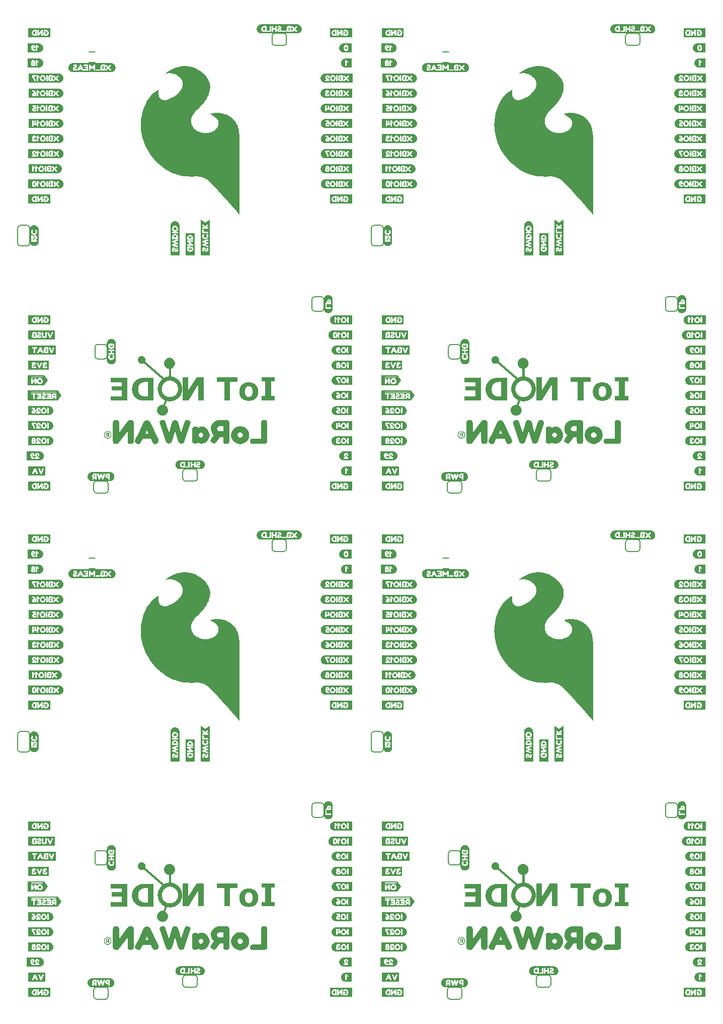
<source format=gbo>
%TF.GenerationSoftware,KiCad,Pcbnew,8.0.5*%
%TF.CreationDate,2024-11-04T11:07:50-07:00*%
%TF.ProjectId,SparkFun_IoT_Node_LoRaWAN_panelized,53706172-6b46-4756-9e5f-496f545f4e6f,v10*%
%TF.SameCoordinates,Original*%
%TF.FileFunction,Legend,Bot*%
%TF.FilePolarity,Positive*%
%FSLAX46Y46*%
G04 Gerber Fmt 4.6, Leading zero omitted, Abs format (unit mm)*
G04 Created by KiCad (PCBNEW 8.0.5) date 2024-11-04 11:07:50*
%MOMM*%
%LPD*%
G01*
G04 APERTURE LIST*
%ADD10C,0.000000*%
%ADD11C,0.152400*%
%ADD12C,0.203200*%
G04 APERTURE END LIST*
D10*
G36*
X55510787Y-23325172D02*
G01*
X55519324Y-23325906D01*
X55527830Y-23327061D01*
X55536288Y-23328635D01*
X55544684Y-23330630D01*
X55553001Y-23333046D01*
X55561224Y-23335885D01*
X55569308Y-23339098D01*
X55577188Y-23342692D01*
X55584853Y-23346657D01*
X55592292Y-23350981D01*
X55599492Y-23355655D01*
X55606442Y-23360667D01*
X55613131Y-23366007D01*
X55619548Y-23371665D01*
X55625681Y-23377630D01*
X55631517Y-23383890D01*
X55637047Y-23390436D01*
X55642259Y-23397258D01*
X55647140Y-23404343D01*
X55651680Y-23411682D01*
X55655867Y-23419264D01*
X55659689Y-23427078D01*
X55663118Y-23435073D01*
X55666134Y-23443192D01*
X55668735Y-23451420D01*
X55670921Y-23459742D01*
X55672691Y-23468141D01*
X55674046Y-23476602D01*
X55674984Y-23485110D01*
X55675504Y-23493649D01*
X55675607Y-23502203D01*
X55675291Y-23510756D01*
X55674556Y-23519294D01*
X55673402Y-23527800D01*
X55671828Y-23536258D01*
X55669832Y-23544654D01*
X55667416Y-23552971D01*
X55664577Y-23561194D01*
X54982449Y-25401908D01*
X54979111Y-25410247D01*
X54975397Y-25418320D01*
X54971319Y-25426122D01*
X54966893Y-25433647D01*
X54962131Y-25440886D01*
X54957049Y-25447835D01*
X54951660Y-25454487D01*
X54945978Y-25460835D01*
X54940017Y-25466873D01*
X54933791Y-25472593D01*
X54927314Y-25477991D01*
X54920600Y-25483060D01*
X54913664Y-25487792D01*
X54906519Y-25492181D01*
X54899178Y-25496222D01*
X54891658Y-25499907D01*
X54883970Y-25503231D01*
X54876130Y-25506186D01*
X54868150Y-25508766D01*
X54860046Y-25510965D01*
X54851832Y-25512776D01*
X54843521Y-25514193D01*
X54835127Y-25515209D01*
X54826664Y-25515818D01*
X54818147Y-25516014D01*
X54809589Y-25515790D01*
X54801004Y-25515139D01*
X54792407Y-25514055D01*
X54783811Y-25512532D01*
X54775231Y-25510563D01*
X54766680Y-25508142D01*
X54758173Y-25505261D01*
X54749835Y-25501924D01*
X54741761Y-25498209D01*
X54733959Y-25494132D01*
X54726435Y-25489705D01*
X54719195Y-25484944D01*
X54712246Y-25479862D01*
X54705595Y-25474472D01*
X54699247Y-25468790D01*
X54693209Y-25462829D01*
X54687489Y-25456603D01*
X54682091Y-25450126D01*
X54677023Y-25443413D01*
X54672290Y-25436476D01*
X54667901Y-25429331D01*
X54663860Y-25421991D01*
X54660175Y-25414470D01*
X54656851Y-25406783D01*
X54653896Y-25398942D01*
X54651316Y-25390963D01*
X54649117Y-25382859D01*
X54647306Y-25374645D01*
X54645889Y-25366333D01*
X54644873Y-25357939D01*
X54644263Y-25349477D01*
X54644068Y-25340960D01*
X54644292Y-25332402D01*
X54644943Y-25323817D01*
X54646026Y-25315220D01*
X54647549Y-25306624D01*
X54649518Y-25298044D01*
X54651939Y-25289493D01*
X54654819Y-25280986D01*
X55335917Y-23439238D01*
X55339129Y-23431153D01*
X55342723Y-23423273D01*
X55346688Y-23415608D01*
X55351012Y-23408170D01*
X55355686Y-23400970D01*
X55360698Y-23394019D01*
X55366039Y-23387330D01*
X55371697Y-23380914D01*
X55377661Y-23374782D01*
X55383922Y-23368945D01*
X55390468Y-23363415D01*
X55397289Y-23358204D01*
X55404375Y-23353323D01*
X55411714Y-23348784D01*
X55419296Y-23344597D01*
X55427111Y-23340775D01*
X55435105Y-23337345D01*
X55443224Y-23334330D01*
X55451453Y-23331728D01*
X55459774Y-23329542D01*
X55468173Y-23327772D01*
X55476634Y-23326417D01*
X55485142Y-23325479D01*
X55493680Y-23324959D01*
X55502234Y-23324856D01*
X55510787Y-23325172D01*
G37*
G36*
X45868186Y55281263D02*
G01*
X45733585Y55281263D01*
X45733585Y55511205D01*
X45598984Y55511205D01*
X45483927Y55281263D01*
X45332843Y55281263D01*
X45483927Y55553862D01*
X45477224Y55556459D01*
X45470660Y55559338D01*
X45457969Y55565905D01*
X45445893Y55573495D01*
X45434470Y55582042D01*
X45423739Y55591477D01*
X45413739Y55601733D01*
X45404508Y55612741D01*
X45396085Y55624434D01*
X45388508Y55636745D01*
X45381817Y55649605D01*
X45376049Y55662948D01*
X45371243Y55676704D01*
X45367438Y55690808D01*
X45364672Y55705190D01*
X45362984Y55719783D01*
X45362670Y55727890D01*
X45507041Y55727890D01*
X45507193Y55721215D01*
X45507650Y55714734D01*
X45508408Y55708446D01*
X45509463Y55702355D01*
X45510814Y55696461D01*
X45512457Y55690765D01*
X45514390Y55685269D01*
X45516609Y55679973D01*
X45519111Y55674879D01*
X45521894Y55669988D01*
X45524955Y55665302D01*
X45528291Y55660821D01*
X45531898Y55656547D01*
X45535775Y55652481D01*
X45539918Y55648624D01*
X45544324Y55644977D01*
X45548991Y55641542D01*
X45553915Y55638320D01*
X45559094Y55635312D01*
X45564524Y55632519D01*
X45570204Y55629942D01*
X45576129Y55627584D01*
X45582297Y55625444D01*
X45588706Y55623524D01*
X45602231Y55620350D01*
X45616683Y55618070D01*
X45632037Y55616695D01*
X45648271Y55616235D01*
X45733585Y55616235D01*
X45733585Y55836318D01*
X45641642Y55836318D01*
X45632583Y55836194D01*
X45623886Y55835823D01*
X45615546Y55835209D01*
X45607557Y55834356D01*
X45599916Y55833268D01*
X45592617Y55831948D01*
X45585655Y55830399D01*
X45579026Y55828625D01*
X45572724Y55826630D01*
X45566745Y55824417D01*
X45561084Y55821990D01*
X45555736Y55819353D01*
X45550696Y55816508D01*
X45545959Y55813460D01*
X45541521Y55810212D01*
X45537377Y55806768D01*
X45533521Y55803131D01*
X45529950Y55799305D01*
X45526657Y55795294D01*
X45523639Y55791100D01*
X45520890Y55786729D01*
X45518405Y55782182D01*
X45516181Y55777464D01*
X45514210Y55772579D01*
X45512490Y55767529D01*
X45511015Y55762320D01*
X45509781Y55756953D01*
X45508781Y55751433D01*
X45508012Y55745763D01*
X45507469Y55739947D01*
X45507147Y55733988D01*
X45507041Y55727890D01*
X45362670Y55727890D01*
X45362413Y55734519D01*
X45362757Y55748993D01*
X45363775Y55762879D01*
X45365451Y55776186D01*
X45367765Y55788923D01*
X45370701Y55801098D01*
X45374239Y55812720D01*
X45378362Y55823796D01*
X45383051Y55834335D01*
X45388290Y55844346D01*
X45394059Y55853837D01*
X45400340Y55862816D01*
X45407116Y55871291D01*
X45414369Y55879272D01*
X45422080Y55886766D01*
X45430231Y55893781D01*
X45438805Y55900327D01*
X45447783Y55906411D01*
X45457148Y55912042D01*
X45466880Y55917228D01*
X45476963Y55921977D01*
X45498106Y55930201D01*
X45520434Y55936779D01*
X45543801Y55941779D01*
X45568063Y55945267D01*
X45593076Y55947311D01*
X45618696Y55947977D01*
X45868184Y55947977D01*
X45868185Y55616235D01*
X45868186Y55281263D01*
G37*
G36*
X-315299Y63061388D02*
G01*
X1090950Y65270467D01*
X2279657Y65270467D01*
X2279657Y61414289D01*
X1368056Y61414289D01*
X1368056Y64061041D01*
X-268682Y61414289D01*
X-1226899Y61414289D01*
X-1226901Y65270467D01*
X-315299Y65270467D01*
X-315299Y63061388D01*
G37*
G36*
X-13251600Y55570714D02*
G01*
X-13254007Y55535789D01*
X-13257970Y55501627D01*
X-13263448Y55468254D01*
X-13270400Y55435697D01*
X-13278787Y55403981D01*
X-13288568Y55373133D01*
X-13299702Y55343177D01*
X-13312151Y55314141D01*
X-13325872Y55286049D01*
X-13340826Y55258927D01*
X-13356973Y55232802D01*
X-13374271Y55207700D01*
X-13392682Y55183645D01*
X-13412164Y55160665D01*
X-13432677Y55138784D01*
X-13454181Y55118029D01*
X-13476636Y55098426D01*
X-13500000Y55080000D01*
X-13524235Y55062778D01*
X-13549299Y55046784D01*
X-13575152Y55032046D01*
X-13601754Y55018589D01*
X-13629064Y55006438D01*
X-13657043Y54995621D01*
X-13685650Y54986161D01*
X-13714844Y54978086D01*
X-13744585Y54971421D01*
X-13774833Y54966192D01*
X-13805548Y54962426D01*
X-13836689Y54960146D01*
X-13868215Y54959381D01*
X-13900051Y54960146D01*
X-13931481Y54962426D01*
X-13962466Y54966192D01*
X-13992967Y54971421D01*
X-14022944Y54978086D01*
X-14052356Y54986161D01*
X-14081165Y54995621D01*
X-14109331Y55006438D01*
X-14136813Y55018589D01*
X-14163573Y55032046D01*
X-14189570Y55046784D01*
X-14214765Y55062778D01*
X-14239117Y55080000D01*
X-14262589Y55098426D01*
X-14285138Y55118029D01*
X-14306727Y55138784D01*
X-14327315Y55160665D01*
X-14346863Y55183645D01*
X-14365330Y55207700D01*
X-14382678Y55232802D01*
X-14398865Y55258927D01*
X-14413854Y55286049D01*
X-14427603Y55314141D01*
X-14440074Y55343177D01*
X-14451226Y55373133D01*
X-14461021Y55403981D01*
X-14469417Y55435697D01*
X-14476376Y55468254D01*
X-14481857Y55501627D01*
X-14485822Y55535789D01*
X-14488230Y55570714D01*
X-14489041Y55606378D01*
X-14357670Y55606378D01*
X-14357049Y55577418D01*
X-14355203Y55549056D01*
X-14352162Y55521314D01*
X-14347952Y55494213D01*
X-14342601Y55467773D01*
X-14336137Y55442016D01*
X-14328588Y55416963D01*
X-14319981Y55392635D01*
X-14310344Y55369052D01*
X-14299705Y55346237D01*
X-14288091Y55324209D01*
X-14275531Y55302990D01*
X-14262052Y55282601D01*
X-14247682Y55263064D01*
X-14232448Y55244398D01*
X-14216378Y55226626D01*
X-14199500Y55209767D01*
X-14181842Y55193844D01*
X-14163431Y55178877D01*
X-14144295Y55164887D01*
X-14124462Y55151896D01*
X-14103959Y55139924D01*
X-14082815Y55128992D01*
X-14061057Y55119121D01*
X-14038713Y55110334D01*
X-14015810Y55102649D01*
X-13992376Y55096089D01*
X-13968439Y55090675D01*
X-13944027Y55086427D01*
X-13919167Y55083367D01*
X-13893887Y55081515D01*
X-13868215Y55080893D01*
X-13842553Y55081515D01*
X-13817301Y55083367D01*
X-13792487Y55086427D01*
X-13768137Y55090675D01*
X-13744277Y55096089D01*
X-13720934Y55102649D01*
X-13698134Y55110334D01*
X-13675904Y55119121D01*
X-13654270Y55128992D01*
X-13633259Y55139924D01*
X-13612897Y55151896D01*
X-13593211Y55164887D01*
X-13574226Y55178877D01*
X-13555971Y55193844D01*
X-13538471Y55209767D01*
X-13521752Y55226626D01*
X-13505841Y55244398D01*
X-13490765Y55263064D01*
X-13476550Y55282601D01*
X-13463223Y55302990D01*
X-13450809Y55324209D01*
X-13439336Y55346237D01*
X-13428830Y55369052D01*
X-13419318Y55392635D01*
X-13410825Y55416963D01*
X-13403379Y55442016D01*
X-13397006Y55467773D01*
X-13391732Y55494213D01*
X-13387584Y55521314D01*
X-13384588Y55549056D01*
X-13382772Y55577418D01*
X-13382160Y55606378D01*
X-13382772Y55635064D01*
X-13384588Y55663206D01*
X-13387584Y55690780D01*
X-13391732Y55717763D01*
X-13397006Y55744129D01*
X-13403379Y55769855D01*
X-13410825Y55794917D01*
X-13419318Y55819291D01*
X-13428830Y55842952D01*
X-13439336Y55865877D01*
X-13450809Y55888042D01*
X-13463223Y55909423D01*
X-13476550Y55929995D01*
X-13490765Y55949734D01*
X-13505841Y55968617D01*
X-13521752Y55986620D01*
X-13538471Y56003717D01*
X-13555971Y56019886D01*
X-13574226Y56035102D01*
X-13593211Y56049341D01*
X-13612897Y56062580D01*
X-13633259Y56074793D01*
X-13654270Y56085957D01*
X-13675904Y56096049D01*
X-13698134Y56105043D01*
X-13720934Y56112916D01*
X-13744277Y56119644D01*
X-13768137Y56125202D01*
X-13792487Y56129567D01*
X-13817301Y56132715D01*
X-13842553Y56134621D01*
X-13868215Y56135262D01*
X-13893887Y56134621D01*
X-13919167Y56132715D01*
X-13944027Y56129567D01*
X-13968440Y56125202D01*
X-13992377Y56119644D01*
X-14015810Y56112916D01*
X-14038714Y56105043D01*
X-14061058Y56096049D01*
X-14082816Y56085957D01*
X-14103960Y56074793D01*
X-14124463Y56062580D01*
X-14144296Y56049341D01*
X-14163432Y56035102D01*
X-14181842Y56019886D01*
X-14199501Y56003717D01*
X-14216379Y55986620D01*
X-14232448Y55968617D01*
X-14247682Y55949734D01*
X-14262053Y55929995D01*
X-14275532Y55909423D01*
X-14288092Y55888042D01*
X-14299705Y55865877D01*
X-14310344Y55842952D01*
X-14319981Y55819291D01*
X-14328588Y55794917D01*
X-14336137Y55769855D01*
X-14342601Y55744129D01*
X-14347952Y55717763D01*
X-14352162Y55690780D01*
X-14355203Y55663206D01*
X-14357049Y55635064D01*
X-14357670Y55606378D01*
X-14489041Y55606378D01*
X-14488230Y55642042D01*
X-14485822Y55676968D01*
X-14481857Y55711130D01*
X-14476376Y55744502D01*
X-14469417Y55777059D01*
X-14461021Y55808775D01*
X-14451226Y55839624D01*
X-14440074Y55869580D01*
X-14427603Y55898616D01*
X-14413854Y55926708D01*
X-14398865Y55953830D01*
X-14382678Y55979955D01*
X-14365330Y56005057D01*
X-14346863Y56029112D01*
X-14327315Y56052092D01*
X-14306727Y56073973D01*
X-14285138Y56094727D01*
X-14262589Y56114331D01*
X-14239117Y56132756D01*
X-14214765Y56149979D01*
X-14189570Y56165972D01*
X-14163573Y56180710D01*
X-14136813Y56194167D01*
X-14109331Y56206318D01*
X-14081165Y56217136D01*
X-14052356Y56226595D01*
X-14022944Y56234670D01*
X-13992967Y56241335D01*
X-13962466Y56246564D01*
X-13931481Y56250330D01*
X-13900051Y56252610D01*
X-13868215Y56253375D01*
X-13836689Y56252610D01*
X-13805548Y56250330D01*
X-13774833Y56246564D01*
X-13744585Y56241335D01*
X-13714844Y56234670D01*
X-13685650Y56226595D01*
X-13657044Y56217136D01*
X-13629065Y56206318D01*
X-13601755Y56194167D01*
X-13575153Y56180710D01*
X-13549300Y56165972D01*
X-13524236Y56149979D01*
X-13500001Y56132756D01*
X-13476636Y56114331D01*
X-13454182Y56094727D01*
X-13432678Y56073973D01*
X-13412165Y56052092D01*
X-13392683Y56029112D01*
X-13374272Y56005057D01*
X-13356973Y55979955D01*
X-13340827Y55953830D01*
X-13325872Y55926708D01*
X-13312151Y55898616D01*
X-13299703Y55869580D01*
X-13288568Y55839624D01*
X-13278787Y55808775D01*
X-13270400Y55777059D01*
X-13263448Y55744502D01*
X-13257970Y55711130D01*
X-13254007Y55676968D01*
X-13251600Y55642042D01*
X-13250789Y55606378D01*
X-13251600Y55570714D01*
G37*
G36*
X-3383056Y-17284816D02*
G01*
X-3374192Y-17285503D01*
X-3365457Y-17286625D01*
X-3356862Y-17288172D01*
X-3348418Y-17290131D01*
X-3340135Y-17292492D01*
X-3332026Y-17295244D01*
X-3324100Y-17298377D01*
X-3316368Y-17301879D01*
X-3308842Y-17305739D01*
X-3301533Y-17309947D01*
X-3294451Y-17314492D01*
X-3287607Y-17319362D01*
X-3281012Y-17324547D01*
X-3274677Y-17330036D01*
X-3268614Y-17335817D01*
X-3262832Y-17341881D01*
X-3257344Y-17348216D01*
X-3252159Y-17354810D01*
X-3247289Y-17361654D01*
X-3242744Y-17368736D01*
X-3238536Y-17376046D01*
X-3234676Y-17383572D01*
X-3231174Y-17391303D01*
X-3228041Y-17399229D01*
X-3225289Y-17407339D01*
X-3222928Y-17415621D01*
X-3220969Y-17424065D01*
X-3219423Y-17432660D01*
X-3218301Y-17441395D01*
X-3217614Y-17450259D01*
X-3217373Y-17459241D01*
X-3217373Y-20000688D01*
X-3217614Y-20009670D01*
X-3218301Y-20018533D01*
X-3219423Y-20027268D01*
X-3220968Y-20035863D01*
X-3222927Y-20044307D01*
X-3225288Y-20052589D01*
X-3228040Y-20060698D01*
X-3231173Y-20068624D01*
X-3234674Y-20076355D01*
X-3238535Y-20083881D01*
X-3242742Y-20091191D01*
X-3247287Y-20098273D01*
X-3252157Y-20105117D01*
X-3257341Y-20111711D01*
X-3262830Y-20118046D01*
X-3268611Y-20124109D01*
X-3274675Y-20129891D01*
X-3281009Y-20135380D01*
X-3287604Y-20140565D01*
X-3294447Y-20145435D01*
X-3301529Y-20149980D01*
X-3308839Y-20154188D01*
X-3316365Y-20158048D01*
X-3324096Y-20161551D01*
X-3332022Y-20164684D01*
X-3340132Y-20167436D01*
X-3348414Y-20169798D01*
X-3356858Y-20171757D01*
X-3365453Y-20173303D01*
X-3374188Y-20174425D01*
X-3383052Y-20175113D01*
X-3392035Y-20175354D01*
X-3400726Y-20175176D01*
X-3409361Y-20174569D01*
X-3417923Y-20173541D01*
X-3426400Y-20172097D01*
X-3434775Y-20170242D01*
X-3443035Y-20167984D01*
X-3451166Y-20165328D01*
X-3459153Y-20162279D01*
X-3466981Y-20158844D01*
X-3474637Y-20155028D01*
X-3482105Y-20150838D01*
X-3489371Y-20146280D01*
X-3496421Y-20141358D01*
X-3503241Y-20136080D01*
X-3509815Y-20130451D01*
X-3516130Y-20124477D01*
X-3522142Y-20118198D01*
X-3527809Y-20111656D01*
X-3533128Y-20104868D01*
X-3538090Y-20097847D01*
X-3542692Y-20090608D01*
X-3546926Y-20083164D01*
X-3550786Y-20075532D01*
X-3554267Y-20067724D01*
X-3557363Y-20059756D01*
X-3560067Y-20051641D01*
X-3562374Y-20043395D01*
X-3564277Y-20035031D01*
X-3565772Y-20026564D01*
X-3566850Y-20018008D01*
X-3567508Y-20009378D01*
X-3567738Y-20000688D01*
X-3567738Y-17459241D01*
X-3567508Y-17450552D01*
X-3566851Y-17441922D01*
X-3565772Y-17433366D01*
X-3564279Y-17424900D01*
X-3562375Y-17416536D01*
X-3560069Y-17408290D01*
X-3557364Y-17400175D01*
X-3554269Y-17392207D01*
X-3550788Y-17384399D01*
X-3546927Y-17376767D01*
X-3542694Y-17369323D01*
X-3538092Y-17362084D01*
X-3533129Y-17355063D01*
X-3527811Y-17348275D01*
X-3522144Y-17341733D01*
X-3516132Y-17335453D01*
X-3509817Y-17329479D01*
X-3503243Y-17323850D01*
X-3496423Y-17318572D01*
X-3489373Y-17313651D01*
X-3482107Y-17309092D01*
X-3474639Y-17304902D01*
X-3466984Y-17301086D01*
X-3459156Y-17297651D01*
X-3451170Y-17294602D01*
X-3443040Y-17291946D01*
X-3434780Y-17289687D01*
X-3426405Y-17287833D01*
X-3417929Y-17286389D01*
X-3409367Y-17285360D01*
X-3400733Y-17284754D01*
X-3392042Y-17284575D01*
X-3392038Y-17284575D01*
X-3383056Y-17284816D01*
G37*
G36*
X-3418542Y-16539870D02*
G01*
X-3371778Y-16543426D01*
X-3325695Y-16549281D01*
X-3280350Y-16557378D01*
X-3235801Y-16567660D01*
X-3192105Y-16580067D01*
X-3149320Y-16594543D01*
X-3107505Y-16611030D01*
X-3066718Y-16629469D01*
X-3027015Y-16649803D01*
X-2988455Y-16671974D01*
X-2951095Y-16695924D01*
X-2914995Y-16721595D01*
X-2880210Y-16748930D01*
X-2846800Y-16777870D01*
X-2814822Y-16808358D01*
X-2784334Y-16840337D01*
X-2755393Y-16873747D01*
X-2728059Y-16908531D01*
X-2702387Y-16944632D01*
X-2678437Y-16981991D01*
X-2656266Y-17020551D01*
X-2635932Y-17060254D01*
X-2617493Y-17101042D01*
X-2601007Y-17142857D01*
X-2586531Y-17185642D01*
X-2574123Y-17229337D01*
X-2563842Y-17273887D01*
X-2555745Y-17319232D01*
X-2549889Y-17365315D01*
X-2546334Y-17412079D01*
X-2545136Y-17459464D01*
X-2546334Y-17506850D01*
X-2549889Y-17553613D01*
X-2555745Y-17599697D01*
X-2563842Y-17645043D01*
X-2574123Y-17689593D01*
X-2586531Y-17733290D01*
X-2601007Y-17776076D01*
X-2617493Y-17817892D01*
X-2635932Y-17858681D01*
X-2656266Y-17898386D01*
X-2678437Y-17936947D01*
X-2702387Y-17974308D01*
X-2728059Y-18010411D01*
X-2755393Y-18045197D01*
X-2784334Y-18078609D01*
X-2814822Y-18110589D01*
X-2846800Y-18141079D01*
X-2880210Y-18170021D01*
X-2914995Y-18197358D01*
X-2951095Y-18223031D01*
X-2988455Y-18246982D01*
X-3027015Y-18269155D01*
X-3066718Y-18289490D01*
X-3107505Y-18307931D01*
X-3149320Y-18324419D01*
X-3192105Y-18338896D01*
X-3235801Y-18351304D01*
X-3280350Y-18361587D01*
X-3325695Y-18369685D01*
X-3371778Y-18375540D01*
X-3418542Y-18379096D01*
X-3465927Y-18380295D01*
X-3513313Y-18379096D01*
X-3560077Y-18375540D01*
X-3606160Y-18369685D01*
X-3651507Y-18361587D01*
X-3696057Y-18351304D01*
X-3739754Y-18338896D01*
X-3782540Y-18324419D01*
X-3824356Y-18307931D01*
X-3865145Y-18289490D01*
X-3904850Y-18269155D01*
X-3943411Y-18246982D01*
X-3980772Y-18223031D01*
X-4016875Y-18197358D01*
X-4051661Y-18170021D01*
X-4085073Y-18141079D01*
X-4117053Y-18110589D01*
X-4147543Y-18078609D01*
X-4176485Y-18045197D01*
X-4203822Y-18010411D01*
X-4229495Y-17974308D01*
X-4253447Y-17936947D01*
X-4275619Y-17898386D01*
X-4295955Y-17858681D01*
X-4314395Y-17817892D01*
X-4330883Y-17776076D01*
X-4345360Y-17733290D01*
X-4357769Y-17689593D01*
X-4368051Y-17645043D01*
X-4376149Y-17599697D01*
X-4382005Y-17553613D01*
X-4385561Y-17506850D01*
X-4386759Y-17459464D01*
X-4385561Y-17412079D01*
X-4382005Y-17365315D01*
X-4376149Y-17319232D01*
X-4368051Y-17273887D01*
X-4357769Y-17229337D01*
X-4345360Y-17185642D01*
X-4330883Y-17142857D01*
X-4314395Y-17101042D01*
X-4295955Y-17060254D01*
X-4275619Y-17020551D01*
X-4253447Y-16981991D01*
X-4229495Y-16944632D01*
X-4203822Y-16908531D01*
X-4176485Y-16873747D01*
X-4147543Y-16840337D01*
X-4117053Y-16808358D01*
X-4085073Y-16777870D01*
X-4051661Y-16748930D01*
X-4016875Y-16721595D01*
X-3980772Y-16695924D01*
X-3943411Y-16671974D01*
X-3904850Y-16649803D01*
X-3865145Y-16629469D01*
X-3824356Y-16611030D01*
X-3782540Y-16594543D01*
X-3739754Y-16580067D01*
X-3696057Y-16567660D01*
X-3651507Y-16557378D01*
X-3606160Y-16549281D01*
X-3560077Y-16543426D01*
X-3513313Y-16539870D01*
X-3465927Y-16538672D01*
X-3418542Y-16539870D01*
G37*
G36*
X-13631814Y55281263D02*
G01*
X-13766415Y55281263D01*
X-13766415Y55511205D01*
X-13901016Y55511205D01*
X-14016073Y55281263D01*
X-14167157Y55281263D01*
X-14016073Y55553862D01*
X-14022776Y55556459D01*
X-14029340Y55559338D01*
X-14042031Y55565905D01*
X-14054107Y55573495D01*
X-14065530Y55582042D01*
X-14076261Y55591477D01*
X-14086261Y55601733D01*
X-14095492Y55612741D01*
X-14103915Y55624434D01*
X-14111492Y55636745D01*
X-14118183Y55649605D01*
X-14123951Y55662948D01*
X-14128757Y55676704D01*
X-14132562Y55690808D01*
X-14135328Y55705190D01*
X-14137016Y55719783D01*
X-14137330Y55727890D01*
X-13992959Y55727890D01*
X-13992807Y55721215D01*
X-13992350Y55714734D01*
X-13991592Y55708446D01*
X-13990537Y55702355D01*
X-13989186Y55696461D01*
X-13987543Y55690765D01*
X-13985610Y55685269D01*
X-13983391Y55679973D01*
X-13980889Y55674879D01*
X-13978106Y55669988D01*
X-13975045Y55665302D01*
X-13971709Y55660821D01*
X-13968102Y55656547D01*
X-13964225Y55652481D01*
X-13960082Y55648624D01*
X-13955676Y55644977D01*
X-13951009Y55641542D01*
X-13946085Y55638320D01*
X-13940906Y55635312D01*
X-13935476Y55632519D01*
X-13929796Y55629942D01*
X-13923871Y55627584D01*
X-13917703Y55625444D01*
X-13911294Y55623524D01*
X-13897769Y55620350D01*
X-13883317Y55618070D01*
X-13867963Y55616695D01*
X-13851729Y55616235D01*
X-13766415Y55616235D01*
X-13766415Y55836318D01*
X-13858358Y55836318D01*
X-13867417Y55836194D01*
X-13876114Y55835823D01*
X-13884454Y55835209D01*
X-13892443Y55834356D01*
X-13900084Y55833268D01*
X-13907383Y55831948D01*
X-13914345Y55830399D01*
X-13920974Y55828625D01*
X-13927276Y55826630D01*
X-13933255Y55824417D01*
X-13938916Y55821990D01*
X-13944264Y55819353D01*
X-13949304Y55816508D01*
X-13954041Y55813460D01*
X-13958479Y55810212D01*
X-13962623Y55806768D01*
X-13966479Y55803131D01*
X-13970050Y55799305D01*
X-13973343Y55795294D01*
X-13976361Y55791100D01*
X-13979110Y55786729D01*
X-13981595Y55782182D01*
X-13983819Y55777464D01*
X-13985790Y55772579D01*
X-13987510Y55767529D01*
X-13988985Y55762320D01*
X-13990219Y55756953D01*
X-13991219Y55751433D01*
X-13991988Y55745763D01*
X-13992531Y55739947D01*
X-13992853Y55733988D01*
X-13992959Y55727890D01*
X-14137330Y55727890D01*
X-14137587Y55734519D01*
X-14137243Y55748993D01*
X-14136225Y55762879D01*
X-14134549Y55776186D01*
X-14132235Y55788923D01*
X-14129299Y55801098D01*
X-14125761Y55812720D01*
X-14121638Y55823796D01*
X-14116949Y55834335D01*
X-14111710Y55844346D01*
X-14105941Y55853837D01*
X-14099660Y55862816D01*
X-14092884Y55871291D01*
X-14085631Y55879272D01*
X-14077920Y55886766D01*
X-14069769Y55893781D01*
X-14061195Y55900327D01*
X-14052217Y55906411D01*
X-14042852Y55912042D01*
X-14033120Y55917228D01*
X-14023037Y55921977D01*
X-14001894Y55930201D01*
X-13979566Y55936779D01*
X-13956199Y55941779D01*
X-13931937Y55945267D01*
X-13906924Y55947311D01*
X-13881304Y55947977D01*
X-13631816Y55947977D01*
X-13631815Y55616235D01*
X-13631814Y55281263D01*
G37*
G36*
X55510787Y61754828D02*
G01*
X55519324Y61754094D01*
X55527830Y61752939D01*
X55536288Y61751365D01*
X55544684Y61749370D01*
X55553001Y61746954D01*
X55561224Y61744115D01*
X55569308Y61740902D01*
X55577188Y61737308D01*
X55584853Y61733343D01*
X55592292Y61729019D01*
X55599492Y61724345D01*
X55606442Y61719333D01*
X55613131Y61713993D01*
X55619548Y61708335D01*
X55625681Y61702370D01*
X55631517Y61696110D01*
X55637047Y61689564D01*
X55642259Y61682742D01*
X55647140Y61675657D01*
X55651680Y61668318D01*
X55655867Y61660736D01*
X55659689Y61652922D01*
X55663118Y61644927D01*
X55666134Y61636808D01*
X55668735Y61628580D01*
X55670921Y61620258D01*
X55672691Y61611859D01*
X55674046Y61603398D01*
X55674984Y61594890D01*
X55675504Y61586351D01*
X55675607Y61577797D01*
X55675291Y61569244D01*
X55674556Y61560706D01*
X55673402Y61552200D01*
X55671828Y61543742D01*
X55669832Y61535346D01*
X55667416Y61527029D01*
X55664577Y61518806D01*
X54982449Y59678092D01*
X54979111Y59669753D01*
X54975397Y59661680D01*
X54971319Y59653878D01*
X54966893Y59646353D01*
X54962131Y59639114D01*
X54957049Y59632165D01*
X54951660Y59625513D01*
X54945978Y59619165D01*
X54940017Y59613127D01*
X54933791Y59607407D01*
X54927314Y59602009D01*
X54920600Y59596940D01*
X54913664Y59592208D01*
X54906519Y59587819D01*
X54899178Y59583778D01*
X54891658Y59580093D01*
X54883970Y59576769D01*
X54876130Y59573814D01*
X54868150Y59571234D01*
X54860046Y59569035D01*
X54851832Y59567224D01*
X54843521Y59565807D01*
X54835127Y59564791D01*
X54826664Y59564182D01*
X54818147Y59563986D01*
X54809589Y59564210D01*
X54801004Y59564861D01*
X54792407Y59565945D01*
X54783811Y59567468D01*
X54775231Y59569437D01*
X54766680Y59571858D01*
X54758173Y59574739D01*
X54749835Y59578076D01*
X54741761Y59581791D01*
X54733959Y59585868D01*
X54726435Y59590295D01*
X54719195Y59595056D01*
X54712246Y59600138D01*
X54705595Y59605528D01*
X54699247Y59611210D01*
X54693209Y59617171D01*
X54687489Y59623397D01*
X54682091Y59629874D01*
X54677023Y59636587D01*
X54672290Y59643524D01*
X54667901Y59650669D01*
X54663860Y59658009D01*
X54660175Y59665530D01*
X54656851Y59673217D01*
X54653896Y59681058D01*
X54651316Y59689037D01*
X54649117Y59697141D01*
X54647306Y59705355D01*
X54645889Y59713667D01*
X54644873Y59722061D01*
X54644263Y59730523D01*
X54644068Y59739040D01*
X54644292Y59747598D01*
X54644943Y59756183D01*
X54646026Y59764780D01*
X54647549Y59773376D01*
X54649518Y59781956D01*
X54651939Y59790507D01*
X54654819Y59799014D01*
X55335917Y61640762D01*
X55339129Y61648847D01*
X55342723Y61656727D01*
X55346688Y61664392D01*
X55351012Y61671830D01*
X55355686Y61679030D01*
X55360698Y61685981D01*
X55366039Y61692670D01*
X55371697Y61699086D01*
X55377661Y61705218D01*
X55383922Y61711055D01*
X55390468Y61716585D01*
X55397289Y61721796D01*
X55404375Y61726677D01*
X55411714Y61731216D01*
X55419296Y61735403D01*
X55427111Y61739225D01*
X55435105Y61742655D01*
X55443224Y61745670D01*
X55451453Y61748272D01*
X55459774Y61750458D01*
X55468173Y61752228D01*
X55476634Y61753583D01*
X55485142Y61754521D01*
X55493680Y61755041D01*
X55502234Y61755144D01*
X55510787Y61754828D01*
G37*
G36*
X73768898Y-20493234D02*
G01*
X73136992Y-20493234D01*
X73136992Y-22982009D01*
X73768898Y-22982009D01*
X73768898Y-23665711D01*
X71510612Y-23665711D01*
X71510612Y-22982009D01*
X72142518Y-22982009D01*
X72142518Y-20493234D01*
X71510612Y-20493234D01*
X71510612Y-19809533D01*
X73768898Y-19809533D01*
X73768898Y-20493234D01*
G37*
G36*
X56081458Y68540130D02*
G01*
X56128222Y68536574D01*
X56174305Y68530719D01*
X56219650Y68522622D01*
X56264199Y68512340D01*
X56307895Y68499933D01*
X56350680Y68485457D01*
X56392495Y68468970D01*
X56433282Y68450531D01*
X56472985Y68430197D01*
X56511545Y68408026D01*
X56548905Y68384076D01*
X56585005Y68358405D01*
X56619790Y68331070D01*
X56653200Y68302130D01*
X56685178Y68271642D01*
X56715666Y68239663D01*
X56744607Y68206253D01*
X56771941Y68171469D01*
X56797613Y68135368D01*
X56821563Y68098009D01*
X56843734Y68059449D01*
X56864068Y68019746D01*
X56882507Y67978958D01*
X56898993Y67937143D01*
X56913469Y67894358D01*
X56925877Y67850663D01*
X56936158Y67806113D01*
X56944255Y67760768D01*
X56950111Y67714685D01*
X56953666Y67667921D01*
X56954864Y67620536D01*
X56953666Y67573150D01*
X56950111Y67526387D01*
X56944255Y67480303D01*
X56936158Y67434957D01*
X56925877Y67390407D01*
X56913469Y67346710D01*
X56898993Y67303924D01*
X56882507Y67262108D01*
X56864068Y67221319D01*
X56843734Y67181614D01*
X56821563Y67143053D01*
X56797613Y67105692D01*
X56771941Y67069589D01*
X56744607Y67034803D01*
X56715666Y67001391D01*
X56685178Y66969411D01*
X56653200Y66938921D01*
X56619790Y66909979D01*
X56585005Y66882642D01*
X56548905Y66856969D01*
X56511545Y66833018D01*
X56472985Y66810845D01*
X56433282Y66790510D01*
X56392495Y66772069D01*
X56350680Y66755581D01*
X56307895Y66741104D01*
X56264199Y66728696D01*
X56219650Y66718413D01*
X56174305Y66710315D01*
X56128222Y66704460D01*
X56081458Y66700904D01*
X56034073Y66699705D01*
X55986687Y66700904D01*
X55939923Y66704460D01*
X55893840Y66710315D01*
X55848493Y66718413D01*
X55803943Y66728696D01*
X55760246Y66741104D01*
X55717460Y66755581D01*
X55675644Y66772069D01*
X55634855Y66790510D01*
X55595150Y66810845D01*
X55556589Y66833018D01*
X55519228Y66856969D01*
X55483125Y66882642D01*
X55448339Y66909979D01*
X55414927Y66938921D01*
X55382947Y66969411D01*
X55352457Y67001391D01*
X55323515Y67034803D01*
X55296178Y67069589D01*
X55270505Y67105692D01*
X55246553Y67143053D01*
X55224381Y67181614D01*
X55204045Y67221319D01*
X55185605Y67262108D01*
X55169117Y67303924D01*
X55154640Y67346710D01*
X55142231Y67390407D01*
X55131949Y67434957D01*
X55123851Y67480303D01*
X55117995Y67526387D01*
X55114439Y67573150D01*
X55113241Y67620536D01*
X55114439Y67667921D01*
X55117995Y67714685D01*
X55123851Y67760768D01*
X55131949Y67806113D01*
X55142231Y67850663D01*
X55154640Y67894358D01*
X55169117Y67937143D01*
X55185605Y67978958D01*
X55204045Y68019746D01*
X55224381Y68059449D01*
X55246553Y68098009D01*
X55270505Y68135368D01*
X55296178Y68171469D01*
X55323515Y68206253D01*
X55352457Y68239663D01*
X55382947Y68271642D01*
X55414927Y68302130D01*
X55448339Y68331070D01*
X55483125Y68358405D01*
X55519228Y68384076D01*
X55556589Y68408026D01*
X55595150Y68430197D01*
X55634855Y68450531D01*
X55675644Y68468970D01*
X55717460Y68485457D01*
X55760246Y68499933D01*
X55803943Y68512340D01*
X55848493Y68522622D01*
X55893840Y68530719D01*
X55939923Y68536574D01*
X55986687Y68540130D01*
X56034073Y68541328D01*
X56081458Y68540130D01*
G37*
G36*
X-3989213Y-23325172D02*
G01*
X-3980676Y-23325906D01*
X-3972170Y-23327061D01*
X-3963712Y-23328635D01*
X-3955316Y-23330630D01*
X-3946999Y-23333046D01*
X-3938776Y-23335885D01*
X-3930692Y-23339098D01*
X-3922812Y-23342692D01*
X-3915147Y-23346657D01*
X-3907708Y-23350981D01*
X-3900508Y-23355655D01*
X-3893558Y-23360667D01*
X-3886869Y-23366007D01*
X-3880452Y-23371665D01*
X-3874319Y-23377630D01*
X-3868483Y-23383890D01*
X-3862953Y-23390436D01*
X-3857741Y-23397258D01*
X-3852860Y-23404343D01*
X-3848320Y-23411682D01*
X-3844133Y-23419264D01*
X-3840311Y-23427078D01*
X-3836882Y-23435073D01*
X-3833866Y-23443192D01*
X-3831265Y-23451420D01*
X-3829079Y-23459742D01*
X-3827309Y-23468141D01*
X-3825954Y-23476602D01*
X-3825016Y-23485110D01*
X-3824496Y-23493649D01*
X-3824393Y-23502203D01*
X-3824709Y-23510756D01*
X-3825444Y-23519294D01*
X-3826598Y-23527800D01*
X-3828172Y-23536258D01*
X-3830168Y-23544654D01*
X-3832584Y-23552971D01*
X-3835423Y-23561194D01*
X-4517551Y-25401908D01*
X-4520889Y-25410247D01*
X-4524603Y-25418320D01*
X-4528681Y-25426122D01*
X-4533107Y-25433647D01*
X-4537869Y-25440886D01*
X-4542951Y-25447835D01*
X-4548340Y-25454487D01*
X-4554022Y-25460835D01*
X-4559983Y-25466873D01*
X-4566209Y-25472593D01*
X-4572686Y-25477991D01*
X-4579400Y-25483060D01*
X-4586336Y-25487792D01*
X-4593481Y-25492181D01*
X-4600822Y-25496222D01*
X-4608342Y-25499907D01*
X-4616030Y-25503231D01*
X-4623870Y-25506186D01*
X-4631850Y-25508766D01*
X-4639954Y-25510965D01*
X-4648168Y-25512776D01*
X-4656479Y-25514193D01*
X-4664873Y-25515209D01*
X-4673336Y-25515818D01*
X-4681853Y-25516014D01*
X-4690411Y-25515790D01*
X-4698996Y-25515139D01*
X-4707593Y-25514055D01*
X-4716189Y-25512532D01*
X-4724769Y-25510563D01*
X-4733320Y-25508142D01*
X-4741827Y-25505261D01*
X-4750165Y-25501924D01*
X-4758239Y-25498209D01*
X-4766041Y-25494132D01*
X-4773565Y-25489705D01*
X-4780805Y-25484944D01*
X-4787754Y-25479862D01*
X-4794405Y-25474472D01*
X-4800753Y-25468790D01*
X-4806791Y-25462829D01*
X-4812511Y-25456603D01*
X-4817909Y-25450126D01*
X-4822977Y-25443413D01*
X-4827710Y-25436476D01*
X-4832099Y-25429331D01*
X-4836140Y-25421991D01*
X-4839825Y-25414470D01*
X-4843149Y-25406783D01*
X-4846104Y-25398942D01*
X-4848684Y-25390963D01*
X-4850883Y-25382859D01*
X-4852694Y-25374645D01*
X-4854111Y-25366333D01*
X-4855127Y-25357939D01*
X-4855737Y-25349477D01*
X-4855932Y-25340960D01*
X-4855708Y-25332402D01*
X-4855057Y-25323817D01*
X-4853974Y-25315220D01*
X-4852451Y-25306624D01*
X-4850482Y-25298044D01*
X-4848061Y-25289493D01*
X-4845181Y-25280986D01*
X-4164083Y-23439238D01*
X-4160871Y-23431153D01*
X-4157277Y-23423273D01*
X-4153312Y-23415608D01*
X-4148988Y-23408170D01*
X-4144314Y-23400970D01*
X-4139302Y-23394019D01*
X-4133961Y-23387330D01*
X-4128303Y-23380914D01*
X-4122339Y-23374782D01*
X-4116078Y-23368945D01*
X-4109532Y-23363415D01*
X-4102711Y-23358204D01*
X-4095625Y-23353323D01*
X-4088286Y-23348784D01*
X-4080704Y-23344597D01*
X-4072889Y-23340775D01*
X-4064895Y-23337345D01*
X-4056776Y-23334330D01*
X-4048547Y-23331728D01*
X-4040226Y-23329542D01*
X-4031827Y-23327772D01*
X-4023366Y-23326417D01*
X-4014858Y-23325479D01*
X-4006320Y-23324959D01*
X-3997766Y-23324856D01*
X-3989213Y-23325172D01*
G37*
G36*
X70962541Y-22301333D02*
G01*
X70957655Y-22387453D01*
X70949511Y-22471206D01*
X70938110Y-22552592D01*
X70923452Y-22631610D01*
X70905535Y-22708262D01*
X70884362Y-22782546D01*
X70859931Y-22854463D01*
X70832243Y-22924012D01*
X70801297Y-22991195D01*
X70767094Y-23056010D01*
X70729633Y-23118458D01*
X70688915Y-23178539D01*
X70644939Y-23236252D01*
X70597706Y-23291599D01*
X70547215Y-23344578D01*
X70493457Y-23394441D01*
X70437069Y-23441088D01*
X70378050Y-23484517D01*
X70316401Y-23524729D01*
X70252122Y-23561725D01*
X70185213Y-23595503D01*
X70115673Y-23626064D01*
X70043504Y-23653409D01*
X69968704Y-23677536D01*
X69891273Y-23698446D01*
X69811213Y-23716140D01*
X69728522Y-23730616D01*
X69643201Y-23741876D01*
X69555250Y-23749918D01*
X69464668Y-23754744D01*
X69371457Y-23756352D01*
X69278255Y-23754744D01*
X69187704Y-23749918D01*
X69099803Y-23741876D01*
X69014553Y-23730616D01*
X68931953Y-23716140D01*
X68852004Y-23698446D01*
X68774706Y-23677536D01*
X68700057Y-23653409D01*
X68628059Y-23626064D01*
X68558712Y-23595503D01*
X68492015Y-23561725D01*
X68427969Y-23524729D01*
X68366573Y-23484517D01*
X68307828Y-23441088D01*
X68251733Y-23394441D01*
X68198288Y-23344578D01*
X68147484Y-23291599D01*
X68099957Y-23236253D01*
X68055709Y-23178539D01*
X68014738Y-23118458D01*
X67977044Y-23056010D01*
X67942629Y-22991195D01*
X67911491Y-22924013D01*
X67883630Y-22854463D01*
X67859048Y-22782546D01*
X67837743Y-22708262D01*
X67819715Y-22631611D01*
X67804966Y-22552592D01*
X67793494Y-22471207D01*
X67785300Y-22387454D01*
X67780383Y-22301333D01*
X67778840Y-22218025D01*
X68744731Y-22218025D01*
X68745459Y-22285440D01*
X68747644Y-22349133D01*
X68751286Y-22409102D01*
X68756385Y-22465349D01*
X68762940Y-22517873D01*
X68766764Y-22542739D01*
X68770952Y-22566674D01*
X68775505Y-22589679D01*
X68780421Y-22611752D01*
X68785702Y-22632895D01*
X68791347Y-22653108D01*
X68797032Y-22672359D01*
X68803082Y-22691266D01*
X68809495Y-22709830D01*
X68816273Y-22728049D01*
X68823416Y-22745925D01*
X68830922Y-22763456D01*
X68838793Y-22780644D01*
X68847027Y-22797488D01*
X68855626Y-22813987D01*
X68864589Y-22830143D01*
X68873917Y-22845955D01*
X68883608Y-22861423D01*
X68893664Y-22876547D01*
X68904084Y-22891327D01*
X68914868Y-22905763D01*
X68926015Y-22919854D01*
X68926015Y-22919853D01*
X68936192Y-22932256D01*
X68946652Y-22944213D01*
X68957396Y-22955726D01*
X68968423Y-22966793D01*
X68979733Y-22977415D01*
X68991326Y-22987592D01*
X69003202Y-22997324D01*
X69015362Y-23006611D01*
X69027805Y-23015452D01*
X69040532Y-23023849D01*
X69053541Y-23031800D01*
X69066834Y-23039307D01*
X69080411Y-23046368D01*
X69094270Y-23052984D01*
X69108413Y-23059155D01*
X69122838Y-23064881D01*
X69137133Y-23069899D01*
X69151528Y-23074593D01*
X69166025Y-23078963D01*
X69180623Y-23083009D01*
X69195322Y-23086732D01*
X69210122Y-23090131D01*
X69225023Y-23093207D01*
X69240026Y-23095958D01*
X69255130Y-23098386D01*
X69270334Y-23100490D01*
X69285640Y-23102271D01*
X69301047Y-23103727D01*
X69332165Y-23105670D01*
X69363688Y-23106317D01*
X69382018Y-23106135D01*
X69400106Y-23105589D01*
X69417951Y-23104678D01*
X69435554Y-23103404D01*
X69452913Y-23101765D01*
X69470030Y-23099762D01*
X69486904Y-23097395D01*
X69503535Y-23094663D01*
X69519924Y-23091568D01*
X69536069Y-23088108D01*
X69551972Y-23084284D01*
X69567632Y-23080096D01*
X69583049Y-23075543D01*
X69598224Y-23070627D01*
X69613155Y-23065346D01*
X69627844Y-23059702D01*
X69641967Y-23053662D01*
X69655846Y-23047198D01*
X69669483Y-23040309D01*
X69682877Y-23032994D01*
X69696029Y-23025255D01*
X69708937Y-23017092D01*
X69721603Y-23008503D01*
X69734026Y-22999489D01*
X69746206Y-22990051D01*
X69758143Y-22980187D01*
X69769837Y-22969899D01*
X69781289Y-22959186D01*
X69792498Y-22948048D01*
X69803464Y-22936485D01*
X69814187Y-22924497D01*
X69824668Y-22912085D01*
X69835189Y-22898549D01*
X69845386Y-22884487D01*
X69855259Y-22869899D01*
X69864809Y-22854785D01*
X69874035Y-22839146D01*
X69882938Y-22822980D01*
X69891516Y-22806288D01*
X69899771Y-22789070D01*
X69907702Y-22771326D01*
X69915310Y-22753055D01*
X69922594Y-22734259D01*
X69929554Y-22714937D01*
X69936190Y-22695089D01*
X69942503Y-22674715D01*
X69948491Y-22653814D01*
X69954157Y-22632388D01*
X69964475Y-22587391D01*
X69973418Y-22540451D01*
X69980985Y-22491569D01*
X69987176Y-22440745D01*
X69991992Y-22387978D01*
X69995431Y-22333269D01*
X69997495Y-22276617D01*
X69998183Y-22218023D01*
X69997414Y-22152753D01*
X69995108Y-22090315D01*
X69991263Y-22030710D01*
X69985882Y-21973937D01*
X69978962Y-21919997D01*
X69970505Y-21868890D01*
X69960510Y-21820615D01*
X69954936Y-21797539D01*
X69948977Y-21775172D01*
X69942371Y-21753453D01*
X69935502Y-21732319D01*
X69928370Y-21711773D01*
X69920975Y-21691814D01*
X69913317Y-21672441D01*
X69905396Y-21653655D01*
X69897212Y-21635455D01*
X69888765Y-21617843D01*
X69880055Y-21600817D01*
X69871081Y-21584378D01*
X69861845Y-21568526D01*
X69852346Y-21553260D01*
X69842584Y-21538581D01*
X69832558Y-21524489D01*
X69822270Y-21510984D01*
X69811719Y-21498066D01*
X69799711Y-21484752D01*
X69787642Y-21472006D01*
X69775512Y-21459826D01*
X69763322Y-21448212D01*
X69751071Y-21437165D01*
X69738760Y-21426685D01*
X69726388Y-21416771D01*
X69713955Y-21407423D01*
X69701461Y-21398642D01*
X69688907Y-21390428D01*
X69676292Y-21382780D01*
X69663616Y-21375698D01*
X69650880Y-21369184D01*
X69638082Y-21363235D01*
X69625225Y-21357854D01*
X69612306Y-21353038D01*
X69585316Y-21344541D01*
X69557435Y-21337177D01*
X69528664Y-21330945D01*
X69499003Y-21325847D01*
X69468452Y-21321881D01*
X69437010Y-21319049D01*
X69404679Y-21317350D01*
X69371457Y-21316783D01*
X69354694Y-21316955D01*
X69338073Y-21317471D01*
X69321593Y-21318331D01*
X69305255Y-21319535D01*
X69289059Y-21321082D01*
X69273005Y-21322974D01*
X69257092Y-21325210D01*
X69241320Y-21327790D01*
X69225691Y-21330713D01*
X69210203Y-21333981D01*
X69194856Y-21337592D01*
X69179651Y-21341548D01*
X69164588Y-21345847D01*
X69149667Y-21350490D01*
X69134887Y-21355478D01*
X69120248Y-21360809D01*
X69105812Y-21366555D01*
X69091639Y-21372787D01*
X69077730Y-21379504D01*
X69064083Y-21386707D01*
X69050699Y-21394395D01*
X69037578Y-21402569D01*
X69024720Y-21411229D01*
X69012125Y-21420374D01*
X68999793Y-21430004D01*
X68987725Y-21440121D01*
X68975919Y-21450723D01*
X68964376Y-21461810D01*
X68953097Y-21473383D01*
X68942080Y-21485442D01*
X68931326Y-21497987D01*
X68920836Y-21511016D01*
X68910618Y-21524238D01*
X68900684Y-21538007D01*
X68891033Y-21552321D01*
X68881665Y-21567182D01*
X68872581Y-21582589D01*
X68863780Y-21598543D01*
X68855262Y-21615043D01*
X68847027Y-21632088D01*
X68839076Y-21649681D01*
X68831407Y-21667819D01*
X68824022Y-21686504D01*
X68816921Y-21705735D01*
X68810102Y-21725513D01*
X68803567Y-21745836D01*
X68797315Y-21766706D01*
X68791347Y-21788122D01*
X68780421Y-21832796D01*
X68770952Y-21880059D01*
X68762940Y-21929913D01*
X68756385Y-21982356D01*
X68751286Y-22037388D01*
X68747644Y-22095011D01*
X68745459Y-22155223D01*
X68744731Y-22218025D01*
X67778840Y-22218025D01*
X67778744Y-22212846D01*
X67780372Y-22124358D01*
X67785259Y-22038238D01*
X67793402Y-21954485D01*
X67804803Y-21873099D01*
X67819462Y-21794081D01*
X67837378Y-21717430D01*
X67858552Y-21643145D01*
X67882982Y-21571229D01*
X67910671Y-21501679D01*
X67941617Y-21434496D01*
X67975820Y-21369681D01*
X68013281Y-21307233D01*
X68053999Y-21247152D01*
X68097975Y-21189439D01*
X68145208Y-21134093D01*
X68195698Y-21081113D01*
X68248849Y-21030936D01*
X68304712Y-20983997D01*
X68363285Y-20940294D01*
X68424570Y-20899829D01*
X68488565Y-20862601D01*
X68555272Y-20828610D01*
X68624690Y-20797856D01*
X68696820Y-20770340D01*
X68771660Y-20746061D01*
X68849212Y-20725019D01*
X68929475Y-20707214D01*
X69012449Y-20692646D01*
X69098134Y-20681316D01*
X69186530Y-20673223D01*
X69277638Y-20668367D01*
X69371457Y-20666749D01*
X69464051Y-20668357D01*
X69554076Y-20673183D01*
X69641532Y-20681225D01*
X69726418Y-20692485D01*
X69808734Y-20706961D01*
X69888481Y-20724655D01*
X69965659Y-20745565D01*
X70040267Y-20769692D01*
X70112305Y-20797037D01*
X70181774Y-20827598D01*
X70248673Y-20861377D01*
X70313003Y-20898372D01*
X70374763Y-20938585D01*
X70433953Y-20982014D01*
X70490574Y-21028660D01*
X70544626Y-21078524D01*
X70595430Y-21131209D01*
X70642956Y-21186323D01*
X70687205Y-21243864D01*
X70728176Y-21303834D01*
X70765870Y-21366231D01*
X70800285Y-21431057D01*
X70831423Y-21498310D01*
X70859284Y-21567991D01*
X70883866Y-21640100D01*
X70905171Y-21714637D01*
X70923199Y-21791602D01*
X70937948Y-21870995D01*
X70949420Y-21952816D01*
X70957614Y-22037064D01*
X70962531Y-22123741D01*
X70964170Y-22212845D01*
X70964074Y-22218023D01*
X70962541Y-22301333D01*
G37*
G36*
X54902813Y60658010D02*
G01*
X54949576Y60654454D01*
X54995660Y60648598D01*
X55041006Y60640500D01*
X55085557Y60630218D01*
X55129254Y60617809D01*
X55172039Y60603332D01*
X55213856Y60586845D01*
X55254645Y60568404D01*
X55294349Y60548069D01*
X55332911Y60525896D01*
X55370272Y60501944D01*
X55406375Y60476271D01*
X55441161Y60448935D01*
X55474573Y60419992D01*
X55506553Y60389502D01*
X55537043Y60357522D01*
X55565985Y60324110D01*
X55593321Y60289324D01*
X55618995Y60253222D01*
X55642946Y60215861D01*
X55665119Y60177299D01*
X55685454Y60137595D01*
X55703895Y60096805D01*
X55720383Y60054989D01*
X55734860Y60012204D01*
X55747268Y59968507D01*
X55757550Y59923956D01*
X55765648Y59878610D01*
X55771504Y59832527D01*
X55775060Y59785763D01*
X55776258Y59738378D01*
X55775060Y59690995D01*
X55771504Y59644235D01*
X55765648Y59598154D01*
X55757550Y59552811D01*
X55747268Y59508264D01*
X55734860Y59464569D01*
X55720383Y59421786D01*
X55703895Y59379972D01*
X55685454Y59339184D01*
X55665119Y59299482D01*
X55642946Y59260922D01*
X55618995Y59223562D01*
X55593321Y59187461D01*
X55565985Y59152676D01*
X55537043Y59119265D01*
X55506553Y59087286D01*
X55474573Y59056797D01*
X55441161Y59027856D01*
X55406375Y59000520D01*
X55370272Y58974847D01*
X55332911Y58950896D01*
X55294349Y58928724D01*
X55254645Y58908388D01*
X55213856Y58889948D01*
X55172039Y58873461D01*
X55129254Y58858984D01*
X55085557Y58846575D01*
X55041006Y58836293D01*
X54995660Y58828195D01*
X54949576Y58822339D01*
X54902813Y58818783D01*
X54855427Y58817585D01*
X54808041Y58818783D01*
X54761278Y58822339D01*
X54715195Y58828195D01*
X54669850Y58836293D01*
X54625300Y58846575D01*
X54581604Y58858984D01*
X54538820Y58873461D01*
X54497005Y58889948D01*
X54456217Y58908388D01*
X54416514Y58928724D01*
X54377954Y58950896D01*
X54340595Y58974847D01*
X54304494Y59000520D01*
X54269710Y59027856D01*
X54236300Y59056797D01*
X54204322Y59087286D01*
X54173833Y59119265D01*
X54144893Y59152676D01*
X54117558Y59187461D01*
X54091887Y59223562D01*
X54067937Y59260922D01*
X54045766Y59299482D01*
X54025432Y59339184D01*
X54006993Y59379972D01*
X53990506Y59421786D01*
X53976030Y59464569D01*
X53963623Y59508264D01*
X53953342Y59552811D01*
X53945244Y59598154D01*
X53939389Y59644235D01*
X53935833Y59690995D01*
X53934635Y59738378D01*
X53935833Y59785763D01*
X53939389Y59832527D01*
X53945244Y59878610D01*
X53953342Y59923956D01*
X53963623Y59968507D01*
X53976030Y60012204D01*
X53990506Y60054989D01*
X54006993Y60096805D01*
X54025432Y60137595D01*
X54045766Y60177299D01*
X54067937Y60215861D01*
X54091887Y60253222D01*
X54117558Y60289324D01*
X54144893Y60324110D01*
X54173833Y60357522D01*
X54204322Y60389502D01*
X54236300Y60419992D01*
X54269710Y60448935D01*
X54304494Y60476271D01*
X54340595Y60501944D01*
X54377954Y60525896D01*
X54416514Y60548069D01*
X54456217Y60568404D01*
X54497005Y60586845D01*
X54538820Y60603332D01*
X54581604Y60617809D01*
X54625300Y60630218D01*
X54669850Y60640500D01*
X54715195Y60648598D01*
X54761278Y60654454D01*
X54808041Y60658010D01*
X54855427Y60659208D01*
X54902813Y60658010D01*
G37*
G36*
X73768898Y64586766D02*
G01*
X73136992Y64586766D01*
X73136992Y62097991D01*
X73768898Y62097991D01*
X73768898Y61414289D01*
X71510612Y61414289D01*
X71510612Y62097991D01*
X72142518Y62097991D01*
X72142518Y64586766D01*
X71510612Y64586766D01*
X71510612Y65270467D01*
X73768898Y65270467D01*
X73768898Y64586766D01*
G37*
G36*
X-10533438Y61340606D02*
G01*
X-13322628Y61340606D01*
X-13322628Y62086461D01*
X-11522734Y62086461D01*
X-11522734Y63039499D01*
X-13193140Y63039499D01*
X-13193140Y63785355D01*
X-11522734Y63785355D01*
X-11522734Y64450928D01*
X-13322628Y64450928D01*
X-13322628Y65196784D01*
X-10533438Y65196784D01*
X-10533438Y61340606D01*
G37*
G36*
X51361617Y68347616D02*
G01*
X51370152Y68347129D01*
X51378628Y68346229D01*
X51387031Y68344921D01*
X51395347Y68343209D01*
X51403561Y68341098D01*
X51411658Y68338593D01*
X51419624Y68335699D01*
X51427446Y68332421D01*
X51435107Y68328764D01*
X51442595Y68324732D01*
X51449895Y68320330D01*
X51456991Y68315563D01*
X51463870Y68310437D01*
X51470518Y68304955D01*
X55356586Y64934618D01*
X55363191Y64928556D01*
X55369416Y64922237D01*
X55375260Y64915674D01*
X55380722Y64908885D01*
X55385801Y64901883D01*
X55390496Y64894685D01*
X55394806Y64887305D01*
X55398730Y64879759D01*
X55402266Y64872062D01*
X55405413Y64864230D01*
X55408171Y64856278D01*
X55410539Y64848221D01*
X55412514Y64840074D01*
X55414097Y64831853D01*
X55415285Y64823573D01*
X55416079Y64815250D01*
X55416476Y64806898D01*
X55416477Y64798533D01*
X55416079Y64790171D01*
X55415281Y64781826D01*
X55414083Y64773514D01*
X55412483Y64765250D01*
X55410481Y64757050D01*
X55408075Y64748929D01*
X55405264Y64740902D01*
X55402046Y64732985D01*
X55398422Y64725193D01*
X55394390Y64717540D01*
X55389948Y64710043D01*
X55385096Y64702717D01*
X55379833Y64695577D01*
X55374157Y64688638D01*
X55368309Y64682213D01*
X55362177Y64676111D01*
X55355775Y64670341D01*
X55349116Y64664909D01*
X55342215Y64659822D01*
X55335086Y64655086D01*
X55327742Y64650710D01*
X55320198Y64646700D01*
X55312467Y64643063D01*
X55304563Y64639806D01*
X55296501Y64636936D01*
X55288293Y64634459D01*
X55279954Y64632384D01*
X55271499Y64630716D01*
X55262940Y64629463D01*
X55254292Y64628632D01*
X55245613Y64628231D01*
X55236963Y64628260D01*
X55228356Y64628714D01*
X55219807Y64629588D01*
X55211332Y64630878D01*
X55202944Y64632578D01*
X55194659Y64634684D01*
X55186491Y64637190D01*
X55178455Y64640092D01*
X55170566Y64643384D01*
X55162838Y64647063D01*
X55155287Y64651122D01*
X55147926Y64655557D01*
X55140772Y64660363D01*
X55133838Y64665535D01*
X55127140Y64671068D01*
X51242109Y68040371D01*
X51235684Y68046219D01*
X51229582Y68052351D01*
X51223812Y68058753D01*
X51218380Y68065411D01*
X51213293Y68072312D01*
X51208558Y68079441D01*
X51204182Y68086784D01*
X51200172Y68094329D01*
X51196535Y68102060D01*
X51193278Y68109964D01*
X51190408Y68118026D01*
X51187931Y68126234D01*
X51185856Y68134573D01*
X51184188Y68143028D01*
X51182935Y68151587D01*
X51182104Y68160235D01*
X51181703Y68168914D01*
X51181731Y68177564D01*
X51182185Y68186171D01*
X51183060Y68194719D01*
X51184349Y68203194D01*
X51186050Y68211582D01*
X51188155Y68219867D01*
X51190662Y68228035D01*
X51193564Y68236071D01*
X51196856Y68243961D01*
X51200535Y68251688D01*
X51204594Y68259239D01*
X51209029Y68266599D01*
X51213835Y68273753D01*
X51219008Y68280687D01*
X51224541Y68287385D01*
X51230391Y68293807D01*
X51236525Y68299905D01*
X51242930Y68305672D01*
X51249590Y68311101D01*
X51256493Y68316184D01*
X51263624Y68320916D01*
X51270970Y68325288D01*
X51278516Y68329294D01*
X51286249Y68332927D01*
X51294154Y68336180D01*
X51302218Y68339047D01*
X51310427Y68341519D01*
X51318767Y68343590D01*
X51327223Y68345254D01*
X51335783Y68346503D01*
X51344431Y68347329D01*
X51344429Y68347329D01*
X51353038Y68347684D01*
X51361617Y68347616D01*
G37*
G36*
X56116944Y67795184D02*
G01*
X56125808Y67794497D01*
X56134543Y67793375D01*
X56143138Y67791828D01*
X56151582Y67789869D01*
X56159865Y67787508D01*
X56167974Y67784756D01*
X56175900Y67781623D01*
X56183632Y67778121D01*
X56191158Y67774261D01*
X56198467Y67770053D01*
X56205549Y67765508D01*
X56212393Y67760638D01*
X56218988Y67755453D01*
X56225323Y67749964D01*
X56231386Y67744183D01*
X56237168Y67738119D01*
X56242656Y67731784D01*
X56247841Y67725190D01*
X56252711Y67718346D01*
X56257256Y67711264D01*
X56261464Y67703954D01*
X56265324Y67696428D01*
X56268826Y67688697D01*
X56271959Y67680771D01*
X56274711Y67672661D01*
X56277072Y67664379D01*
X56279031Y67655935D01*
X56280577Y67647340D01*
X56281699Y67638605D01*
X56282386Y67629741D01*
X56282627Y67620759D01*
X56282627Y65079312D01*
X56282386Y65070330D01*
X56281699Y65061467D01*
X56280577Y65052732D01*
X56279032Y65044137D01*
X56277073Y65035693D01*
X56274712Y65027411D01*
X56271960Y65019302D01*
X56268827Y65011376D01*
X56265326Y65003645D01*
X56261465Y64996119D01*
X56257258Y64988809D01*
X56252713Y64981727D01*
X56247843Y64974883D01*
X56242659Y64968289D01*
X56237170Y64961954D01*
X56231389Y64955891D01*
X56225325Y64950109D01*
X56218991Y64944620D01*
X56212396Y64939435D01*
X56205553Y64934565D01*
X56198471Y64930020D01*
X56191161Y64925812D01*
X56183635Y64921952D01*
X56175904Y64918449D01*
X56167978Y64915316D01*
X56159868Y64912564D01*
X56151586Y64910202D01*
X56143142Y64908243D01*
X56134547Y64906697D01*
X56125812Y64905575D01*
X56116948Y64904887D01*
X56107965Y64904646D01*
X56099274Y64904824D01*
X56090639Y64905431D01*
X56082077Y64906459D01*
X56073600Y64907903D01*
X56065225Y64909758D01*
X56056965Y64912016D01*
X56048834Y64914672D01*
X56040847Y64917721D01*
X56033019Y64921156D01*
X56025363Y64924972D01*
X56017895Y64929162D01*
X56010629Y64933720D01*
X56003579Y64938642D01*
X55996759Y64943920D01*
X55990185Y64949549D01*
X55983870Y64955523D01*
X55977858Y64961802D01*
X55972191Y64968344D01*
X55966872Y64975132D01*
X55961910Y64982153D01*
X55957308Y64989392D01*
X55953074Y64996836D01*
X55949214Y65004468D01*
X55945733Y65012276D01*
X55942637Y65020244D01*
X55939933Y65028359D01*
X55937626Y65036605D01*
X55935723Y65044969D01*
X55934228Y65053436D01*
X55933150Y65061992D01*
X55932492Y65070622D01*
X55932262Y65079312D01*
X55932262Y67620759D01*
X55932492Y67629448D01*
X55933149Y67638078D01*
X55934228Y67646634D01*
X55935721Y67655100D01*
X55937625Y67663464D01*
X55939931Y67671710D01*
X55942636Y67679825D01*
X55945731Y67687793D01*
X55949212Y67695601D01*
X55953073Y67703233D01*
X55957306Y67710677D01*
X55961908Y67717916D01*
X55966871Y67724937D01*
X55972189Y67731725D01*
X55977856Y67738267D01*
X55983868Y67744547D01*
X55990183Y67750521D01*
X55996757Y67756150D01*
X56003577Y67761428D01*
X56010627Y67766349D01*
X56017893Y67770908D01*
X56025361Y67775098D01*
X56033016Y67778914D01*
X56040844Y67782349D01*
X56048830Y67785398D01*
X56056960Y67788054D01*
X56065220Y67790313D01*
X56073595Y67792167D01*
X56082071Y67793611D01*
X56090633Y67794640D01*
X56099267Y67795246D01*
X56107958Y67795425D01*
X56107962Y67795425D01*
X56116944Y67795184D01*
G37*
G36*
X14268898Y64586766D02*
G01*
X13636992Y64586766D01*
X13636992Y62097991D01*
X14268898Y62097991D01*
X14268898Y61414289D01*
X12010612Y61414289D01*
X12010612Y62097991D01*
X12642518Y62097991D01*
X12642518Y64586766D01*
X12010612Y64586766D01*
X12010612Y65270467D01*
X14268898Y65270467D01*
X14268898Y64586766D01*
G37*
G36*
X-506013Y117567298D02*
G01*
X-243672Y117538393D01*
X22916Y117491640D01*
X293245Y117425728D01*
X566808Y117339352D01*
X843097Y117231203D01*
X1121608Y117099974D01*
X1401831Y116944357D01*
X1683262Y116763044D01*
X1924325Y116588313D01*
X2145517Y116409837D01*
X2347169Y116227798D01*
X2529610Y116042378D01*
X2693169Y115853757D01*
X2838177Y115662118D01*
X2964962Y115467641D01*
X3073855Y115270509D01*
X3165185Y115070901D01*
X3239281Y114869000D01*
X3296473Y114664988D01*
X3337090Y114459044D01*
X3361463Y114251352D01*
X3369920Y114042091D01*
X3362792Y113831444D01*
X3340408Y113619592D01*
X3303097Y113406716D01*
X3251189Y113192997D01*
X3185014Y112978618D01*
X3104901Y112763758D01*
X3011180Y112548601D01*
X2904180Y112333326D01*
X2784231Y112118116D01*
X2651662Y111903151D01*
X2506804Y111688613D01*
X2349985Y111474684D01*
X2181535Y111261545D01*
X2001785Y111049377D01*
X1609698Y110628679D01*
X1176361Y110214043D01*
X983518Y110027771D01*
X812997Y109840863D01*
X664166Y109653804D01*
X536389Y109467079D01*
X429033Y109281172D01*
X341463Y109096567D01*
X273046Y108913750D01*
X223146Y108733204D01*
X191130Y108555415D01*
X176364Y108380867D01*
X178213Y108210045D01*
X196044Y108043432D01*
X229221Y107881514D01*
X277112Y107724776D01*
X339082Y107573701D01*
X414496Y107428775D01*
X502721Y107290481D01*
X603122Y107159305D01*
X715065Y107035732D01*
X837916Y106920245D01*
X971041Y106813329D01*
X1113805Y106715469D01*
X1265575Y106627150D01*
X1425717Y106548855D01*
X1593595Y106481070D01*
X1768577Y106424280D01*
X1950027Y106378968D01*
X2137312Y106345619D01*
X2329798Y106324718D01*
X2526849Y106316750D01*
X2727833Y106322198D01*
X2932115Y106341548D01*
X3070495Y106362454D01*
X3203653Y106389036D01*
X3331574Y106421025D01*
X3454240Y106458148D01*
X3571637Y106500134D01*
X3683747Y106546713D01*
X3790555Y106597613D01*
X3892045Y106652563D01*
X3988200Y106711291D01*
X4079005Y106773527D01*
X4164442Y106838999D01*
X4244497Y106907435D01*
X4319154Y106978565D01*
X4388395Y107052118D01*
X4452205Y107127821D01*
X4510567Y107205405D01*
X4563467Y107284597D01*
X4610886Y107365126D01*
X4652811Y107446722D01*
X4689223Y107529112D01*
X4720108Y107612026D01*
X4745448Y107695192D01*
X4765229Y107778340D01*
X4779434Y107861197D01*
X4788046Y107943494D01*
X4791050Y108024957D01*
X4788429Y108105317D01*
X4780168Y108184302D01*
X4766250Y108261640D01*
X4746659Y108337061D01*
X4721379Y108410293D01*
X4690394Y108481065D01*
X4658996Y108539755D01*
X4623436Y108596989D01*
X4584052Y108652739D01*
X4541183Y108706980D01*
X4495166Y108759683D01*
X4446340Y108810824D01*
X4341616Y108908309D01*
X4229715Y108999221D01*
X4113346Y109083347D01*
X3995214Y109160473D01*
X3878026Y109230386D01*
X3764488Y109292873D01*
X3657307Y109347721D01*
X3472844Y109433645D01*
X3299290Y109504431D01*
X3355427Y109525018D01*
X3423357Y109547328D01*
X3515867Y109574608D01*
X3631463Y109604574D01*
X3768649Y109634945D01*
X3925932Y109663439D01*
X4101815Y109687774D01*
X4294804Y109705667D01*
X4397247Y109711486D01*
X4503405Y109714838D01*
X4613092Y109715439D01*
X4726121Y109713004D01*
X4842306Y109707247D01*
X4961459Y109697883D01*
X5083394Y109684627D01*
X5207923Y109667193D01*
X5334860Y109645297D01*
X5464019Y109618652D01*
X5595211Y109586975D01*
X5728251Y109549979D01*
X5862951Y109507379D01*
X5999124Y109458890D01*
X6242062Y109359054D01*
X6478236Y109243874D01*
X6593357Y109180054D01*
X6706272Y109111826D01*
X6816808Y109039000D01*
X6924796Y108961384D01*
X7030062Y108878788D01*
X7132434Y108791022D01*
X7231742Y108697895D01*
X7327813Y108599216D01*
X7420476Y108494794D01*
X7509559Y108384439D01*
X7594890Y108267960D01*
X7676297Y108145166D01*
X7753610Y108015867D01*
X7826655Y107879872D01*
X7895261Y107736990D01*
X7959257Y107587031D01*
X8018470Y107429804D01*
X8072730Y107265118D01*
X8121864Y107092783D01*
X8165701Y106912608D01*
X8204068Y106724402D01*
X8236794Y106527974D01*
X8263708Y106323134D01*
X8284638Y106109692D01*
X8299411Y105887455D01*
X8307856Y105656235D01*
X8309802Y105415840D01*
X8305077Y105166079D01*
X8305077Y92580340D01*
X8068444Y92868008D01*
X7792288Y93198717D01*
X7428359Y93628342D01*
X6989746Y94137632D01*
X6489540Y94707336D01*
X5940829Y95318204D01*
X5356705Y95950985D01*
X4169237Y97259383D01*
X3907376Y97540991D01*
X3653691Y97801985D01*
X3405271Y98041154D01*
X3159204Y98257291D01*
X2912577Y98449186D01*
X2662477Y98615629D01*
X2535215Y98688928D01*
X2405992Y98755411D01*
X2274445Y98814927D01*
X2140210Y98867324D01*
X2002922Y98912452D01*
X1862218Y98950158D01*
X1717733Y98980293D01*
X1569104Y99002705D01*
X1415966Y99017242D01*
X1257955Y99023754D01*
X1094707Y99022089D01*
X925859Y99012097D01*
X287044Y98992236D01*
X-329505Y99012294D01*
X-924018Y99071062D01*
X-1496727Y99167337D01*
X-2047860Y99299910D01*
X-2577649Y99467576D01*
X-3086323Y99669129D01*
X-3574113Y99903362D01*
X-4041249Y100169069D01*
X-4487960Y100465044D01*
X-4914478Y100790080D01*
X-5321032Y101142971D01*
X-5707853Y101522511D01*
X-6075170Y101927494D01*
X-6423214Y102356713D01*
X-6752215Y102808961D01*
X-7042056Y103256009D01*
X-7298844Y103705378D01*
X-7523713Y104156125D01*
X-7717798Y104607306D01*
X-7882235Y105057976D01*
X-8018158Y105507191D01*
X-8126704Y105954006D01*
X-8209006Y106397477D01*
X-8266199Y106836660D01*
X-8299420Y107270610D01*
X-8309802Y107698382D01*
X-8298481Y108119033D01*
X-8266593Y108531618D01*
X-8215271Y108935193D01*
X-8058870Y109711534D01*
X-7838358Y110440501D01*
X-7562815Y111114539D01*
X-7241322Y111726092D01*
X-6882961Y112267606D01*
X-6496810Y112731526D01*
X-6091951Y113110296D01*
X-5885344Y113265389D01*
X-5677464Y113396362D01*
X-5469448Y113502269D01*
X-5262430Y113582168D01*
X-5275478Y113517396D01*
X-5287743Y113442557D01*
X-5300238Y113344859D01*
X-5310267Y113228387D01*
X-5315133Y113097223D01*
X-5312139Y112955451D01*
X-5298587Y112807155D01*
X-5287009Y112731836D01*
X-5271781Y112656417D01*
X-5252564Y112581409D01*
X-5229023Y112507322D01*
X-5200820Y112434666D01*
X-5167617Y112363951D01*
X-5129078Y112295689D01*
X-5084865Y112230389D01*
X-5034642Y112168563D01*
X-4978071Y112110720D01*
X-4914815Y112057370D01*
X-4844537Y112009025D01*
X-4766899Y111966194D01*
X-4681566Y111929389D01*
X-4588199Y111899119D01*
X-4486461Y111875895D01*
X-4411255Y111865513D01*
X-4333426Y111860350D01*
X-4253177Y111860236D01*
X-4170713Y111865003D01*
X-4086237Y111874482D01*
X-3999953Y111888505D01*
X-3822776Y111929506D01*
X-3640812Y111986658D01*
X-3455690Y112058611D01*
X-3269042Y112144016D01*
X-3082496Y112241525D01*
X-2897683Y112349787D01*
X-2716233Y112467454D01*
X-2539776Y112593176D01*
X-2369942Y112725605D01*
X-2208361Y112863391D01*
X-2056663Y113005184D01*
X-1916478Y113149637D01*
X-1789436Y113295400D01*
X-1652084Y113473048D01*
X-1591034Y113560125D01*
X-1534975Y113646068D01*
X-1483840Y113730898D01*
X-1437560Y113814637D01*
X-1396066Y113897308D01*
X-1359291Y113978932D01*
X-1327165Y114059532D01*
X-1299621Y114139128D01*
X-1276589Y114217744D01*
X-1258001Y114295402D01*
X-1243789Y114372123D01*
X-1233885Y114447930D01*
X-1228219Y114522844D01*
X-1226723Y114596888D01*
X-1229330Y114670084D01*
X-1235970Y114742453D01*
X-1246575Y114814018D01*
X-1261076Y114884800D01*
X-1279406Y114954823D01*
X-1301494Y115024107D01*
X-1327274Y115092675D01*
X-1356677Y115160549D01*
X-1426076Y115294302D01*
X-1509144Y115425543D01*
X-1605333Y115554448D01*
X-1714095Y115681194D01*
X-1802241Y115772555D01*
X-1893818Y115855976D01*
X-1988418Y115931788D01*
X-2085632Y116000322D01*
X-2185052Y116061909D01*
X-2286270Y116116877D01*
X-2388876Y116165559D01*
X-2492462Y116208285D01*
X-2596620Y116245384D01*
X-2700941Y116277188D01*
X-2908438Y116326230D01*
X-3111686Y116358055D01*
X-3307415Y116375306D01*
X-3492357Y116380627D01*
X-3663244Y116376662D01*
X-3816808Y116366054D01*
X-3949780Y116351447D01*
X-4140876Y116320809D01*
X-4210385Y116305897D01*
X-4080458Y116410675D01*
X-3924131Y116525958D01*
X-3712300Y116669220D01*
X-3449019Y116830002D01*
X-3138344Y116997843D01*
X-2966499Y117081141D01*
X-2784326Y117162280D01*
X-2592331Y117239954D01*
X-2391022Y117312855D01*
X-2180903Y117379674D01*
X-1962484Y117439105D01*
X-1736269Y117489839D01*
X-1502767Y117530569D01*
X-1262484Y117559988D01*
X-1015925Y117576787D01*
X-763600Y117579660D01*
X-506013Y117567298D01*
G37*
G36*
X-8138383Y-16732384D02*
G01*
X-8129848Y-16732871D01*
X-8121372Y-16733771D01*
X-8112969Y-16735079D01*
X-8104653Y-16736791D01*
X-8096439Y-16738902D01*
X-8088342Y-16741407D01*
X-8080376Y-16744301D01*
X-8072554Y-16747579D01*
X-8064893Y-16751236D01*
X-8057405Y-16755268D01*
X-8050105Y-16759670D01*
X-8043009Y-16764437D01*
X-8036130Y-16769563D01*
X-8029482Y-16775045D01*
X-4143414Y-20145382D01*
X-4136809Y-20151444D01*
X-4130584Y-20157763D01*
X-4124740Y-20164326D01*
X-4119278Y-20171115D01*
X-4114199Y-20178117D01*
X-4109504Y-20185315D01*
X-4105194Y-20192695D01*
X-4101270Y-20200241D01*
X-4097734Y-20207938D01*
X-4094587Y-20215770D01*
X-4091829Y-20223722D01*
X-4089461Y-20231779D01*
X-4087486Y-20239926D01*
X-4085903Y-20248147D01*
X-4084715Y-20256427D01*
X-4083921Y-20264750D01*
X-4083524Y-20273102D01*
X-4083523Y-20281467D01*
X-4083921Y-20289829D01*
X-4084719Y-20298174D01*
X-4085917Y-20306486D01*
X-4087517Y-20314750D01*
X-4089519Y-20322950D01*
X-4091925Y-20331071D01*
X-4094736Y-20339098D01*
X-4097954Y-20347015D01*
X-4101578Y-20354807D01*
X-4105610Y-20362460D01*
X-4110052Y-20369957D01*
X-4114904Y-20377283D01*
X-4120167Y-20384423D01*
X-4125843Y-20391362D01*
X-4131691Y-20397787D01*
X-4137823Y-20403889D01*
X-4144225Y-20409659D01*
X-4150884Y-20415091D01*
X-4157785Y-20420178D01*
X-4164914Y-20424914D01*
X-4172258Y-20429290D01*
X-4179802Y-20433300D01*
X-4187533Y-20436937D01*
X-4195437Y-20440194D01*
X-4203499Y-20443064D01*
X-4211707Y-20445541D01*
X-4220046Y-20447616D01*
X-4228501Y-20449284D01*
X-4237060Y-20450537D01*
X-4245708Y-20451368D01*
X-4254387Y-20451769D01*
X-4263037Y-20451740D01*
X-4271644Y-20451286D01*
X-4280193Y-20450412D01*
X-4288668Y-20449122D01*
X-4297056Y-20447422D01*
X-4305341Y-20445316D01*
X-4313509Y-20442810D01*
X-4321545Y-20439908D01*
X-4329434Y-20436616D01*
X-4337162Y-20432937D01*
X-4344713Y-20428878D01*
X-4352074Y-20424443D01*
X-4359228Y-20419637D01*
X-4366162Y-20414465D01*
X-4372860Y-20408932D01*
X-8257891Y-17039629D01*
X-8264316Y-17033781D01*
X-8270418Y-17027649D01*
X-8276188Y-17021247D01*
X-8281620Y-17014589D01*
X-8286707Y-17007688D01*
X-8291442Y-17000559D01*
X-8295818Y-16993216D01*
X-8299828Y-16985671D01*
X-8303465Y-16977940D01*
X-8306722Y-16970036D01*
X-8309592Y-16961974D01*
X-8312069Y-16953766D01*
X-8314144Y-16945427D01*
X-8315812Y-16936972D01*
X-8317065Y-16928413D01*
X-8317896Y-16919765D01*
X-8318297Y-16911086D01*
X-8318269Y-16902436D01*
X-8317815Y-16893829D01*
X-8316940Y-16885281D01*
X-8315651Y-16876806D01*
X-8313950Y-16868418D01*
X-8311845Y-16860133D01*
X-8309338Y-16851965D01*
X-8306436Y-16843929D01*
X-8303144Y-16836039D01*
X-8299465Y-16828312D01*
X-8295406Y-16820761D01*
X-8290971Y-16813401D01*
X-8286165Y-16806247D01*
X-8280992Y-16799313D01*
X-8275459Y-16792615D01*
X-8269609Y-16786193D01*
X-8263475Y-16780095D01*
X-8257070Y-16774328D01*
X-8250410Y-16768899D01*
X-8243507Y-16763816D01*
X-8236376Y-16759084D01*
X-8229030Y-16754712D01*
X-8221484Y-16750706D01*
X-8213751Y-16747073D01*
X-8205846Y-16743820D01*
X-8197782Y-16740953D01*
X-8189573Y-16738481D01*
X-8181233Y-16736410D01*
X-8172777Y-16734746D01*
X-8164217Y-16733497D01*
X-8155569Y-16732671D01*
X-8155571Y-16732671D01*
X-8146962Y-16732316D01*
X-8138383Y-16732384D01*
G37*
G36*
X48966562Y61340606D02*
G01*
X46177372Y61340606D01*
X46177372Y62086461D01*
X47977266Y62086461D01*
X47977266Y63039499D01*
X46306860Y63039499D01*
X46306860Y63785355D01*
X47977266Y63785355D01*
X47977266Y64450928D01*
X46177372Y64450928D01*
X46177372Y65196784D01*
X48966562Y65196784D01*
X48966562Y61340606D01*
G37*
G36*
X51389510Y68816746D02*
G01*
X51422244Y68814257D01*
X51454502Y68810158D01*
X51486243Y68804489D01*
X51517428Y68797292D01*
X51548015Y68788606D01*
X51577965Y68778472D01*
X51607236Y68766931D01*
X51635788Y68754022D01*
X51663581Y68739787D01*
X51690574Y68724267D01*
X51716726Y68707501D01*
X51741998Y68689530D01*
X51766348Y68670394D01*
X51789736Y68650135D01*
X51812122Y68628792D01*
X51833465Y68606406D01*
X51853724Y68583018D01*
X51872860Y68558668D01*
X51890831Y68533396D01*
X51907597Y68507244D01*
X51923118Y68480251D01*
X51937353Y68452458D01*
X51950261Y68423906D01*
X51961802Y68394635D01*
X51971936Y68364686D01*
X51980622Y68334099D01*
X51987820Y68302914D01*
X51993488Y68271172D01*
X51997588Y68238914D01*
X52000077Y68206180D01*
X52000916Y68173011D01*
X52000077Y68139842D01*
X51997588Y68107108D01*
X51993488Y68074850D01*
X51987820Y68043109D01*
X51980622Y68011924D01*
X51971936Y67981337D01*
X51961802Y67951387D01*
X51950261Y67922116D01*
X51937353Y67893564D01*
X51923118Y67865771D01*
X51907597Y67838779D01*
X51890831Y67812626D01*
X51872860Y67787355D01*
X51853724Y67763005D01*
X51833465Y67739616D01*
X51812122Y67717231D01*
X51789736Y67695888D01*
X51766348Y67675628D01*
X51741998Y67656493D01*
X51716727Y67638522D01*
X51690574Y67621756D01*
X51663581Y67606235D01*
X51635789Y67592000D01*
X51607237Y67579092D01*
X51577966Y67567551D01*
X51548016Y67557417D01*
X51517429Y67548731D01*
X51486245Y67541533D01*
X51454503Y67535865D01*
X51422245Y67531765D01*
X51389511Y67529276D01*
X51356342Y67528438D01*
X51323173Y67529276D01*
X51290440Y67531765D01*
X51258182Y67535865D01*
X51226441Y67541533D01*
X51195257Y67548731D01*
X51164671Y67557417D01*
X51134723Y67567551D01*
X51105453Y67579092D01*
X51076902Y67592000D01*
X51049111Y67606235D01*
X51022119Y67621756D01*
X50995969Y67638522D01*
X50970699Y67656493D01*
X50946350Y67675628D01*
X50922964Y67695888D01*
X50900580Y67717231D01*
X50879239Y67739616D01*
X50858981Y67763005D01*
X50839847Y67787355D01*
X50821878Y67812626D01*
X50805113Y67838779D01*
X50789594Y67865771D01*
X50775361Y67893564D01*
X50762454Y67922116D01*
X50750914Y67951387D01*
X50740781Y67981337D01*
X50732096Y68011924D01*
X50724899Y68043109D01*
X50719231Y68074850D01*
X50715133Y68107108D01*
X50712644Y68139842D01*
X50711805Y68173011D01*
X50712644Y68206180D01*
X50715133Y68238914D01*
X50719231Y68271172D01*
X50724899Y68302914D01*
X50732096Y68334099D01*
X50740781Y68364686D01*
X50750914Y68394635D01*
X50762454Y68423906D01*
X50775361Y68452458D01*
X50789594Y68480251D01*
X50805113Y68507244D01*
X50821877Y68533396D01*
X50839847Y68558668D01*
X50858980Y68583018D01*
X50879238Y68606406D01*
X50900579Y68628792D01*
X50922963Y68650135D01*
X50946349Y68670394D01*
X50970698Y68689530D01*
X50995967Y68707501D01*
X51022118Y68724267D01*
X51049109Y68739787D01*
X51076900Y68754022D01*
X51105451Y68766931D01*
X51134721Y68778472D01*
X51164669Y68788606D01*
X51195255Y68797292D01*
X51226439Y68804489D01*
X51258180Y68810158D01*
X51290438Y68814257D01*
X51323171Y68816746D01*
X51356340Y68817585D01*
X51389510Y68816746D01*
G37*
G36*
X67444664Y-20555389D02*
G01*
X66240417Y-20555389D01*
X66240417Y-23665711D01*
X65245943Y-23665711D01*
X65245943Y-20555389D01*
X64041697Y-20555389D01*
X64041697Y-19809533D01*
X67444664Y-19809533D01*
X67444664Y-20555389D01*
G37*
G36*
X-315299Y-22018612D02*
G01*
X1090950Y-19809533D01*
X2279657Y-19809533D01*
X2279657Y-23665711D01*
X1368056Y-23665711D01*
X1368056Y-21018959D01*
X-268682Y-23665711D01*
X-1226899Y-23665711D01*
X-1226901Y-19809533D01*
X-315299Y-19809533D01*
X-315299Y-22018612D01*
G37*
G36*
X70962541Y62778667D02*
G01*
X70957655Y62692547D01*
X70949511Y62608794D01*
X70938110Y62527408D01*
X70923452Y62448390D01*
X70905535Y62371738D01*
X70884362Y62297454D01*
X70859931Y62225537D01*
X70832243Y62155988D01*
X70801297Y62088805D01*
X70767094Y62023990D01*
X70729633Y61961542D01*
X70688915Y61901461D01*
X70644939Y61843748D01*
X70597706Y61788401D01*
X70547215Y61735422D01*
X70493457Y61685559D01*
X70437069Y61638912D01*
X70378050Y61595483D01*
X70316401Y61555271D01*
X70252122Y61518275D01*
X70185213Y61484497D01*
X70115673Y61453936D01*
X70043504Y61426591D01*
X69968704Y61402464D01*
X69891273Y61381554D01*
X69811213Y61363860D01*
X69728522Y61349384D01*
X69643201Y61338124D01*
X69555250Y61330082D01*
X69464668Y61325256D01*
X69371457Y61323648D01*
X69278255Y61325256D01*
X69187704Y61330082D01*
X69099803Y61338124D01*
X69014553Y61349384D01*
X68931953Y61363860D01*
X68852004Y61381554D01*
X68774706Y61402464D01*
X68700057Y61426591D01*
X68628059Y61453936D01*
X68558712Y61484497D01*
X68492015Y61518275D01*
X68427969Y61555271D01*
X68366573Y61595483D01*
X68307828Y61638912D01*
X68251733Y61685559D01*
X68198288Y61735422D01*
X68147484Y61788401D01*
X68099957Y61843747D01*
X68055709Y61901461D01*
X68014738Y61961542D01*
X67977044Y62023990D01*
X67942629Y62088805D01*
X67911491Y62155987D01*
X67883630Y62225537D01*
X67859048Y62297454D01*
X67837743Y62371738D01*
X67819715Y62448389D01*
X67804966Y62527408D01*
X67793494Y62608793D01*
X67785300Y62692546D01*
X67780383Y62778667D01*
X67778840Y62861975D01*
X68744731Y62861975D01*
X68745459Y62794560D01*
X68747644Y62730867D01*
X68751286Y62670898D01*
X68756385Y62614651D01*
X68762940Y62562127D01*
X68766764Y62537261D01*
X68770952Y62513326D01*
X68775505Y62490321D01*
X68780421Y62468248D01*
X68785702Y62447105D01*
X68791347Y62426892D01*
X68797032Y62407641D01*
X68803082Y62388734D01*
X68809495Y62370170D01*
X68816273Y62351951D01*
X68823416Y62334075D01*
X68830922Y62316544D01*
X68838793Y62299356D01*
X68847027Y62282512D01*
X68855626Y62266013D01*
X68864589Y62249857D01*
X68873917Y62234045D01*
X68883608Y62218577D01*
X68893664Y62203453D01*
X68904084Y62188673D01*
X68914868Y62174237D01*
X68926015Y62160146D01*
X68926015Y62160147D01*
X68936192Y62147744D01*
X68946652Y62135787D01*
X68957396Y62124274D01*
X68968423Y62113207D01*
X68979733Y62102585D01*
X68991326Y62092408D01*
X69003202Y62082676D01*
X69015362Y62073389D01*
X69027805Y62064548D01*
X69040532Y62056151D01*
X69053541Y62048200D01*
X69066834Y62040693D01*
X69080411Y62033632D01*
X69094270Y62027016D01*
X69108413Y62020845D01*
X69122838Y62015119D01*
X69137133Y62010101D01*
X69151528Y62005407D01*
X69166025Y62001037D01*
X69180623Y61996991D01*
X69195322Y61993268D01*
X69210122Y61989869D01*
X69225023Y61986793D01*
X69240026Y61984042D01*
X69255130Y61981614D01*
X69270334Y61979510D01*
X69285640Y61977729D01*
X69301047Y61976273D01*
X69332165Y61974330D01*
X69363688Y61973683D01*
X69382018Y61973865D01*
X69400106Y61974411D01*
X69417951Y61975322D01*
X69435554Y61976596D01*
X69452913Y61978235D01*
X69470030Y61980238D01*
X69486904Y61982605D01*
X69503535Y61985337D01*
X69519924Y61988432D01*
X69536069Y61991892D01*
X69551972Y61995716D01*
X69567632Y61999904D01*
X69583049Y62004457D01*
X69598224Y62009373D01*
X69613155Y62014654D01*
X69627844Y62020298D01*
X69641967Y62026338D01*
X69655846Y62032802D01*
X69669483Y62039691D01*
X69682877Y62047006D01*
X69696029Y62054745D01*
X69708937Y62062908D01*
X69721603Y62071497D01*
X69734026Y62080511D01*
X69746206Y62089949D01*
X69758143Y62099813D01*
X69769837Y62110101D01*
X69781289Y62120814D01*
X69792498Y62131952D01*
X69803464Y62143515D01*
X69814187Y62155503D01*
X69824668Y62167915D01*
X69835189Y62181451D01*
X69845386Y62195513D01*
X69855259Y62210101D01*
X69864809Y62225215D01*
X69874035Y62240854D01*
X69882938Y62257020D01*
X69891516Y62273712D01*
X69899771Y62290930D01*
X69907702Y62308674D01*
X69915310Y62326945D01*
X69922594Y62345741D01*
X69929554Y62365063D01*
X69936190Y62384911D01*
X69942503Y62405285D01*
X69948491Y62426186D01*
X69954157Y62447612D01*
X69964475Y62492609D01*
X69973418Y62539549D01*
X69980985Y62588431D01*
X69987176Y62639255D01*
X69991992Y62692022D01*
X69995431Y62746731D01*
X69997495Y62803383D01*
X69998183Y62861977D01*
X69997414Y62927247D01*
X69995108Y62989685D01*
X69991263Y63049290D01*
X69985882Y63106063D01*
X69978962Y63160003D01*
X69970505Y63211110D01*
X69960510Y63259385D01*
X69954936Y63282461D01*
X69948977Y63304828D01*
X69942371Y63326547D01*
X69935502Y63347681D01*
X69928370Y63368227D01*
X69920975Y63388186D01*
X69913317Y63407559D01*
X69905396Y63426345D01*
X69897212Y63444545D01*
X69888765Y63462157D01*
X69880055Y63479183D01*
X69871081Y63495622D01*
X69861845Y63511474D01*
X69852346Y63526740D01*
X69842584Y63541419D01*
X69832558Y63555511D01*
X69822270Y63569016D01*
X69811719Y63581934D01*
X69799711Y63595248D01*
X69787642Y63607994D01*
X69775512Y63620174D01*
X69763322Y63631788D01*
X69751071Y63642835D01*
X69738760Y63653315D01*
X69726388Y63663229D01*
X69713955Y63672577D01*
X69701461Y63681358D01*
X69688907Y63689572D01*
X69676292Y63697220D01*
X69663616Y63704302D01*
X69650880Y63710816D01*
X69638082Y63716765D01*
X69625225Y63722146D01*
X69612306Y63726962D01*
X69585316Y63735459D01*
X69557435Y63742823D01*
X69528664Y63749055D01*
X69499003Y63754153D01*
X69468452Y63758119D01*
X69437010Y63760951D01*
X69404679Y63762650D01*
X69371457Y63763217D01*
X69354694Y63763045D01*
X69338073Y63762529D01*
X69321593Y63761669D01*
X69305255Y63760465D01*
X69289059Y63758918D01*
X69273005Y63757026D01*
X69257092Y63754790D01*
X69241320Y63752210D01*
X69225691Y63749287D01*
X69210203Y63746019D01*
X69194856Y63742408D01*
X69179651Y63738452D01*
X69164588Y63734153D01*
X69149667Y63729510D01*
X69134887Y63724522D01*
X69120248Y63719191D01*
X69105812Y63713445D01*
X69091639Y63707213D01*
X69077730Y63700496D01*
X69064083Y63693293D01*
X69050699Y63685605D01*
X69037578Y63677431D01*
X69024720Y63668771D01*
X69012125Y63659626D01*
X68999793Y63649996D01*
X68987725Y63639879D01*
X68975919Y63629277D01*
X68964376Y63618190D01*
X68953097Y63606617D01*
X68942080Y63594558D01*
X68931326Y63582013D01*
X68920836Y63568984D01*
X68910618Y63555762D01*
X68900684Y63541993D01*
X68891033Y63527679D01*
X68881665Y63512818D01*
X68872581Y63497411D01*
X68863780Y63481457D01*
X68855262Y63464957D01*
X68847027Y63447912D01*
X68839076Y63430319D01*
X68831407Y63412181D01*
X68824022Y63393496D01*
X68816921Y63374265D01*
X68810102Y63354487D01*
X68803567Y63334164D01*
X68797315Y63313294D01*
X68791347Y63291878D01*
X68780421Y63247204D01*
X68770952Y63199941D01*
X68762940Y63150087D01*
X68756385Y63097644D01*
X68751286Y63042612D01*
X68747644Y62984989D01*
X68745459Y62924777D01*
X68744731Y62861975D01*
X67778840Y62861975D01*
X67778744Y62867154D01*
X67780372Y62955642D01*
X67785259Y63041762D01*
X67793402Y63125515D01*
X67804803Y63206901D01*
X67819462Y63285919D01*
X67837378Y63362570D01*
X67858552Y63436855D01*
X67882982Y63508771D01*
X67910671Y63578321D01*
X67941617Y63645504D01*
X67975820Y63710319D01*
X68013281Y63772767D01*
X68053999Y63832848D01*
X68097975Y63890561D01*
X68145208Y63945907D01*
X68195698Y63998887D01*
X68248849Y64049064D01*
X68304712Y64096003D01*
X68363285Y64139706D01*
X68424570Y64180171D01*
X68488565Y64217399D01*
X68555272Y64251390D01*
X68624690Y64282144D01*
X68696820Y64309660D01*
X68771660Y64333939D01*
X68849212Y64354981D01*
X68929475Y64372786D01*
X69012449Y64387354D01*
X69098134Y64398684D01*
X69186530Y64406777D01*
X69277638Y64411633D01*
X69371457Y64413251D01*
X69464051Y64411643D01*
X69554076Y64406817D01*
X69641532Y64398775D01*
X69726418Y64387515D01*
X69808734Y64373039D01*
X69888481Y64355345D01*
X69965659Y64334435D01*
X70040267Y64310308D01*
X70112305Y64282963D01*
X70181774Y64252402D01*
X70248673Y64218623D01*
X70313003Y64181628D01*
X70374763Y64141415D01*
X70433953Y64097986D01*
X70490574Y64051340D01*
X70544626Y64001476D01*
X70595430Y63948791D01*
X70642956Y63893677D01*
X70687205Y63836136D01*
X70728176Y63776166D01*
X70765870Y63713769D01*
X70800285Y63648943D01*
X70831423Y63581690D01*
X70859284Y63512009D01*
X70883866Y63439900D01*
X70905171Y63365363D01*
X70923199Y63288398D01*
X70937948Y63209005D01*
X70949420Y63127184D01*
X70957614Y63042936D01*
X70962531Y62956259D01*
X70964170Y62867155D01*
X70964074Y62861977D01*
X70962541Y62778667D01*
G37*
G36*
X7944664Y-20555389D02*
G01*
X6740417Y-20555389D01*
X6740417Y-23665711D01*
X5745943Y-23665711D01*
X5745943Y-20555389D01*
X4541697Y-20555389D01*
X4541697Y-19809533D01*
X7944664Y-19809533D01*
X7944664Y-20555389D01*
G37*
G36*
X-8138383Y68347616D02*
G01*
X-8129848Y68347129D01*
X-8121372Y68346229D01*
X-8112969Y68344921D01*
X-8104653Y68343209D01*
X-8096439Y68341098D01*
X-8088342Y68338593D01*
X-8080376Y68335699D01*
X-8072554Y68332421D01*
X-8064893Y68328764D01*
X-8057405Y68324732D01*
X-8050105Y68320330D01*
X-8043009Y68315563D01*
X-8036130Y68310437D01*
X-8029482Y68304955D01*
X-4143414Y64934618D01*
X-4136809Y64928556D01*
X-4130584Y64922237D01*
X-4124740Y64915674D01*
X-4119278Y64908885D01*
X-4114199Y64901883D01*
X-4109504Y64894685D01*
X-4105194Y64887305D01*
X-4101270Y64879759D01*
X-4097734Y64872062D01*
X-4094587Y64864230D01*
X-4091829Y64856278D01*
X-4089461Y64848221D01*
X-4087486Y64840074D01*
X-4085903Y64831853D01*
X-4084715Y64823573D01*
X-4083921Y64815250D01*
X-4083524Y64806898D01*
X-4083523Y64798533D01*
X-4083921Y64790171D01*
X-4084719Y64781826D01*
X-4085917Y64773514D01*
X-4087517Y64765250D01*
X-4089519Y64757050D01*
X-4091925Y64748929D01*
X-4094736Y64740902D01*
X-4097954Y64732985D01*
X-4101578Y64725193D01*
X-4105610Y64717540D01*
X-4110052Y64710043D01*
X-4114904Y64702717D01*
X-4120167Y64695577D01*
X-4125843Y64688638D01*
X-4131691Y64682213D01*
X-4137823Y64676111D01*
X-4144225Y64670341D01*
X-4150884Y64664909D01*
X-4157785Y64659822D01*
X-4164914Y64655086D01*
X-4172258Y64650710D01*
X-4179802Y64646700D01*
X-4187533Y64643063D01*
X-4195437Y64639806D01*
X-4203499Y64636936D01*
X-4211707Y64634459D01*
X-4220046Y64632384D01*
X-4228501Y64630716D01*
X-4237060Y64629463D01*
X-4245708Y64628632D01*
X-4254387Y64628231D01*
X-4263037Y64628260D01*
X-4271644Y64628714D01*
X-4280193Y64629588D01*
X-4288668Y64630878D01*
X-4297056Y64632578D01*
X-4305341Y64634684D01*
X-4313509Y64637190D01*
X-4321545Y64640092D01*
X-4329434Y64643384D01*
X-4337162Y64647063D01*
X-4344713Y64651122D01*
X-4352074Y64655557D01*
X-4359228Y64660363D01*
X-4366162Y64665535D01*
X-4372860Y64671068D01*
X-8257891Y68040371D01*
X-8264316Y68046219D01*
X-8270418Y68052351D01*
X-8276188Y68058753D01*
X-8281620Y68065411D01*
X-8286707Y68072312D01*
X-8291442Y68079441D01*
X-8295818Y68086784D01*
X-8299828Y68094329D01*
X-8303465Y68102060D01*
X-8306722Y68109964D01*
X-8309592Y68118026D01*
X-8312069Y68126234D01*
X-8314144Y68134573D01*
X-8315812Y68143028D01*
X-8317065Y68151587D01*
X-8317896Y68160235D01*
X-8318297Y68168914D01*
X-8318269Y68177564D01*
X-8317815Y68186171D01*
X-8316940Y68194719D01*
X-8315651Y68203194D01*
X-8313950Y68211582D01*
X-8311845Y68219867D01*
X-8309338Y68228035D01*
X-8306436Y68236071D01*
X-8303144Y68243961D01*
X-8299465Y68251688D01*
X-8295406Y68259239D01*
X-8290971Y68266599D01*
X-8286165Y68273753D01*
X-8280992Y68280687D01*
X-8275459Y68287385D01*
X-8269609Y68293807D01*
X-8263475Y68299905D01*
X-8257070Y68305672D01*
X-8250410Y68311101D01*
X-8243507Y68316184D01*
X-8236376Y68320916D01*
X-8229030Y68325288D01*
X-8221484Y68329294D01*
X-8213751Y68332927D01*
X-8205846Y68336180D01*
X-8197782Y68339047D01*
X-8189573Y68341519D01*
X-8181233Y68343590D01*
X-8172777Y68345254D01*
X-8164217Y68346503D01*
X-8155569Y68347329D01*
X-8155571Y68347329D01*
X-8146962Y68347684D01*
X-8138383Y68347616D01*
G37*
G36*
X-3989213Y61754828D02*
G01*
X-3980676Y61754094D01*
X-3972170Y61752939D01*
X-3963712Y61751365D01*
X-3955316Y61749370D01*
X-3946999Y61746954D01*
X-3938776Y61744115D01*
X-3930692Y61740902D01*
X-3922812Y61737308D01*
X-3915147Y61733343D01*
X-3907708Y61729019D01*
X-3900508Y61724345D01*
X-3893558Y61719333D01*
X-3886869Y61713993D01*
X-3880452Y61708335D01*
X-3874319Y61702370D01*
X-3868483Y61696110D01*
X-3862953Y61689564D01*
X-3857741Y61682742D01*
X-3852860Y61675657D01*
X-3848320Y61668318D01*
X-3844133Y61660736D01*
X-3840311Y61652922D01*
X-3836882Y61644927D01*
X-3833866Y61636808D01*
X-3831265Y61628580D01*
X-3829079Y61620258D01*
X-3827309Y61611859D01*
X-3825954Y61603398D01*
X-3825016Y61594890D01*
X-3824496Y61586351D01*
X-3824393Y61577797D01*
X-3824709Y61569244D01*
X-3825444Y61560706D01*
X-3826598Y61552200D01*
X-3828172Y61543742D01*
X-3830168Y61535346D01*
X-3832584Y61527029D01*
X-3835423Y61518806D01*
X-4517551Y59678092D01*
X-4520889Y59669753D01*
X-4524603Y59661680D01*
X-4528681Y59653878D01*
X-4533107Y59646353D01*
X-4537869Y59639114D01*
X-4542951Y59632165D01*
X-4548340Y59625513D01*
X-4554022Y59619165D01*
X-4559983Y59613127D01*
X-4566209Y59607407D01*
X-4572686Y59602009D01*
X-4579400Y59596940D01*
X-4586336Y59592208D01*
X-4593481Y59587819D01*
X-4600822Y59583778D01*
X-4608342Y59580093D01*
X-4616030Y59576769D01*
X-4623870Y59573814D01*
X-4631850Y59571234D01*
X-4639954Y59569035D01*
X-4648168Y59567224D01*
X-4656479Y59565807D01*
X-4664873Y59564791D01*
X-4673336Y59564182D01*
X-4681853Y59563986D01*
X-4690411Y59564210D01*
X-4698996Y59564861D01*
X-4707593Y59565945D01*
X-4716189Y59567468D01*
X-4724769Y59569437D01*
X-4733320Y59571858D01*
X-4741827Y59574739D01*
X-4750165Y59578076D01*
X-4758239Y59581791D01*
X-4766041Y59585868D01*
X-4773565Y59590295D01*
X-4780805Y59595056D01*
X-4787754Y59600138D01*
X-4794405Y59605528D01*
X-4800753Y59611210D01*
X-4806791Y59617171D01*
X-4812511Y59623397D01*
X-4817909Y59629874D01*
X-4822977Y59636587D01*
X-4827710Y59643524D01*
X-4832099Y59650669D01*
X-4836140Y59658009D01*
X-4839825Y59665530D01*
X-4843149Y59673217D01*
X-4846104Y59681058D01*
X-4848684Y59689037D01*
X-4850883Y59697141D01*
X-4852694Y59705355D01*
X-4854111Y59713667D01*
X-4855127Y59722061D01*
X-4855737Y59730523D01*
X-4855932Y59739040D01*
X-4855708Y59747598D01*
X-4855057Y59756183D01*
X-4853974Y59764780D01*
X-4852451Y59773376D01*
X-4850482Y59781956D01*
X-4848061Y59790507D01*
X-4845181Y59799014D01*
X-4164083Y61640762D01*
X-4160871Y61648847D01*
X-4157277Y61656727D01*
X-4153312Y61664392D01*
X-4148988Y61671830D01*
X-4144314Y61679030D01*
X-4139302Y61685981D01*
X-4133961Y61692670D01*
X-4128303Y61699086D01*
X-4122339Y61705218D01*
X-4116078Y61711055D01*
X-4109532Y61716585D01*
X-4102711Y61721796D01*
X-4095625Y61726677D01*
X-4088286Y61731216D01*
X-4080704Y61735403D01*
X-4072889Y61739225D01*
X-4064895Y61742655D01*
X-4056776Y61745670D01*
X-4048547Y61748272D01*
X-4040226Y61750458D01*
X-4031827Y61752228D01*
X-4023366Y61753583D01*
X-4014858Y61754521D01*
X-4006320Y61755041D01*
X-3997766Y61755144D01*
X-3989213Y61754828D01*
G37*
G36*
X58993987Y117567298D02*
G01*
X59256328Y117538393D01*
X59522916Y117491640D01*
X59793245Y117425728D01*
X60066808Y117339352D01*
X60343097Y117231203D01*
X60621608Y117099974D01*
X60901831Y116944357D01*
X61183262Y116763044D01*
X61424325Y116588313D01*
X61645517Y116409837D01*
X61847169Y116227798D01*
X62029610Y116042378D01*
X62193169Y115853757D01*
X62338177Y115662118D01*
X62464962Y115467641D01*
X62573855Y115270509D01*
X62665185Y115070901D01*
X62739281Y114869000D01*
X62796473Y114664988D01*
X62837090Y114459044D01*
X62861463Y114251352D01*
X62869920Y114042091D01*
X62862792Y113831444D01*
X62840408Y113619592D01*
X62803097Y113406716D01*
X62751189Y113192997D01*
X62685014Y112978618D01*
X62604901Y112763758D01*
X62511180Y112548601D01*
X62404180Y112333326D01*
X62284231Y112118116D01*
X62151662Y111903151D01*
X62006804Y111688613D01*
X61849985Y111474684D01*
X61681535Y111261545D01*
X61501785Y111049377D01*
X61109698Y110628679D01*
X60676361Y110214043D01*
X60483518Y110027771D01*
X60312997Y109840863D01*
X60164166Y109653804D01*
X60036389Y109467079D01*
X59929033Y109281172D01*
X59841463Y109096567D01*
X59773046Y108913750D01*
X59723146Y108733204D01*
X59691130Y108555415D01*
X59676364Y108380867D01*
X59678213Y108210045D01*
X59696044Y108043432D01*
X59729221Y107881514D01*
X59777112Y107724776D01*
X59839082Y107573701D01*
X59914496Y107428775D01*
X60002721Y107290481D01*
X60103122Y107159305D01*
X60215065Y107035732D01*
X60337916Y106920245D01*
X60471041Y106813329D01*
X60613805Y106715469D01*
X60765575Y106627150D01*
X60925717Y106548855D01*
X61093595Y106481070D01*
X61268577Y106424280D01*
X61450027Y106378968D01*
X61637312Y106345619D01*
X61829798Y106324718D01*
X62026849Y106316750D01*
X62227833Y106322198D01*
X62432115Y106341548D01*
X62570495Y106362454D01*
X62703653Y106389036D01*
X62831574Y106421025D01*
X62954240Y106458148D01*
X63071637Y106500134D01*
X63183747Y106546713D01*
X63290555Y106597613D01*
X63392045Y106652563D01*
X63488200Y106711291D01*
X63579005Y106773527D01*
X63664442Y106838999D01*
X63744497Y106907435D01*
X63819154Y106978565D01*
X63888395Y107052118D01*
X63952205Y107127821D01*
X64010567Y107205405D01*
X64063467Y107284597D01*
X64110886Y107365126D01*
X64152811Y107446722D01*
X64189223Y107529112D01*
X64220108Y107612026D01*
X64245448Y107695192D01*
X64265229Y107778340D01*
X64279434Y107861197D01*
X64288046Y107943494D01*
X64291050Y108024957D01*
X64288429Y108105317D01*
X64280168Y108184302D01*
X64266250Y108261640D01*
X64246659Y108337061D01*
X64221379Y108410293D01*
X64190394Y108481065D01*
X64158996Y108539755D01*
X64123436Y108596989D01*
X64084052Y108652739D01*
X64041183Y108706980D01*
X63995166Y108759683D01*
X63946340Y108810824D01*
X63841616Y108908309D01*
X63729715Y108999221D01*
X63613346Y109083347D01*
X63495214Y109160473D01*
X63378026Y109230386D01*
X63264488Y109292873D01*
X63157307Y109347721D01*
X62972844Y109433645D01*
X62799290Y109504431D01*
X62855427Y109525018D01*
X62923357Y109547328D01*
X63015867Y109574608D01*
X63131463Y109604574D01*
X63268649Y109634945D01*
X63425932Y109663439D01*
X63601815Y109687774D01*
X63794804Y109705667D01*
X63897247Y109711486D01*
X64003405Y109714838D01*
X64113092Y109715439D01*
X64226121Y109713004D01*
X64342306Y109707247D01*
X64461459Y109697883D01*
X64583394Y109684627D01*
X64707923Y109667193D01*
X64834860Y109645297D01*
X64964019Y109618652D01*
X65095211Y109586975D01*
X65228251Y109549979D01*
X65362951Y109507379D01*
X65499124Y109458890D01*
X65742062Y109359054D01*
X65978236Y109243874D01*
X66093357Y109180054D01*
X66206272Y109111826D01*
X66316808Y109039000D01*
X66424796Y108961384D01*
X66530062Y108878788D01*
X66632434Y108791022D01*
X66731742Y108697895D01*
X66827813Y108599216D01*
X66920476Y108494794D01*
X67009559Y108384439D01*
X67094890Y108267960D01*
X67176297Y108145166D01*
X67253610Y108015867D01*
X67326655Y107879872D01*
X67395261Y107736990D01*
X67459257Y107587031D01*
X67518470Y107429804D01*
X67572730Y107265118D01*
X67621864Y107092783D01*
X67665701Y106912608D01*
X67704068Y106724402D01*
X67736794Y106527974D01*
X67763708Y106323134D01*
X67784638Y106109692D01*
X67799411Y105887455D01*
X67807856Y105656235D01*
X67809802Y105415840D01*
X67805077Y105166079D01*
X67805077Y92580340D01*
X67568444Y92868008D01*
X67292288Y93198717D01*
X66928359Y93628342D01*
X66489746Y94137632D01*
X65989540Y94707336D01*
X65440829Y95318204D01*
X64856705Y95950985D01*
X63669237Y97259383D01*
X63407376Y97540991D01*
X63153691Y97801985D01*
X62905271Y98041154D01*
X62659204Y98257291D01*
X62412577Y98449186D01*
X62162477Y98615629D01*
X62035215Y98688928D01*
X61905992Y98755411D01*
X61774445Y98814927D01*
X61640210Y98867324D01*
X61502922Y98912452D01*
X61362218Y98950158D01*
X61217733Y98980293D01*
X61069104Y99002705D01*
X60915966Y99017242D01*
X60757955Y99023754D01*
X60594707Y99022089D01*
X60425859Y99012097D01*
X59787044Y98992236D01*
X59170495Y99012294D01*
X58575982Y99071062D01*
X58003273Y99167337D01*
X57452140Y99299910D01*
X56922351Y99467576D01*
X56413677Y99669129D01*
X55925887Y99903362D01*
X55458751Y100169069D01*
X55012040Y100465044D01*
X54585522Y100790080D01*
X54178968Y101142971D01*
X53792147Y101522511D01*
X53424830Y101927494D01*
X53076786Y102356713D01*
X52747785Y102808961D01*
X52457944Y103256009D01*
X52201156Y103705378D01*
X51976287Y104156125D01*
X51782202Y104607306D01*
X51617765Y105057976D01*
X51481842Y105507191D01*
X51373296Y105954006D01*
X51290994Y106397477D01*
X51233801Y106836660D01*
X51200580Y107270610D01*
X51190198Y107698382D01*
X51201519Y108119033D01*
X51233407Y108531618D01*
X51284729Y108935193D01*
X51441130Y109711534D01*
X51661642Y110440501D01*
X51937185Y111114539D01*
X52258678Y111726092D01*
X52617039Y112267606D01*
X53003190Y112731526D01*
X53408049Y113110296D01*
X53614656Y113265389D01*
X53822536Y113396362D01*
X54030552Y113502269D01*
X54237570Y113582168D01*
X54224522Y113517396D01*
X54212257Y113442557D01*
X54199762Y113344859D01*
X54189733Y113228387D01*
X54184867Y113097223D01*
X54187861Y112955451D01*
X54201413Y112807155D01*
X54212991Y112731836D01*
X54228219Y112656417D01*
X54247436Y112581409D01*
X54270977Y112507322D01*
X54299180Y112434666D01*
X54332383Y112363951D01*
X54370922Y112295689D01*
X54415135Y112230389D01*
X54465358Y112168563D01*
X54521929Y112110720D01*
X54585185Y112057370D01*
X54655463Y112009025D01*
X54733101Y111966194D01*
X54818434Y111929389D01*
X54911801Y111899119D01*
X55013539Y111875895D01*
X55088745Y111865513D01*
X55166574Y111860350D01*
X55246823Y111860236D01*
X55329287Y111865003D01*
X55413763Y111874482D01*
X55500047Y111888505D01*
X55677224Y111929506D01*
X55859188Y111986658D01*
X56044310Y112058611D01*
X56230958Y112144016D01*
X56417504Y112241525D01*
X56602317Y112349787D01*
X56783767Y112467454D01*
X56960224Y112593176D01*
X57130058Y112725605D01*
X57291639Y112863391D01*
X57443337Y113005184D01*
X57583522Y113149637D01*
X57710564Y113295400D01*
X57847916Y113473048D01*
X57908966Y113560125D01*
X57965025Y113646068D01*
X58016160Y113730898D01*
X58062440Y113814637D01*
X58103934Y113897308D01*
X58140709Y113978932D01*
X58172835Y114059532D01*
X58200379Y114139128D01*
X58223411Y114217744D01*
X58241999Y114295402D01*
X58256211Y114372123D01*
X58266115Y114447930D01*
X58271781Y114522844D01*
X58273277Y114596888D01*
X58270670Y114670084D01*
X58264030Y114742453D01*
X58253425Y114814018D01*
X58238924Y114884800D01*
X58220594Y114954823D01*
X58198506Y115024107D01*
X58172726Y115092675D01*
X58143323Y115160549D01*
X58073924Y115294302D01*
X57990856Y115425543D01*
X57894667Y115554448D01*
X57785905Y115681194D01*
X57697759Y115772555D01*
X57606182Y115855976D01*
X57511582Y115931788D01*
X57414368Y116000322D01*
X57314948Y116061909D01*
X57213730Y116116877D01*
X57111124Y116165559D01*
X57007538Y116208285D01*
X56903380Y116245384D01*
X56799059Y116277188D01*
X56591562Y116326230D01*
X56388314Y116358055D01*
X56192585Y116375306D01*
X56007643Y116380627D01*
X55836756Y116376662D01*
X55683192Y116366054D01*
X55550220Y116351447D01*
X55359124Y116320809D01*
X55289615Y116305897D01*
X55419542Y116410675D01*
X55575869Y116525958D01*
X55787700Y116669220D01*
X56050981Y116830002D01*
X56361656Y116997843D01*
X56533501Y117081141D01*
X56715674Y117162280D01*
X56907669Y117239954D01*
X57108978Y117312855D01*
X57319097Y117379674D01*
X57537516Y117439105D01*
X57763731Y117489839D01*
X57997233Y117530569D01*
X58237516Y117559988D01*
X58484075Y117576787D01*
X58736400Y117579660D01*
X58993987Y117567298D01*
G37*
G36*
X58167168Y-21854552D02*
G01*
X58159206Y-21960426D01*
X58146094Y-22064838D01*
X58127962Y-22167652D01*
X58104939Y-22268730D01*
X58077154Y-22367938D01*
X58044738Y-22465138D01*
X58007820Y-22560195D01*
X57966530Y-22652972D01*
X57920996Y-22743333D01*
X57871349Y-22831142D01*
X57817718Y-22916263D01*
X57760232Y-22998559D01*
X57699022Y-23077895D01*
X57634216Y-23154134D01*
X57565945Y-23227139D01*
X57494337Y-23296776D01*
X57419523Y-23362906D01*
X57341631Y-23425396D01*
X57260792Y-23484107D01*
X57177135Y-23538904D01*
X57090789Y-23589650D01*
X57001884Y-23636210D01*
X56910550Y-23678448D01*
X56816916Y-23716226D01*
X56721112Y-23749409D01*
X56623266Y-23777861D01*
X56523510Y-23801445D01*
X56421971Y-23820025D01*
X56318781Y-23833465D01*
X56214068Y-23841629D01*
X56107962Y-23844381D01*
X56001855Y-23841629D01*
X55897136Y-23833465D01*
X55793933Y-23820025D01*
X55692378Y-23801445D01*
X55592599Y-23777861D01*
X55494728Y-23749410D01*
X55398893Y-23716227D01*
X55305224Y-23678449D01*
X55213853Y-23636212D01*
X55124908Y-23589652D01*
X55038520Y-23538906D01*
X54954818Y-23484109D01*
X54873932Y-23425398D01*
X54795993Y-23362909D01*
X54721130Y-23296779D01*
X54649473Y-23227143D01*
X54581152Y-23154137D01*
X54516298Y-23077899D01*
X54455039Y-22998563D01*
X54397507Y-22916267D01*
X54343830Y-22831146D01*
X54294139Y-22743337D01*
X54248564Y-22652976D01*
X54207235Y-22560198D01*
X54170281Y-22465141D01*
X54137833Y-22367941D01*
X54110021Y-22268733D01*
X54086973Y-22167654D01*
X54068822Y-22064840D01*
X54055695Y-21960428D01*
X54047724Y-21854553D01*
X54045038Y-21747351D01*
X54744738Y-21747351D01*
X54746511Y-21819915D01*
X54751774Y-21891451D01*
X54760442Y-21961876D01*
X54772428Y-22031106D01*
X54787647Y-22099058D01*
X54806014Y-22165648D01*
X54827443Y-22230791D01*
X54851847Y-22294406D01*
X54879143Y-22356407D01*
X54909244Y-22416711D01*
X54942065Y-22475235D01*
X54977519Y-22531894D01*
X55015522Y-22586605D01*
X55055988Y-22639284D01*
X55098831Y-22689849D01*
X55143966Y-22738214D01*
X55191307Y-22784296D01*
X55240768Y-22828012D01*
X55292265Y-22869277D01*
X55345711Y-22908009D01*
X55401020Y-22944123D01*
X55458108Y-22977536D01*
X55516889Y-23008164D01*
X55577276Y-23035923D01*
X55639185Y-23060730D01*
X55702530Y-23082501D01*
X55767226Y-23101152D01*
X55833186Y-23116599D01*
X55900325Y-23128760D01*
X55968558Y-23137550D01*
X56037798Y-23142885D01*
X56107962Y-23144682D01*
X56178126Y-23142885D01*
X56247362Y-23137550D01*
X56315583Y-23128760D01*
X56382706Y-23116600D01*
X56448645Y-23101152D01*
X56513315Y-23082501D01*
X56576630Y-23060731D01*
X56638505Y-23035924D01*
X56698855Y-23008165D01*
X56757596Y-22977538D01*
X56814641Y-22944125D01*
X56869906Y-22908011D01*
X56923305Y-22869280D01*
X56974753Y-22828014D01*
X57024166Y-22784299D01*
X57071458Y-22738217D01*
X57116543Y-22689852D01*
X57159337Y-22639288D01*
X57199754Y-22586609D01*
X57237709Y-22531898D01*
X57273118Y-22475239D01*
X57305894Y-22416715D01*
X57335953Y-22356411D01*
X57363210Y-22294410D01*
X57387579Y-22230795D01*
X57408975Y-22165651D01*
X57427313Y-22099061D01*
X57442508Y-22031109D01*
X57454474Y-21961878D01*
X57463127Y-21891452D01*
X57468382Y-21819915D01*
X57470152Y-21747351D01*
X57468382Y-21674790D01*
X57463127Y-21603262D01*
X57454475Y-21532850D01*
X57442508Y-21463638D01*
X57427314Y-21395709D01*
X57408976Y-21329147D01*
X57387580Y-21264034D01*
X57363211Y-21200454D01*
X57335955Y-21138491D01*
X57305896Y-21078227D01*
X57273120Y-21019746D01*
X57237712Y-20963132D01*
X57199757Y-20908467D01*
X57159340Y-20855835D01*
X57116546Y-20805319D01*
X57071461Y-20757002D01*
X57024170Y-20710969D01*
X56974757Y-20667301D01*
X56923309Y-20626083D01*
X56869910Y-20587398D01*
X56814645Y-20551329D01*
X56757600Y-20517959D01*
X56698859Y-20487372D01*
X56638509Y-20459651D01*
X56576633Y-20434879D01*
X56513318Y-20413139D01*
X56448648Y-20394516D01*
X56382709Y-20379092D01*
X56315586Y-20366950D01*
X56247363Y-20358175D01*
X56178127Y-20352848D01*
X56107962Y-20351054D01*
X56037798Y-20352848D01*
X55968556Y-20358175D01*
X55900323Y-20366951D01*
X55833183Y-20379092D01*
X55767222Y-20394517D01*
X55702527Y-20413140D01*
X55639181Y-20434880D01*
X55577272Y-20459652D01*
X55516885Y-20487373D01*
X55458104Y-20517961D01*
X55401016Y-20551331D01*
X55345706Y-20587400D01*
X55292261Y-20626086D01*
X55240764Y-20667304D01*
X55191303Y-20710972D01*
X55143962Y-20757006D01*
X55098828Y-20805322D01*
X55055985Y-20855838D01*
X55015519Y-20908471D01*
X54977517Y-20963136D01*
X54942062Y-21019750D01*
X54909242Y-21078231D01*
X54879142Y-21138495D01*
X54851846Y-21200458D01*
X54827441Y-21264038D01*
X54806013Y-21329150D01*
X54787647Y-21395712D01*
X54772428Y-21463641D01*
X54760442Y-21532852D01*
X54751774Y-21603263D01*
X54746511Y-21674791D01*
X54744738Y-21747351D01*
X54045038Y-21747351D01*
X54047724Y-21640153D01*
X54055695Y-21534286D01*
X54068822Y-21429888D01*
X54086974Y-21327093D01*
X54110021Y-21226037D01*
X54137834Y-21126857D01*
X54170282Y-21029688D01*
X54207236Y-20934666D01*
X54248566Y-20841926D01*
X54294141Y-20751605D01*
X54343832Y-20663839D01*
X54397509Y-20578763D01*
X54455042Y-20496513D01*
X54516300Y-20417224D01*
X54581155Y-20341034D01*
X54649476Y-20268077D01*
X54721133Y-20198489D01*
X54795996Y-20132407D01*
X54873935Y-20069965D01*
X54954821Y-20011300D01*
X55038523Y-19956548D01*
X55124911Y-19905845D01*
X55213856Y-19859325D01*
X55305228Y-19817126D01*
X55398896Y-19779383D01*
X55494730Y-19746231D01*
X55592602Y-19717807D01*
X55692380Y-19694247D01*
X55793935Y-19675686D01*
X55897137Y-19662260D01*
X56001856Y-19654104D01*
X56107962Y-19651356D01*
X56107962Y-19651355D01*
X56214067Y-19654104D01*
X56318779Y-19662259D01*
X56421969Y-19675686D01*
X56523507Y-19694247D01*
X56623263Y-19717808D01*
X56721108Y-19746232D01*
X56816912Y-19779384D01*
X56910546Y-19817127D01*
X57001880Y-19859327D01*
X57090785Y-19905846D01*
X57177131Y-19956550D01*
X57260788Y-20011303D01*
X57341627Y-20069967D01*
X57419519Y-20132409D01*
X57494333Y-20198492D01*
X57565941Y-20268080D01*
X57634213Y-20341037D01*
X57699019Y-20417228D01*
X57760230Y-20496516D01*
X57817715Y-20578767D01*
X57871347Y-20663843D01*
X57920994Y-20751609D01*
X57966528Y-20841930D01*
X58007819Y-20934669D01*
X58044737Y-21029691D01*
X58077154Y-21126860D01*
X58104938Y-21226040D01*
X58127961Y-21327095D01*
X58146094Y-21429890D01*
X58159206Y-21534288D01*
X58167168Y-21640154D01*
X58169851Y-21747351D01*
X58167168Y-21854552D01*
G37*
G36*
X67444664Y64524611D02*
G01*
X66240417Y64524611D01*
X66240417Y61414289D01*
X65245943Y61414289D01*
X65245943Y64524611D01*
X64041697Y64524611D01*
X64041697Y65270467D01*
X67444664Y65270467D01*
X67444664Y64524611D01*
G37*
G36*
X51389510Y-16263254D02*
G01*
X51422244Y-16265743D01*
X51454502Y-16269842D01*
X51486243Y-16275511D01*
X51517428Y-16282708D01*
X51548015Y-16291394D01*
X51577965Y-16301528D01*
X51607236Y-16313069D01*
X51635788Y-16325978D01*
X51663581Y-16340213D01*
X51690574Y-16355733D01*
X51716726Y-16372499D01*
X51741998Y-16390470D01*
X51766348Y-16409606D01*
X51789736Y-16429865D01*
X51812122Y-16451208D01*
X51833465Y-16473594D01*
X51853724Y-16496982D01*
X51872860Y-16521332D01*
X51890831Y-16546604D01*
X51907597Y-16572756D01*
X51923118Y-16599749D01*
X51937353Y-16627542D01*
X51950261Y-16656094D01*
X51961802Y-16685365D01*
X51971936Y-16715314D01*
X51980622Y-16745901D01*
X51987820Y-16777086D01*
X51993488Y-16808828D01*
X51997588Y-16841086D01*
X52000077Y-16873820D01*
X52000916Y-16906989D01*
X52000077Y-16940158D01*
X51997588Y-16972892D01*
X51993488Y-17005150D01*
X51987820Y-17036891D01*
X51980622Y-17068076D01*
X51971936Y-17098663D01*
X51961802Y-17128613D01*
X51950261Y-17157884D01*
X51937353Y-17186436D01*
X51923118Y-17214229D01*
X51907597Y-17241221D01*
X51890831Y-17267374D01*
X51872860Y-17292645D01*
X51853724Y-17316995D01*
X51833465Y-17340384D01*
X51812122Y-17362769D01*
X51789736Y-17384112D01*
X51766348Y-17404372D01*
X51741998Y-17423507D01*
X51716727Y-17441478D01*
X51690574Y-17458244D01*
X51663581Y-17473765D01*
X51635789Y-17488000D01*
X51607237Y-17500908D01*
X51577966Y-17512449D01*
X51548016Y-17522583D01*
X51517429Y-17531269D01*
X51486245Y-17538467D01*
X51454503Y-17544135D01*
X51422245Y-17548235D01*
X51389511Y-17550724D01*
X51356342Y-17551562D01*
X51323173Y-17550724D01*
X51290440Y-17548235D01*
X51258182Y-17544135D01*
X51226441Y-17538467D01*
X51195257Y-17531269D01*
X51164671Y-17522583D01*
X51134723Y-17512449D01*
X51105453Y-17500908D01*
X51076902Y-17488000D01*
X51049111Y-17473765D01*
X51022119Y-17458244D01*
X50995969Y-17441478D01*
X50970699Y-17423507D01*
X50946350Y-17404372D01*
X50922964Y-17384112D01*
X50900580Y-17362769D01*
X50879239Y-17340384D01*
X50858981Y-17316995D01*
X50839847Y-17292645D01*
X50821878Y-17267374D01*
X50805113Y-17241221D01*
X50789594Y-17214229D01*
X50775361Y-17186436D01*
X50762454Y-17157884D01*
X50750914Y-17128613D01*
X50740781Y-17098663D01*
X50732096Y-17068076D01*
X50724899Y-17036891D01*
X50719231Y-17005150D01*
X50715133Y-16972892D01*
X50712644Y-16940158D01*
X50711805Y-16906989D01*
X50712644Y-16873820D01*
X50715133Y-16841086D01*
X50719231Y-16808828D01*
X50724899Y-16777086D01*
X50732096Y-16745901D01*
X50740781Y-16715314D01*
X50750914Y-16685365D01*
X50762454Y-16656094D01*
X50775361Y-16627542D01*
X50789594Y-16599749D01*
X50805113Y-16572756D01*
X50821877Y-16546604D01*
X50839847Y-16521332D01*
X50858980Y-16496982D01*
X50879238Y-16473594D01*
X50900579Y-16451208D01*
X50922963Y-16429865D01*
X50946349Y-16409606D01*
X50970698Y-16390470D01*
X50995967Y-16372499D01*
X51022118Y-16355733D01*
X51049109Y-16340213D01*
X51076900Y-16325978D01*
X51105451Y-16313069D01*
X51134721Y-16301528D01*
X51164669Y-16291394D01*
X51195255Y-16282708D01*
X51226439Y-16275511D01*
X51258180Y-16269842D01*
X51290438Y-16265743D01*
X51323171Y-16263254D01*
X51356340Y-16262415D01*
X51389510Y-16263254D01*
G37*
G36*
X7944664Y64524611D02*
G01*
X6740417Y64524611D01*
X6740417Y61414289D01*
X5745943Y61414289D01*
X5745943Y64524611D01*
X4541697Y64524611D01*
X4541697Y65270467D01*
X7944664Y65270467D01*
X7944664Y64524611D01*
G37*
G36*
X56081458Y-16539870D02*
G01*
X56128222Y-16543426D01*
X56174305Y-16549281D01*
X56219650Y-16557378D01*
X56264199Y-16567660D01*
X56307895Y-16580067D01*
X56350680Y-16594543D01*
X56392495Y-16611030D01*
X56433282Y-16629469D01*
X56472985Y-16649803D01*
X56511545Y-16671974D01*
X56548905Y-16695924D01*
X56585005Y-16721595D01*
X56619790Y-16748930D01*
X56653200Y-16777870D01*
X56685178Y-16808358D01*
X56715666Y-16840337D01*
X56744607Y-16873747D01*
X56771941Y-16908531D01*
X56797613Y-16944632D01*
X56821563Y-16981991D01*
X56843734Y-17020551D01*
X56864068Y-17060254D01*
X56882507Y-17101042D01*
X56898993Y-17142857D01*
X56913469Y-17185642D01*
X56925877Y-17229337D01*
X56936158Y-17273887D01*
X56944255Y-17319232D01*
X56950111Y-17365315D01*
X56953666Y-17412079D01*
X56954864Y-17459464D01*
X56953666Y-17506850D01*
X56950111Y-17553613D01*
X56944255Y-17599697D01*
X56936158Y-17645043D01*
X56925877Y-17689593D01*
X56913469Y-17733290D01*
X56898993Y-17776076D01*
X56882507Y-17817892D01*
X56864068Y-17858681D01*
X56843734Y-17898386D01*
X56821563Y-17936947D01*
X56797613Y-17974308D01*
X56771941Y-18010411D01*
X56744607Y-18045197D01*
X56715666Y-18078609D01*
X56685178Y-18110589D01*
X56653200Y-18141079D01*
X56619790Y-18170021D01*
X56585005Y-18197358D01*
X56548905Y-18223031D01*
X56511545Y-18246982D01*
X56472985Y-18269155D01*
X56433282Y-18289490D01*
X56392495Y-18307931D01*
X56350680Y-18324419D01*
X56307895Y-18338896D01*
X56264199Y-18351304D01*
X56219650Y-18361587D01*
X56174305Y-18369685D01*
X56128222Y-18375540D01*
X56081458Y-18379096D01*
X56034073Y-18380295D01*
X55986687Y-18379096D01*
X55939923Y-18375540D01*
X55893840Y-18369685D01*
X55848493Y-18361587D01*
X55803943Y-18351304D01*
X55760246Y-18338896D01*
X55717460Y-18324419D01*
X55675644Y-18307931D01*
X55634855Y-18289490D01*
X55595150Y-18269155D01*
X55556589Y-18246982D01*
X55519228Y-18223031D01*
X55483125Y-18197358D01*
X55448339Y-18170021D01*
X55414927Y-18141079D01*
X55382947Y-18110589D01*
X55352457Y-18078609D01*
X55323515Y-18045197D01*
X55296178Y-18010411D01*
X55270505Y-17974308D01*
X55246553Y-17936947D01*
X55224381Y-17898386D01*
X55204045Y-17858681D01*
X55185605Y-17817892D01*
X55169117Y-17776076D01*
X55154640Y-17733290D01*
X55142231Y-17689593D01*
X55131949Y-17645043D01*
X55123851Y-17599697D01*
X55117995Y-17553613D01*
X55114439Y-17506850D01*
X55113241Y-17459464D01*
X55114439Y-17412079D01*
X55117995Y-17365315D01*
X55123851Y-17319232D01*
X55131949Y-17273887D01*
X55142231Y-17229337D01*
X55154640Y-17185642D01*
X55169117Y-17142857D01*
X55185605Y-17101042D01*
X55204045Y-17060254D01*
X55224381Y-17020551D01*
X55246553Y-16981991D01*
X55270505Y-16944632D01*
X55296178Y-16908531D01*
X55323515Y-16873747D01*
X55352457Y-16840337D01*
X55382947Y-16808358D01*
X55414927Y-16777870D01*
X55448339Y-16748930D01*
X55483125Y-16721595D01*
X55519228Y-16695924D01*
X55556589Y-16671974D01*
X55595150Y-16649803D01*
X55634855Y-16629469D01*
X55675644Y-16611030D01*
X55717460Y-16594543D01*
X55760246Y-16580067D01*
X55803943Y-16567660D01*
X55848493Y-16557378D01*
X55893840Y-16549281D01*
X55939923Y-16543426D01*
X55986687Y-16539870D01*
X56034073Y-16538672D01*
X56081458Y-16539870D01*
G37*
G36*
X59184701Y63061388D02*
G01*
X60590950Y65270467D01*
X61779657Y65270467D01*
X61779657Y61414289D01*
X60868056Y61414289D01*
X60868056Y64061041D01*
X59231318Y61414289D01*
X58273101Y61414289D01*
X58273099Y65270467D01*
X59184701Y65270467D01*
X59184701Y63061388D01*
G37*
G36*
X46248400Y-29509286D02*
G01*
X46245993Y-29544211D01*
X46242030Y-29578373D01*
X46236552Y-29611746D01*
X46229600Y-29644303D01*
X46221213Y-29676019D01*
X46211432Y-29706867D01*
X46200298Y-29736823D01*
X46187849Y-29765859D01*
X46174128Y-29793951D01*
X46159174Y-29821073D01*
X46143027Y-29847198D01*
X46125729Y-29872300D01*
X46107318Y-29896355D01*
X46087836Y-29919335D01*
X46067323Y-29941216D01*
X46045819Y-29961971D01*
X46023364Y-29981574D01*
X46000000Y-30000000D01*
X45975765Y-30017222D01*
X45950701Y-30033216D01*
X45924848Y-30047954D01*
X45898246Y-30061411D01*
X45870936Y-30073562D01*
X45842957Y-30084379D01*
X45814350Y-30093839D01*
X45785156Y-30101914D01*
X45755415Y-30108579D01*
X45725167Y-30113808D01*
X45694452Y-30117574D01*
X45663311Y-30119854D01*
X45631785Y-30120619D01*
X45599949Y-30119854D01*
X45568519Y-30117574D01*
X45537534Y-30113808D01*
X45507033Y-30108579D01*
X45477056Y-30101914D01*
X45447644Y-30093839D01*
X45418835Y-30084379D01*
X45390669Y-30073562D01*
X45363187Y-30061411D01*
X45336427Y-30047954D01*
X45310430Y-30033216D01*
X45285235Y-30017222D01*
X45260883Y-30000000D01*
X45237411Y-29981574D01*
X45214862Y-29961971D01*
X45193273Y-29941216D01*
X45172685Y-29919335D01*
X45153137Y-29896355D01*
X45134670Y-29872300D01*
X45117322Y-29847198D01*
X45101135Y-29821073D01*
X45086146Y-29793951D01*
X45072397Y-29765859D01*
X45059926Y-29736823D01*
X45048774Y-29706867D01*
X45038979Y-29676019D01*
X45030583Y-29644303D01*
X45023624Y-29611746D01*
X45018143Y-29578373D01*
X45014178Y-29544211D01*
X45011770Y-29509286D01*
X45010959Y-29473622D01*
X45142330Y-29473622D01*
X45142951Y-29502582D01*
X45144797Y-29530944D01*
X45147838Y-29558686D01*
X45152048Y-29585787D01*
X45157399Y-29612227D01*
X45163863Y-29637984D01*
X45171412Y-29663037D01*
X45180019Y-29687365D01*
X45189656Y-29710948D01*
X45200295Y-29733763D01*
X45211909Y-29755791D01*
X45224469Y-29777010D01*
X45237948Y-29797399D01*
X45252318Y-29816936D01*
X45267552Y-29835602D01*
X45283622Y-29853374D01*
X45300500Y-29870233D01*
X45318158Y-29886156D01*
X45336569Y-29901123D01*
X45355705Y-29915113D01*
X45375538Y-29928104D01*
X45396041Y-29940076D01*
X45417185Y-29951008D01*
X45438943Y-29960879D01*
X45461287Y-29969666D01*
X45484190Y-29977351D01*
X45507624Y-29983911D01*
X45531561Y-29989325D01*
X45555973Y-29993573D01*
X45580833Y-29996633D01*
X45606113Y-29998485D01*
X45631785Y-29999107D01*
X45657447Y-29998485D01*
X45682699Y-29996633D01*
X45707513Y-29993573D01*
X45731863Y-29989325D01*
X45755723Y-29983911D01*
X45779066Y-29977351D01*
X45801866Y-29969666D01*
X45824096Y-29960879D01*
X45845730Y-29951008D01*
X45866741Y-29940076D01*
X45887103Y-29928104D01*
X45906789Y-29915113D01*
X45925774Y-29901123D01*
X45944029Y-29886156D01*
X45961529Y-29870233D01*
X45978248Y-29853374D01*
X45994159Y-29835602D01*
X46009235Y-29816936D01*
X46023450Y-29797399D01*
X46036777Y-29777010D01*
X46049191Y-29755791D01*
X46060664Y-29733763D01*
X46071170Y-29710948D01*
X46080682Y-29687365D01*
X46089175Y-29663037D01*
X46096621Y-29637984D01*
X46102994Y-29612227D01*
X46108268Y-29585787D01*
X46112416Y-29558686D01*
X46115412Y-29530944D01*
X46117228Y-29502582D01*
X46117840Y-29473622D01*
X46117228Y-29444936D01*
X46115412Y-29416794D01*
X46112416Y-29389220D01*
X46108268Y-29362237D01*
X46102994Y-29335871D01*
X46096621Y-29310145D01*
X46089175Y-29285083D01*
X46080682Y-29260709D01*
X46071170Y-29237048D01*
X46060664Y-29214123D01*
X46049191Y-29191958D01*
X46036777Y-29170577D01*
X46023450Y-29150005D01*
X46009235Y-29130266D01*
X45994159Y-29111383D01*
X45978248Y-29093380D01*
X45961529Y-29076283D01*
X45944029Y-29060114D01*
X45925774Y-29044898D01*
X45906789Y-29030659D01*
X45887103Y-29017420D01*
X45866741Y-29005207D01*
X45845730Y-28994043D01*
X45824096Y-28983951D01*
X45801866Y-28974957D01*
X45779066Y-28967084D01*
X45755723Y-28960356D01*
X45731863Y-28954798D01*
X45707513Y-28950433D01*
X45682699Y-28947285D01*
X45657447Y-28945379D01*
X45631785Y-28944738D01*
X45606113Y-28945379D01*
X45580833Y-28947285D01*
X45555973Y-28950433D01*
X45531560Y-28954798D01*
X45507623Y-28960356D01*
X45484190Y-28967084D01*
X45461286Y-28974957D01*
X45438942Y-28983951D01*
X45417184Y-28994043D01*
X45396040Y-29005207D01*
X45375537Y-29017420D01*
X45355704Y-29030659D01*
X45336568Y-29044898D01*
X45318158Y-29060114D01*
X45300499Y-29076283D01*
X45283621Y-29093380D01*
X45267552Y-29111383D01*
X45252318Y-29130266D01*
X45237947Y-29150005D01*
X45224468Y-29170577D01*
X45211908Y-29191958D01*
X45200295Y-29214123D01*
X45189656Y-29237048D01*
X45180019Y-29260709D01*
X45171412Y-29285083D01*
X45163863Y-29310145D01*
X45157399Y-29335871D01*
X45152048Y-29362237D01*
X45147838Y-29389220D01*
X45144797Y-29416794D01*
X45142951Y-29444936D01*
X45142330Y-29473622D01*
X45010959Y-29473622D01*
X45011770Y-29437958D01*
X45014178Y-29403032D01*
X45018143Y-29368870D01*
X45023624Y-29335498D01*
X45030583Y-29302941D01*
X45038979Y-29271225D01*
X45048774Y-29240376D01*
X45059926Y-29210420D01*
X45072397Y-29181384D01*
X45086146Y-29153292D01*
X45101135Y-29126170D01*
X45117322Y-29100045D01*
X45134670Y-29074943D01*
X45153137Y-29050888D01*
X45172685Y-29027908D01*
X45193273Y-29006027D01*
X45214862Y-28985273D01*
X45237411Y-28965669D01*
X45260883Y-28947244D01*
X45285235Y-28930021D01*
X45310430Y-28914028D01*
X45336427Y-28899290D01*
X45363187Y-28885833D01*
X45390669Y-28873682D01*
X45418835Y-28862864D01*
X45447644Y-28853405D01*
X45477056Y-28845330D01*
X45507033Y-28838665D01*
X45537534Y-28833436D01*
X45568519Y-28829670D01*
X45599949Y-28827390D01*
X45631785Y-28826625D01*
X45663311Y-28827390D01*
X45694452Y-28829670D01*
X45725167Y-28833436D01*
X45755415Y-28838665D01*
X45785156Y-28845330D01*
X45814350Y-28853405D01*
X45842956Y-28862864D01*
X45870935Y-28873682D01*
X45898245Y-28885833D01*
X45924847Y-28899290D01*
X45950700Y-28914028D01*
X45975764Y-28930021D01*
X45999999Y-28947244D01*
X46023364Y-28965669D01*
X46045818Y-28985273D01*
X46067322Y-29006027D01*
X46087835Y-29027908D01*
X46107317Y-29050888D01*
X46125728Y-29074943D01*
X46143027Y-29100045D01*
X46159173Y-29126170D01*
X46174128Y-29153292D01*
X46187849Y-29181384D01*
X46200297Y-29210420D01*
X46211432Y-29240376D01*
X46221213Y-29271225D01*
X46229600Y-29302941D01*
X46236552Y-29335498D01*
X46242030Y-29368870D01*
X46245993Y-29403032D01*
X46248400Y-29437958D01*
X46249211Y-29473622D01*
X46248400Y-29509286D01*
G37*
G36*
X-506013Y32487298D02*
G01*
X-243672Y32458393D01*
X22916Y32411640D01*
X293245Y32345728D01*
X566808Y32259352D01*
X843097Y32151203D01*
X1121608Y32019974D01*
X1401831Y31864357D01*
X1683262Y31683044D01*
X1924325Y31508313D01*
X2145517Y31329837D01*
X2347169Y31147798D01*
X2529610Y30962378D01*
X2693169Y30773757D01*
X2838177Y30582118D01*
X2964962Y30387641D01*
X3073855Y30190509D01*
X3165185Y29990901D01*
X3239281Y29789000D01*
X3296473Y29584988D01*
X3337090Y29379044D01*
X3361463Y29171352D01*
X3369920Y28962091D01*
X3362792Y28751444D01*
X3340408Y28539592D01*
X3303097Y28326716D01*
X3251189Y28112997D01*
X3185014Y27898618D01*
X3104901Y27683758D01*
X3011180Y27468601D01*
X2904180Y27253326D01*
X2784231Y27038116D01*
X2651662Y26823151D01*
X2506804Y26608613D01*
X2349985Y26394684D01*
X2181535Y26181545D01*
X2001785Y25969377D01*
X1609698Y25548679D01*
X1176361Y25134043D01*
X983518Y24947771D01*
X812997Y24760863D01*
X664166Y24573804D01*
X536389Y24387079D01*
X429033Y24201172D01*
X341463Y24016567D01*
X273046Y23833750D01*
X223146Y23653204D01*
X191130Y23475415D01*
X176364Y23300867D01*
X178213Y23130045D01*
X196044Y22963432D01*
X229221Y22801514D01*
X277112Y22644776D01*
X339082Y22493701D01*
X414496Y22348775D01*
X502721Y22210481D01*
X603122Y22079305D01*
X715065Y21955732D01*
X837916Y21840245D01*
X971041Y21733329D01*
X1113805Y21635469D01*
X1265575Y21547150D01*
X1425717Y21468855D01*
X1593595Y21401070D01*
X1768577Y21344280D01*
X1950027Y21298968D01*
X2137312Y21265619D01*
X2329798Y21244718D01*
X2526849Y21236750D01*
X2727833Y21242198D01*
X2932115Y21261548D01*
X3070495Y21282454D01*
X3203653Y21309036D01*
X3331574Y21341025D01*
X3454240Y21378148D01*
X3571637Y21420134D01*
X3683747Y21466713D01*
X3790555Y21517613D01*
X3892045Y21572563D01*
X3988200Y21631291D01*
X4079005Y21693527D01*
X4164442Y21758999D01*
X4244497Y21827435D01*
X4319154Y21898565D01*
X4388395Y21972118D01*
X4452205Y22047821D01*
X4510567Y22125405D01*
X4563467Y22204597D01*
X4610886Y22285126D01*
X4652811Y22366722D01*
X4689223Y22449112D01*
X4720108Y22532026D01*
X4745448Y22615192D01*
X4765229Y22698340D01*
X4779434Y22781197D01*
X4788046Y22863494D01*
X4791050Y22944957D01*
X4788429Y23025317D01*
X4780168Y23104302D01*
X4766250Y23181640D01*
X4746659Y23257061D01*
X4721379Y23330293D01*
X4690394Y23401065D01*
X4658996Y23459755D01*
X4623436Y23516989D01*
X4584052Y23572739D01*
X4541183Y23626980D01*
X4495166Y23679683D01*
X4446340Y23730824D01*
X4341616Y23828309D01*
X4229715Y23919221D01*
X4113346Y24003347D01*
X3995214Y24080473D01*
X3878026Y24150386D01*
X3764488Y24212873D01*
X3657307Y24267721D01*
X3472844Y24353645D01*
X3299290Y24424431D01*
X3355427Y24445018D01*
X3423357Y24467328D01*
X3515867Y24494608D01*
X3631463Y24524574D01*
X3768649Y24554945D01*
X3925932Y24583439D01*
X4101815Y24607774D01*
X4294804Y24625667D01*
X4397247Y24631486D01*
X4503405Y24634838D01*
X4613092Y24635439D01*
X4726121Y24633004D01*
X4842306Y24627247D01*
X4961459Y24617883D01*
X5083394Y24604627D01*
X5207923Y24587193D01*
X5334860Y24565297D01*
X5464019Y24538652D01*
X5595211Y24506975D01*
X5728251Y24469979D01*
X5862951Y24427379D01*
X5999124Y24378890D01*
X6242062Y24279054D01*
X6478236Y24163874D01*
X6593357Y24100054D01*
X6706272Y24031826D01*
X6816808Y23959000D01*
X6924796Y23881384D01*
X7030062Y23798788D01*
X7132434Y23711022D01*
X7231742Y23617895D01*
X7327813Y23519216D01*
X7420476Y23414794D01*
X7509559Y23304439D01*
X7594890Y23187960D01*
X7676297Y23065166D01*
X7753610Y22935867D01*
X7826655Y22799872D01*
X7895261Y22656990D01*
X7959257Y22507031D01*
X8018470Y22349804D01*
X8072730Y22185118D01*
X8121864Y22012783D01*
X8165701Y21832608D01*
X8204068Y21644402D01*
X8236794Y21447974D01*
X8263708Y21243134D01*
X8284638Y21029692D01*
X8299411Y20807455D01*
X8307856Y20576235D01*
X8309802Y20335840D01*
X8305077Y20086079D01*
X8305077Y7500340D01*
X8068444Y7788008D01*
X7792288Y8118717D01*
X7428359Y8548342D01*
X6989746Y9057632D01*
X6489540Y9627336D01*
X5940829Y10238204D01*
X5356705Y10870985D01*
X4169237Y12179383D01*
X3907376Y12460991D01*
X3653691Y12721985D01*
X3405271Y12961154D01*
X3159204Y13177291D01*
X2912577Y13369186D01*
X2662477Y13535629D01*
X2535215Y13608928D01*
X2405992Y13675411D01*
X2274445Y13734927D01*
X2140210Y13787324D01*
X2002922Y13832452D01*
X1862218Y13870158D01*
X1717733Y13900293D01*
X1569104Y13922705D01*
X1415966Y13937242D01*
X1257955Y13943754D01*
X1094707Y13942089D01*
X925859Y13932097D01*
X287044Y13912236D01*
X-329505Y13932294D01*
X-924018Y13991062D01*
X-1496727Y14087337D01*
X-2047860Y14219910D01*
X-2577649Y14387576D01*
X-3086323Y14589129D01*
X-3574113Y14823362D01*
X-4041249Y15089069D01*
X-4487960Y15385044D01*
X-4914478Y15710080D01*
X-5321032Y16062971D01*
X-5707853Y16442511D01*
X-6075170Y16847494D01*
X-6423214Y17276713D01*
X-6752215Y17728961D01*
X-7042056Y18176009D01*
X-7298844Y18625378D01*
X-7523713Y19076125D01*
X-7717798Y19527306D01*
X-7882235Y19977976D01*
X-8018158Y20427191D01*
X-8126704Y20874006D01*
X-8209006Y21317477D01*
X-8266199Y21756660D01*
X-8299420Y22190610D01*
X-8309802Y22618382D01*
X-8298481Y23039033D01*
X-8266593Y23451618D01*
X-8215271Y23855193D01*
X-8058870Y24631534D01*
X-7838358Y25360501D01*
X-7562815Y26034539D01*
X-7241322Y26646092D01*
X-6882961Y27187606D01*
X-6496810Y27651526D01*
X-6091951Y28030296D01*
X-5885344Y28185389D01*
X-5677464Y28316362D01*
X-5469448Y28422269D01*
X-5262430Y28502168D01*
X-5275478Y28437396D01*
X-5287743Y28362557D01*
X-5300238Y28264859D01*
X-5310267Y28148387D01*
X-5315133Y28017223D01*
X-5312139Y27875451D01*
X-5298587Y27727155D01*
X-5287009Y27651836D01*
X-5271781Y27576417D01*
X-5252564Y27501409D01*
X-5229023Y27427322D01*
X-5200820Y27354666D01*
X-5167617Y27283951D01*
X-5129078Y27215689D01*
X-5084865Y27150389D01*
X-5034642Y27088563D01*
X-4978071Y27030720D01*
X-4914815Y26977370D01*
X-4844537Y26929025D01*
X-4766899Y26886194D01*
X-4681566Y26849389D01*
X-4588199Y26819119D01*
X-4486461Y26795895D01*
X-4411255Y26785513D01*
X-4333426Y26780350D01*
X-4253177Y26780236D01*
X-4170713Y26785003D01*
X-4086237Y26794482D01*
X-3999953Y26808505D01*
X-3822776Y26849506D01*
X-3640812Y26906658D01*
X-3455690Y26978611D01*
X-3269042Y27064016D01*
X-3082496Y27161525D01*
X-2897683Y27269787D01*
X-2716233Y27387454D01*
X-2539776Y27513176D01*
X-2369942Y27645605D01*
X-2208361Y27783391D01*
X-2056663Y27925184D01*
X-1916478Y28069637D01*
X-1789436Y28215400D01*
X-1652084Y28393048D01*
X-1591034Y28480125D01*
X-1534975Y28566068D01*
X-1483840Y28650898D01*
X-1437560Y28734637D01*
X-1396066Y28817308D01*
X-1359291Y28898932D01*
X-1327165Y28979532D01*
X-1299621Y29059128D01*
X-1276589Y29137744D01*
X-1258001Y29215402D01*
X-1243789Y29292123D01*
X-1233885Y29367930D01*
X-1228219Y29442844D01*
X-1226723Y29516888D01*
X-1229330Y29590084D01*
X-1235970Y29662453D01*
X-1246575Y29734018D01*
X-1261076Y29804800D01*
X-1279406Y29874823D01*
X-1301494Y29944107D01*
X-1327274Y30012675D01*
X-1356677Y30080549D01*
X-1426076Y30214302D01*
X-1509144Y30345543D01*
X-1605333Y30474448D01*
X-1714095Y30601194D01*
X-1802241Y30692555D01*
X-1893818Y30775976D01*
X-1988418Y30851788D01*
X-2085632Y30920322D01*
X-2185052Y30981909D01*
X-2286270Y31036877D01*
X-2388876Y31085559D01*
X-2492462Y31128285D01*
X-2596620Y31165384D01*
X-2700941Y31197188D01*
X-2908438Y31246230D01*
X-3111686Y31278055D01*
X-3307415Y31295306D01*
X-3492357Y31300627D01*
X-3663244Y31296662D01*
X-3816808Y31286054D01*
X-3949780Y31271447D01*
X-4140876Y31240809D01*
X-4210385Y31225897D01*
X-4080458Y31330675D01*
X-3924131Y31445958D01*
X-3712300Y31589220D01*
X-3449019Y31750002D01*
X-3138344Y31917843D01*
X-2966499Y32001141D01*
X-2784326Y32082280D01*
X-2592331Y32159954D01*
X-2391022Y32232855D01*
X-2180903Y32299674D01*
X-1962484Y32359105D01*
X-1736269Y32409839D01*
X-1502767Y32450569D01*
X-1262484Y32479988D01*
X-1015925Y32496787D01*
X-763600Y32499660D01*
X-506013Y32487298D01*
G37*
G36*
X45868186Y-29798737D02*
G01*
X45733585Y-29798737D01*
X45733585Y-29568795D01*
X45598984Y-29568795D01*
X45483927Y-29798737D01*
X45332843Y-29798737D01*
X45483927Y-29526138D01*
X45477224Y-29523541D01*
X45470660Y-29520662D01*
X45457969Y-29514095D01*
X45445893Y-29506505D01*
X45434470Y-29497958D01*
X45423739Y-29488523D01*
X45413739Y-29478267D01*
X45404508Y-29467259D01*
X45396085Y-29455566D01*
X45388508Y-29443255D01*
X45381817Y-29430395D01*
X45376049Y-29417052D01*
X45371243Y-29403296D01*
X45367438Y-29389192D01*
X45364672Y-29374810D01*
X45362984Y-29360217D01*
X45362670Y-29352110D01*
X45507041Y-29352110D01*
X45507193Y-29358785D01*
X45507650Y-29365266D01*
X45508408Y-29371554D01*
X45509463Y-29377645D01*
X45510814Y-29383539D01*
X45512457Y-29389235D01*
X45514390Y-29394731D01*
X45516609Y-29400027D01*
X45519111Y-29405121D01*
X45521894Y-29410012D01*
X45524955Y-29414698D01*
X45528291Y-29419179D01*
X45531898Y-29423453D01*
X45535775Y-29427519D01*
X45539918Y-29431376D01*
X45544324Y-29435023D01*
X45548991Y-29438458D01*
X45553915Y-29441680D01*
X45559094Y-29444688D01*
X45564524Y-29447481D01*
X45570204Y-29450058D01*
X45576129Y-29452416D01*
X45582297Y-29454556D01*
X45588706Y-29456476D01*
X45602231Y-29459650D01*
X45616683Y-29461930D01*
X45632037Y-29463305D01*
X45648271Y-29463765D01*
X45733585Y-29463765D01*
X45733585Y-29243682D01*
X45641642Y-29243682D01*
X45632583Y-29243806D01*
X45623886Y-29244177D01*
X45615546Y-29244791D01*
X45607557Y-29245644D01*
X45599916Y-29246732D01*
X45592617Y-29248052D01*
X45585655Y-29249601D01*
X45579026Y-29251375D01*
X45572724Y-29253370D01*
X45566745Y-29255583D01*
X45561084Y-29258010D01*
X45555736Y-29260647D01*
X45550696Y-29263492D01*
X45545959Y-29266540D01*
X45541521Y-29269788D01*
X45537377Y-29273232D01*
X45533521Y-29276869D01*
X45529950Y-29280695D01*
X45526657Y-29284706D01*
X45523639Y-29288900D01*
X45520890Y-29293271D01*
X45518405Y-29297818D01*
X45516181Y-29302536D01*
X45514210Y-29307421D01*
X45512490Y-29312471D01*
X45511015Y-29317680D01*
X45509781Y-29323047D01*
X45508781Y-29328567D01*
X45508012Y-29334237D01*
X45507469Y-29340053D01*
X45507147Y-29346012D01*
X45507041Y-29352110D01*
X45362670Y-29352110D01*
X45362413Y-29345481D01*
X45362757Y-29331007D01*
X45363775Y-29317121D01*
X45365451Y-29303814D01*
X45367765Y-29291077D01*
X45370701Y-29278902D01*
X45374239Y-29267280D01*
X45378362Y-29256204D01*
X45383051Y-29245665D01*
X45388290Y-29235654D01*
X45394059Y-29226163D01*
X45400340Y-29217184D01*
X45407116Y-29208709D01*
X45414369Y-29200728D01*
X45422080Y-29193234D01*
X45430231Y-29186219D01*
X45438805Y-29179673D01*
X45447783Y-29173589D01*
X45457148Y-29167958D01*
X45466880Y-29162772D01*
X45476963Y-29158023D01*
X45498106Y-29149799D01*
X45520434Y-29143221D01*
X45543801Y-29138221D01*
X45568063Y-29134733D01*
X45593076Y-29132689D01*
X45618696Y-29132023D01*
X45868184Y-29132023D01*
X45868185Y-29463765D01*
X45868186Y-29798737D01*
G37*
G36*
X-10533438Y-23739394D02*
G01*
X-13322628Y-23739394D01*
X-13322628Y-22993539D01*
X-11522734Y-22993539D01*
X-11522734Y-22040501D01*
X-13193140Y-22040501D01*
X-13193140Y-21294645D01*
X-11522734Y-21294645D01*
X-11522734Y-20629072D01*
X-13322628Y-20629072D01*
X-13322628Y-19883216D01*
X-10533438Y-19883216D01*
X-10533438Y-23739394D01*
G37*
G36*
X48966562Y-23739394D02*
G01*
X46177372Y-23739394D01*
X46177372Y-22993539D01*
X47977266Y-22993539D01*
X47977266Y-22040501D01*
X46306860Y-22040501D01*
X46306860Y-21294645D01*
X47977266Y-21294645D01*
X47977266Y-20629072D01*
X46177372Y-20629072D01*
X46177372Y-19883216D01*
X48966562Y-19883216D01*
X48966562Y-23739394D01*
G37*
G36*
X14268898Y-20493234D02*
G01*
X13636992Y-20493234D01*
X13636992Y-22982009D01*
X14268898Y-22982009D01*
X14268898Y-23665711D01*
X12010612Y-23665711D01*
X12010612Y-22982009D01*
X12642518Y-22982009D01*
X12642518Y-20493234D01*
X12010612Y-20493234D01*
X12010612Y-19809533D01*
X14268898Y-19809533D01*
X14268898Y-20493234D01*
G37*
G36*
X46248400Y55570714D02*
G01*
X46245993Y55535789D01*
X46242030Y55501627D01*
X46236552Y55468254D01*
X46229600Y55435697D01*
X46221213Y55403981D01*
X46211432Y55373133D01*
X46200298Y55343177D01*
X46187849Y55314141D01*
X46174128Y55286049D01*
X46159174Y55258927D01*
X46143027Y55232802D01*
X46125729Y55207700D01*
X46107318Y55183645D01*
X46087836Y55160665D01*
X46067323Y55138784D01*
X46045819Y55118029D01*
X46023364Y55098426D01*
X46000000Y55080000D01*
X45975765Y55062778D01*
X45950701Y55046784D01*
X45924848Y55032046D01*
X45898246Y55018589D01*
X45870936Y55006438D01*
X45842957Y54995621D01*
X45814350Y54986161D01*
X45785156Y54978086D01*
X45755415Y54971421D01*
X45725167Y54966192D01*
X45694452Y54962426D01*
X45663311Y54960146D01*
X45631785Y54959381D01*
X45599949Y54960146D01*
X45568519Y54962426D01*
X45537534Y54966192D01*
X45507033Y54971421D01*
X45477056Y54978086D01*
X45447644Y54986161D01*
X45418835Y54995621D01*
X45390669Y55006438D01*
X45363187Y55018589D01*
X45336427Y55032046D01*
X45310430Y55046784D01*
X45285235Y55062778D01*
X45260883Y55080000D01*
X45237411Y55098426D01*
X45214862Y55118029D01*
X45193273Y55138784D01*
X45172685Y55160665D01*
X45153137Y55183645D01*
X45134670Y55207700D01*
X45117322Y55232802D01*
X45101135Y55258927D01*
X45086146Y55286049D01*
X45072397Y55314141D01*
X45059926Y55343177D01*
X45048774Y55373133D01*
X45038979Y55403981D01*
X45030583Y55435697D01*
X45023624Y55468254D01*
X45018143Y55501627D01*
X45014178Y55535789D01*
X45011770Y55570714D01*
X45010959Y55606378D01*
X45142330Y55606378D01*
X45142951Y55577418D01*
X45144797Y55549056D01*
X45147838Y55521314D01*
X45152048Y55494213D01*
X45157399Y55467773D01*
X45163863Y55442016D01*
X45171412Y55416963D01*
X45180019Y55392635D01*
X45189656Y55369052D01*
X45200295Y55346237D01*
X45211909Y55324209D01*
X45224469Y55302990D01*
X45237948Y55282601D01*
X45252318Y55263064D01*
X45267552Y55244398D01*
X45283622Y55226626D01*
X45300500Y55209767D01*
X45318158Y55193844D01*
X45336569Y55178877D01*
X45355705Y55164887D01*
X45375538Y55151896D01*
X45396041Y55139924D01*
X45417185Y55128992D01*
X45438943Y55119121D01*
X45461287Y55110334D01*
X45484190Y55102649D01*
X45507624Y55096089D01*
X45531561Y55090675D01*
X45555973Y55086427D01*
X45580833Y55083367D01*
X45606113Y55081515D01*
X45631785Y55080893D01*
X45657447Y55081515D01*
X45682699Y55083367D01*
X45707513Y55086427D01*
X45731863Y55090675D01*
X45755723Y55096089D01*
X45779066Y55102649D01*
X45801866Y55110334D01*
X45824096Y55119121D01*
X45845730Y55128992D01*
X45866741Y55139924D01*
X45887103Y55151896D01*
X45906789Y55164887D01*
X45925774Y55178877D01*
X45944029Y55193844D01*
X45961529Y55209767D01*
X45978248Y55226626D01*
X45994159Y55244398D01*
X46009235Y55263064D01*
X46023450Y55282601D01*
X46036777Y55302990D01*
X46049191Y55324209D01*
X46060664Y55346237D01*
X46071170Y55369052D01*
X46080682Y55392635D01*
X46089175Y55416963D01*
X46096621Y55442016D01*
X46102994Y55467773D01*
X46108268Y55494213D01*
X46112416Y55521314D01*
X46115412Y55549056D01*
X46117228Y55577418D01*
X46117840Y55606378D01*
X46117228Y55635064D01*
X46115412Y55663206D01*
X46112416Y55690780D01*
X46108268Y55717763D01*
X46102994Y55744129D01*
X46096621Y55769855D01*
X46089175Y55794917D01*
X46080682Y55819291D01*
X46071170Y55842952D01*
X46060664Y55865877D01*
X46049191Y55888042D01*
X46036777Y55909423D01*
X46023450Y55929995D01*
X46009235Y55949734D01*
X45994159Y55968617D01*
X45978248Y55986620D01*
X45961529Y56003717D01*
X45944029Y56019886D01*
X45925774Y56035102D01*
X45906789Y56049341D01*
X45887103Y56062580D01*
X45866741Y56074793D01*
X45845730Y56085957D01*
X45824096Y56096049D01*
X45801866Y56105043D01*
X45779066Y56112916D01*
X45755723Y56119644D01*
X45731863Y56125202D01*
X45707513Y56129567D01*
X45682699Y56132715D01*
X45657447Y56134621D01*
X45631785Y56135262D01*
X45606113Y56134621D01*
X45580833Y56132715D01*
X45555973Y56129567D01*
X45531560Y56125202D01*
X45507623Y56119644D01*
X45484190Y56112916D01*
X45461286Y56105043D01*
X45438942Y56096049D01*
X45417184Y56085957D01*
X45396040Y56074793D01*
X45375537Y56062580D01*
X45355704Y56049341D01*
X45336568Y56035102D01*
X45318158Y56019886D01*
X45300499Y56003717D01*
X45283621Y55986620D01*
X45267552Y55968617D01*
X45252318Y55949734D01*
X45237947Y55929995D01*
X45224468Y55909423D01*
X45211908Y55888042D01*
X45200295Y55865877D01*
X45189656Y55842952D01*
X45180019Y55819291D01*
X45171412Y55794917D01*
X45163863Y55769855D01*
X45157399Y55744129D01*
X45152048Y55717763D01*
X45147838Y55690780D01*
X45144797Y55663206D01*
X45142951Y55635064D01*
X45142330Y55606378D01*
X45010959Y55606378D01*
X45011770Y55642042D01*
X45014178Y55676968D01*
X45018143Y55711130D01*
X45023624Y55744502D01*
X45030583Y55777059D01*
X45038979Y55808775D01*
X45048774Y55839624D01*
X45059926Y55869580D01*
X45072397Y55898616D01*
X45086146Y55926708D01*
X45101135Y55953830D01*
X45117322Y55979955D01*
X45134670Y56005057D01*
X45153137Y56029112D01*
X45172685Y56052092D01*
X45193273Y56073973D01*
X45214862Y56094727D01*
X45237411Y56114331D01*
X45260883Y56132756D01*
X45285235Y56149979D01*
X45310430Y56165972D01*
X45336427Y56180710D01*
X45363187Y56194167D01*
X45390669Y56206318D01*
X45418835Y56217136D01*
X45447644Y56226595D01*
X45477056Y56234670D01*
X45507033Y56241335D01*
X45537534Y56246564D01*
X45568519Y56250330D01*
X45599949Y56252610D01*
X45631785Y56253375D01*
X45663311Y56252610D01*
X45694452Y56250330D01*
X45725167Y56246564D01*
X45755415Y56241335D01*
X45785156Y56234670D01*
X45814350Y56226595D01*
X45842956Y56217136D01*
X45870935Y56206318D01*
X45898245Y56194167D01*
X45924847Y56180710D01*
X45950700Y56165972D01*
X45975764Y56149979D01*
X45999999Y56132756D01*
X46023364Y56114331D01*
X46045818Y56094727D01*
X46067322Y56073973D01*
X46087835Y56052092D01*
X46107317Y56029112D01*
X46125728Y56005057D01*
X46143027Y55979955D01*
X46159173Y55953830D01*
X46174128Y55926708D01*
X46187849Y55898616D01*
X46200297Y55869580D01*
X46211432Y55839624D01*
X46221213Y55808775D01*
X46229600Y55777059D01*
X46236552Y55744502D01*
X46242030Y55711130D01*
X46245993Y55676968D01*
X46248400Y55642042D01*
X46249211Y55606378D01*
X46248400Y55570714D01*
G37*
G36*
X-3383056Y67795184D02*
G01*
X-3374192Y67794497D01*
X-3365457Y67793375D01*
X-3356862Y67791828D01*
X-3348418Y67789869D01*
X-3340135Y67787508D01*
X-3332026Y67784756D01*
X-3324100Y67781623D01*
X-3316368Y67778121D01*
X-3308842Y67774261D01*
X-3301533Y67770053D01*
X-3294451Y67765508D01*
X-3287607Y67760638D01*
X-3281012Y67755453D01*
X-3274677Y67749964D01*
X-3268614Y67744183D01*
X-3262832Y67738119D01*
X-3257344Y67731784D01*
X-3252159Y67725190D01*
X-3247289Y67718346D01*
X-3242744Y67711264D01*
X-3238536Y67703954D01*
X-3234676Y67696428D01*
X-3231174Y67688697D01*
X-3228041Y67680771D01*
X-3225289Y67672661D01*
X-3222928Y67664379D01*
X-3220969Y67655935D01*
X-3219423Y67647340D01*
X-3218301Y67638605D01*
X-3217614Y67629741D01*
X-3217373Y67620759D01*
X-3217373Y65079312D01*
X-3217614Y65070330D01*
X-3218301Y65061467D01*
X-3219423Y65052732D01*
X-3220968Y65044137D01*
X-3222927Y65035693D01*
X-3225288Y65027411D01*
X-3228040Y65019302D01*
X-3231173Y65011376D01*
X-3234674Y65003645D01*
X-3238535Y64996119D01*
X-3242742Y64988809D01*
X-3247287Y64981727D01*
X-3252157Y64974883D01*
X-3257341Y64968289D01*
X-3262830Y64961954D01*
X-3268611Y64955891D01*
X-3274675Y64950109D01*
X-3281009Y64944620D01*
X-3287604Y64939435D01*
X-3294447Y64934565D01*
X-3301529Y64930020D01*
X-3308839Y64925812D01*
X-3316365Y64921952D01*
X-3324096Y64918449D01*
X-3332022Y64915316D01*
X-3340132Y64912564D01*
X-3348414Y64910202D01*
X-3356858Y64908243D01*
X-3365453Y64906697D01*
X-3374188Y64905575D01*
X-3383052Y64904887D01*
X-3392035Y64904646D01*
X-3400726Y64904824D01*
X-3409361Y64905431D01*
X-3417923Y64906459D01*
X-3426400Y64907903D01*
X-3434775Y64909758D01*
X-3443035Y64912016D01*
X-3451166Y64914672D01*
X-3459153Y64917721D01*
X-3466981Y64921156D01*
X-3474637Y64924972D01*
X-3482105Y64929162D01*
X-3489371Y64933720D01*
X-3496421Y64938642D01*
X-3503241Y64943920D01*
X-3509815Y64949549D01*
X-3516130Y64955523D01*
X-3522142Y64961802D01*
X-3527809Y64968344D01*
X-3533128Y64975132D01*
X-3538090Y64982153D01*
X-3542692Y64989392D01*
X-3546926Y64996836D01*
X-3550786Y65004468D01*
X-3554267Y65012276D01*
X-3557363Y65020244D01*
X-3560067Y65028359D01*
X-3562374Y65036605D01*
X-3564277Y65044969D01*
X-3565772Y65053436D01*
X-3566850Y65061992D01*
X-3567508Y65070622D01*
X-3567738Y65079312D01*
X-3567738Y67620759D01*
X-3567508Y67629448D01*
X-3566851Y67638078D01*
X-3565772Y67646634D01*
X-3564279Y67655100D01*
X-3562375Y67663464D01*
X-3560069Y67671710D01*
X-3557364Y67679825D01*
X-3554269Y67687793D01*
X-3550788Y67695601D01*
X-3546927Y67703233D01*
X-3542694Y67710677D01*
X-3538092Y67717916D01*
X-3533129Y67724937D01*
X-3527811Y67731725D01*
X-3522144Y67738267D01*
X-3516132Y67744547D01*
X-3509817Y67750521D01*
X-3503243Y67756150D01*
X-3496423Y67761428D01*
X-3489373Y67766349D01*
X-3482107Y67770908D01*
X-3474639Y67775098D01*
X-3466984Y67778914D01*
X-3459156Y67782349D01*
X-3451170Y67785398D01*
X-3443040Y67788054D01*
X-3434780Y67790313D01*
X-3426405Y67792167D01*
X-3417929Y67793611D01*
X-3409367Y67794640D01*
X-3400733Y67795246D01*
X-3392042Y67795425D01*
X-3392038Y67795425D01*
X-3383056Y67795184D01*
G37*
G36*
X54902813Y-24421990D02*
G01*
X54949576Y-24425546D01*
X54995660Y-24431402D01*
X55041006Y-24439500D01*
X55085557Y-24449782D01*
X55129254Y-24462191D01*
X55172039Y-24476668D01*
X55213856Y-24493155D01*
X55254645Y-24511596D01*
X55294349Y-24531931D01*
X55332911Y-24554104D01*
X55370272Y-24578056D01*
X55406375Y-24603729D01*
X55441161Y-24631065D01*
X55474573Y-24660008D01*
X55506553Y-24690498D01*
X55537043Y-24722478D01*
X55565985Y-24755890D01*
X55593321Y-24790676D01*
X55618995Y-24826778D01*
X55642946Y-24864139D01*
X55665119Y-24902701D01*
X55685454Y-24942405D01*
X55703895Y-24983195D01*
X55720383Y-25025011D01*
X55734860Y-25067796D01*
X55747268Y-25111493D01*
X55757550Y-25156044D01*
X55765648Y-25201390D01*
X55771504Y-25247473D01*
X55775060Y-25294237D01*
X55776258Y-25341622D01*
X55775060Y-25389005D01*
X55771504Y-25435765D01*
X55765648Y-25481846D01*
X55757550Y-25527189D01*
X55747268Y-25571736D01*
X55734860Y-25615431D01*
X55720383Y-25658214D01*
X55703895Y-25700028D01*
X55685454Y-25740816D01*
X55665119Y-25780518D01*
X55642946Y-25819078D01*
X55618995Y-25856438D01*
X55593321Y-25892539D01*
X55565985Y-25927324D01*
X55537043Y-25960735D01*
X55506553Y-25992714D01*
X55474573Y-26023203D01*
X55441161Y-26052144D01*
X55406375Y-26079480D01*
X55370272Y-26105153D01*
X55332911Y-26129104D01*
X55294349Y-26151276D01*
X55254645Y-26171612D01*
X55213856Y-26190052D01*
X55172039Y-26206539D01*
X55129254Y-26221016D01*
X55085557Y-26233425D01*
X55041006Y-26243707D01*
X54995660Y-26251805D01*
X54949576Y-26257661D01*
X54902813Y-26261217D01*
X54855427Y-26262415D01*
X54808041Y-26261217D01*
X54761278Y-26257661D01*
X54715195Y-26251805D01*
X54669850Y-26243707D01*
X54625300Y-26233425D01*
X54581604Y-26221016D01*
X54538820Y-26206539D01*
X54497005Y-26190052D01*
X54456217Y-26171612D01*
X54416514Y-26151276D01*
X54377954Y-26129104D01*
X54340595Y-26105153D01*
X54304494Y-26079480D01*
X54269710Y-26052144D01*
X54236300Y-26023203D01*
X54204322Y-25992714D01*
X54173833Y-25960735D01*
X54144893Y-25927324D01*
X54117558Y-25892539D01*
X54091887Y-25856438D01*
X54067937Y-25819078D01*
X54045766Y-25780518D01*
X54025432Y-25740816D01*
X54006993Y-25700028D01*
X53990506Y-25658214D01*
X53976030Y-25615431D01*
X53963623Y-25571736D01*
X53953342Y-25527189D01*
X53945244Y-25481846D01*
X53939389Y-25435765D01*
X53935833Y-25389005D01*
X53934635Y-25341622D01*
X53935833Y-25294237D01*
X53939389Y-25247473D01*
X53945244Y-25201390D01*
X53953342Y-25156044D01*
X53963623Y-25111493D01*
X53976030Y-25067796D01*
X53990506Y-25025011D01*
X54006993Y-24983195D01*
X54025432Y-24942405D01*
X54045766Y-24902701D01*
X54067937Y-24864139D01*
X54091887Y-24826778D01*
X54117558Y-24790676D01*
X54144893Y-24755890D01*
X54173833Y-24722478D01*
X54204322Y-24690498D01*
X54236300Y-24660008D01*
X54269710Y-24631065D01*
X54304494Y-24603729D01*
X54340595Y-24578056D01*
X54377954Y-24554104D01*
X54416514Y-24531931D01*
X54456217Y-24511596D01*
X54497005Y-24493155D01*
X54538820Y-24476668D01*
X54581604Y-24462191D01*
X54625300Y-24449782D01*
X54669850Y-24439500D01*
X54715195Y-24431402D01*
X54761278Y-24425546D01*
X54808041Y-24421990D01*
X54855427Y-24420792D01*
X54902813Y-24421990D01*
G37*
G36*
X-6130817Y-23739394D02*
G01*
X-7490450Y-23739394D01*
X-7603753Y-23738342D01*
X-7713171Y-23735186D01*
X-7818704Y-23729925D01*
X-7920353Y-23722561D01*
X-8018117Y-23713092D01*
X-8111996Y-23701519D01*
X-8201991Y-23687842D01*
X-8288101Y-23672060D01*
X-8329972Y-23663239D01*
X-8371419Y-23653608D01*
X-8412440Y-23643168D01*
X-8453037Y-23631919D01*
X-8493208Y-23619860D01*
X-8532955Y-23606992D01*
X-8572278Y-23593315D01*
X-8611175Y-23578828D01*
X-8649647Y-23563532D01*
X-8687695Y-23547427D01*
X-8725318Y-23530512D01*
X-8762516Y-23512789D01*
X-8799289Y-23494255D01*
X-8835637Y-23474913D01*
X-8871560Y-23454761D01*
X-8907059Y-23433800D01*
X-8953492Y-23404544D01*
X-8998914Y-23373750D01*
X-9043325Y-23341418D01*
X-9086724Y-23307549D01*
X-9129111Y-23272142D01*
X-9170487Y-23235197D01*
X-9210851Y-23196715D01*
X-9250203Y-23156695D01*
X-9288544Y-23115137D01*
X-9325874Y-23072041D01*
X-9362191Y-23027408D01*
X-9397497Y-22981237D01*
X-9431791Y-22933529D01*
X-9465074Y-22884283D01*
X-9497345Y-22833499D01*
X-9528605Y-22781177D01*
X-9558397Y-22727328D01*
X-9586267Y-22672609D01*
X-9612216Y-22617019D01*
X-9636242Y-22560560D01*
X-9658346Y-22503231D01*
X-9678528Y-22445032D01*
X-9696788Y-22385963D01*
X-9713126Y-22326023D01*
X-9727542Y-22265214D01*
X-9740035Y-22203535D01*
X-9750607Y-22140986D01*
X-9759257Y-22077567D01*
X-9765984Y-22013278D01*
X-9770789Y-21948119D01*
X-9773672Y-21882089D01*
X-9774633Y-21815191D01*
X-9774532Y-21807421D01*
X-8746492Y-21807421D01*
X-8746492Y-21807424D01*
X-8745997Y-21854859D01*
X-8744510Y-21901344D01*
X-8742031Y-21946877D01*
X-8738561Y-21991460D01*
X-8734100Y-22035092D01*
X-8728647Y-22077772D01*
X-8722203Y-22119502D01*
X-8714767Y-22160281D01*
X-8706340Y-22200109D01*
X-8696922Y-22238986D01*
X-8686513Y-22276912D01*
X-8675112Y-22313887D01*
X-8662719Y-22349911D01*
X-8649336Y-22384985D01*
X-8634961Y-22419107D01*
X-8619595Y-22452278D01*
X-8603165Y-22484246D01*
X-8585603Y-22515404D01*
X-8566908Y-22545753D01*
X-8547080Y-22575293D01*
X-8526119Y-22604023D01*
X-8504025Y-22631944D01*
X-8480798Y-22659056D01*
X-8456437Y-22685358D01*
X-8430944Y-22710851D01*
X-8404318Y-22735535D01*
X-8376558Y-22759410D01*
X-8347666Y-22782475D01*
X-8317641Y-22804731D01*
X-8286482Y-22826177D01*
X-8254191Y-22846815D01*
X-8220766Y-22866643D01*
X-8181151Y-22887199D01*
X-8141293Y-22906138D01*
X-8101193Y-22923457D01*
X-8060849Y-22939158D01*
X-8020263Y-22953240D01*
X-7979434Y-22965703D01*
X-7938362Y-22976547D01*
X-7897047Y-22985773D01*
X-7852656Y-22993056D01*
X-7802357Y-22999368D01*
X-7746150Y-23004710D01*
X-7684036Y-23009080D01*
X-7616014Y-23012479D01*
X-7542084Y-23014906D01*
X-7462247Y-23016363D01*
X-7376501Y-23016849D01*
X-7125292Y-23016849D01*
X-7125292Y-20603177D01*
X-7376501Y-20603177D01*
X-7454235Y-20603622D01*
X-7526870Y-20604957D01*
X-7594406Y-20607182D01*
X-7656844Y-20610298D01*
X-7714183Y-20614304D01*
X-7766423Y-20619200D01*
X-7813565Y-20624986D01*
X-7855608Y-20631662D01*
X-7895629Y-20638906D01*
X-7935407Y-20647687D01*
X-7974941Y-20658005D01*
X-8014233Y-20669862D01*
X-8053282Y-20683256D01*
X-8092088Y-20698187D01*
X-8130652Y-20714657D01*
X-8168972Y-20732664D01*
X-8205886Y-20752229D01*
X-8241526Y-20772724D01*
X-8275891Y-20794151D01*
X-8308982Y-20816508D01*
X-8340797Y-20839796D01*
X-8371338Y-20864014D01*
X-8400605Y-20889163D01*
X-8428597Y-20915243D01*
X-8455314Y-20942254D01*
X-8480756Y-20970195D01*
X-8504924Y-20999067D01*
X-8527818Y-21028870D01*
X-8549436Y-21059603D01*
X-8569780Y-21091267D01*
X-8588849Y-21123862D01*
X-8606644Y-21157388D01*
X-8623579Y-21191490D01*
X-8639421Y-21226462D01*
X-8654171Y-21262304D01*
X-8667828Y-21299016D01*
X-8680392Y-21336598D01*
X-8691864Y-21375050D01*
X-8702244Y-21414372D01*
X-8711530Y-21454564D01*
X-8719725Y-21495626D01*
X-8726826Y-21537558D01*
X-8732835Y-21580360D01*
X-8737752Y-21624033D01*
X-8741576Y-21668575D01*
X-8744307Y-21713987D01*
X-8745946Y-21760269D01*
X-8746492Y-21807421D01*
X-9774532Y-21807421D01*
X-9773733Y-21745843D01*
X-9771032Y-21677649D01*
X-9766530Y-21610608D01*
X-9760227Y-21544721D01*
X-9752124Y-21479986D01*
X-9742220Y-21416405D01*
X-9730515Y-21353977D01*
X-9717009Y-21292703D01*
X-9701703Y-21232581D01*
X-9684596Y-21173613D01*
X-9665689Y-21115799D01*
X-9644981Y-21059137D01*
X-9622472Y-21003629D01*
X-9598162Y-20949274D01*
X-9572052Y-20896073D01*
X-9544142Y-20844024D01*
X-9514987Y-20792896D01*
X-9484496Y-20743104D01*
X-9452670Y-20694646D01*
X-9419509Y-20647524D01*
X-9385012Y-20601738D01*
X-9349180Y-20557287D01*
X-9312013Y-20514171D01*
X-9273510Y-20472391D01*
X-9233672Y-20431946D01*
X-9192499Y-20392836D01*
X-9149990Y-20355062D01*
X-9106146Y-20318623D01*
X-9060966Y-20283519D01*
X-9014452Y-20249751D01*
X-8966601Y-20217318D01*
X-8917416Y-20186220D01*
X-8887856Y-20168355D01*
X-8857446Y-20151016D01*
X-8826187Y-20134202D01*
X-8794078Y-20117915D01*
X-8727310Y-20086919D01*
X-8657144Y-20058026D01*
X-8583578Y-20031238D01*
X-8506613Y-20006555D01*
X-8426249Y-19983975D01*
X-8342485Y-19963500D01*
X-8255000Y-19944683D01*
X-8163468Y-19928376D01*
X-8067889Y-19914577D01*
X-7968263Y-19903287D01*
X-7864591Y-19894506D01*
X-7756873Y-19888234D01*
X-7645107Y-19884471D01*
X-7529295Y-19883216D01*
X-6130817Y-19883216D01*
X-6130817Y-23016849D01*
X-6130817Y-23739394D01*
G37*
G36*
X53369183Y61340606D02*
G01*
X52009550Y61340606D01*
X51896247Y61341658D01*
X51786829Y61344814D01*
X51681296Y61350075D01*
X51579647Y61357439D01*
X51481883Y61366908D01*
X51388004Y61378481D01*
X51298009Y61392158D01*
X51211899Y61407940D01*
X51170028Y61416761D01*
X51128581Y61426392D01*
X51087560Y61436832D01*
X51046963Y61448081D01*
X51006792Y61460140D01*
X50967045Y61473008D01*
X50927722Y61486685D01*
X50888825Y61501172D01*
X50850353Y61516468D01*
X50812305Y61532573D01*
X50774682Y61549488D01*
X50737484Y61567211D01*
X50700711Y61585745D01*
X50664363Y61605087D01*
X50628440Y61625239D01*
X50592941Y61646200D01*
X50546508Y61675456D01*
X50501086Y61706250D01*
X50456675Y61738582D01*
X50413276Y61772451D01*
X50370889Y61807858D01*
X50329513Y61844803D01*
X50289149Y61883285D01*
X50249797Y61923305D01*
X50211456Y61964863D01*
X50174126Y62007959D01*
X50137809Y62052592D01*
X50102503Y62098763D01*
X50068209Y62146471D01*
X50034926Y62195717D01*
X50002655Y62246501D01*
X49971395Y62298823D01*
X49941603Y62352672D01*
X49913733Y62407391D01*
X49887784Y62462981D01*
X49863758Y62519440D01*
X49841654Y62576769D01*
X49821472Y62634968D01*
X49803212Y62694037D01*
X49786874Y62753977D01*
X49772458Y62814786D01*
X49759965Y62876465D01*
X49749393Y62939014D01*
X49740743Y63002433D01*
X49734016Y63066722D01*
X49729211Y63131881D01*
X49726328Y63197911D01*
X49725367Y63264809D01*
X49725468Y63272579D01*
X50753508Y63272579D01*
X50753508Y63272576D01*
X50754003Y63225141D01*
X50755490Y63178656D01*
X50757969Y63133123D01*
X50761439Y63088540D01*
X50765900Y63044908D01*
X50771353Y63002228D01*
X50777797Y62960498D01*
X50785233Y62919719D01*
X50793660Y62879891D01*
X50803078Y62841014D01*
X50813487Y62803088D01*
X50824888Y62766113D01*
X50837281Y62730089D01*
X50850664Y62695015D01*
X50865039Y62660893D01*
X50880405Y62627722D01*
X50896835Y62595754D01*
X50914397Y62564596D01*
X50933092Y62534247D01*
X50952920Y62504707D01*
X50973881Y62475977D01*
X50995975Y62448056D01*
X51019202Y62420944D01*
X51043563Y62394642D01*
X51069056Y62369149D01*
X51095682Y62344465D01*
X51123442Y62320590D01*
X51152334Y62297525D01*
X51182359Y62275269D01*
X51213518Y62253823D01*
X51245809Y62233185D01*
X51279234Y62213357D01*
X51318849Y62192801D01*
X51358707Y62173862D01*
X51398807Y62156543D01*
X51439151Y62140842D01*
X51479737Y62126760D01*
X51520566Y62114297D01*
X51561638Y62103453D01*
X51602953Y62094227D01*
X51647344Y62086944D01*
X51697643Y62080632D01*
X51753850Y62075290D01*
X51815964Y62070920D01*
X51883986Y62067521D01*
X51957916Y62065094D01*
X52037753Y62063637D01*
X52123499Y62063151D01*
X52374708Y62063151D01*
X52374708Y64476823D01*
X52123499Y64476823D01*
X52045765Y64476378D01*
X51973130Y64475043D01*
X51905594Y64472818D01*
X51843156Y64469702D01*
X51785817Y64465696D01*
X51733577Y64460800D01*
X51686435Y64455014D01*
X51644392Y64448338D01*
X51604371Y64441094D01*
X51564593Y64432313D01*
X51525059Y64421995D01*
X51485767Y64410138D01*
X51446718Y64396744D01*
X51407912Y64381813D01*
X51369348Y64365343D01*
X51331028Y64347336D01*
X51294114Y64327771D01*
X51258474Y64307276D01*
X51224109Y64285849D01*
X51191018Y64263492D01*
X51159203Y64240204D01*
X51128662Y64215986D01*
X51099395Y64190837D01*
X51071403Y64164757D01*
X51044686Y64137746D01*
X51019244Y64109805D01*
X50995076Y64080933D01*
X50972182Y64051130D01*
X50950564Y64020397D01*
X50930220Y63988733D01*
X50911151Y63956138D01*
X50893356Y63922612D01*
X50876421Y63888510D01*
X50860579Y63853538D01*
X50845829Y63817696D01*
X50832172Y63780984D01*
X50819608Y63743402D01*
X50808136Y63704950D01*
X50797756Y63665628D01*
X50788470Y63625436D01*
X50780275Y63584374D01*
X50773174Y63542442D01*
X50767165Y63499640D01*
X50762248Y63455967D01*
X50758424Y63411425D01*
X50755693Y63366013D01*
X50754054Y63319731D01*
X50753508Y63272579D01*
X49725468Y63272579D01*
X49726267Y63334157D01*
X49728968Y63402351D01*
X49733470Y63469392D01*
X49739773Y63535279D01*
X49747876Y63600014D01*
X49757780Y63663595D01*
X49769485Y63726023D01*
X49782991Y63787297D01*
X49798297Y63847419D01*
X49815404Y63906387D01*
X49834311Y63964201D01*
X49855019Y64020863D01*
X49877528Y64076371D01*
X49901838Y64130726D01*
X49927948Y64183927D01*
X49955858Y64235976D01*
X49985013Y64287104D01*
X50015504Y64336896D01*
X50047330Y64385354D01*
X50080491Y64432476D01*
X50114988Y64478262D01*
X50150820Y64522713D01*
X50187987Y64565829D01*
X50226490Y64607609D01*
X50266328Y64648054D01*
X50307501Y64687164D01*
X50350010Y64724938D01*
X50393854Y64761377D01*
X50439034Y64796481D01*
X50485548Y64830249D01*
X50533399Y64862682D01*
X50582584Y64893780D01*
X50612144Y64911645D01*
X50642554Y64928984D01*
X50673813Y64945798D01*
X50705922Y64962085D01*
X50772690Y64993081D01*
X50842856Y65021974D01*
X50916422Y65048762D01*
X50993387Y65073445D01*
X51073751Y65096025D01*
X51157515Y65116500D01*
X51245000Y65135317D01*
X51336532Y65151624D01*
X51432111Y65165423D01*
X51531737Y65176713D01*
X51635409Y65185494D01*
X51743127Y65191766D01*
X51854893Y65195529D01*
X51970705Y65196784D01*
X53369183Y65196784D01*
X53369183Y62063151D01*
X53369183Y61340606D01*
G37*
G36*
X-1332832Y63225448D02*
G01*
X-1340794Y63119574D01*
X-1353906Y63015162D01*
X-1372038Y62912348D01*
X-1395061Y62811270D01*
X-1422846Y62712062D01*
X-1455262Y62614862D01*
X-1492180Y62519805D01*
X-1533470Y62427028D01*
X-1579004Y62336667D01*
X-1628651Y62248858D01*
X-1682282Y62163737D01*
X-1739768Y62081441D01*
X-1800978Y62002105D01*
X-1865784Y61925866D01*
X-1934055Y61852861D01*
X-2005663Y61783224D01*
X-2080477Y61717094D01*
X-2158369Y61654604D01*
X-2239208Y61595893D01*
X-2322865Y61541096D01*
X-2409211Y61490350D01*
X-2498116Y61443790D01*
X-2589450Y61401552D01*
X-2683084Y61363774D01*
X-2778888Y61330591D01*
X-2876734Y61302139D01*
X-2976490Y61278555D01*
X-3078029Y61259975D01*
X-3181219Y61246535D01*
X-3285932Y61238371D01*
X-3392038Y61235619D01*
X-3498145Y61238371D01*
X-3602864Y61246535D01*
X-3706067Y61259975D01*
X-3807622Y61278555D01*
X-3907401Y61302139D01*
X-4005272Y61330590D01*
X-4101107Y61363773D01*
X-4194776Y61401551D01*
X-4286147Y61443788D01*
X-4375092Y61490348D01*
X-4461480Y61541094D01*
X-4545182Y61595891D01*
X-4626068Y61654602D01*
X-4704007Y61717091D01*
X-4778870Y61783221D01*
X-4850527Y61852857D01*
X-4918848Y61925863D01*
X-4983702Y62002101D01*
X-5044961Y62081437D01*
X-5102493Y62163733D01*
X-5156170Y62248854D01*
X-5205861Y62336663D01*
X-5251436Y62427024D01*
X-5292765Y62519802D01*
X-5329719Y62614859D01*
X-5362167Y62712059D01*
X-5389979Y62811267D01*
X-5413027Y62912346D01*
X-5431178Y63015160D01*
X-5444305Y63119572D01*
X-5452276Y63225447D01*
X-5454962Y63332649D01*
X-4755262Y63332649D01*
X-4753489Y63260085D01*
X-4748226Y63188549D01*
X-4739558Y63118124D01*
X-4727572Y63048894D01*
X-4712353Y62980942D01*
X-4693986Y62914352D01*
X-4672557Y62849209D01*
X-4648153Y62785594D01*
X-4620857Y62723593D01*
X-4590756Y62663289D01*
X-4557935Y62604765D01*
X-4522481Y62548106D01*
X-4484478Y62493395D01*
X-4444012Y62440716D01*
X-4401169Y62390151D01*
X-4356034Y62341786D01*
X-4308693Y62295704D01*
X-4259232Y62251988D01*
X-4207735Y62210723D01*
X-4154289Y62171991D01*
X-4098980Y62135877D01*
X-4041892Y62102464D01*
X-3983111Y62071836D01*
X-3922724Y62044077D01*
X-3860815Y62019270D01*
X-3797470Y61997499D01*
X-3732774Y61978848D01*
X-3666814Y61963401D01*
X-3599675Y61951240D01*
X-3531442Y61942450D01*
X-3462202Y61937115D01*
X-3392038Y61935318D01*
X-3321874Y61937115D01*
X-3252638Y61942450D01*
X-3184417Y61951240D01*
X-3117294Y61963400D01*
X-3051355Y61978848D01*
X-2986685Y61997499D01*
X-2923370Y62019269D01*
X-2861495Y62044076D01*
X-2801145Y62071835D01*
X-2742404Y62102462D01*
X-2685359Y62135875D01*
X-2630094Y62171989D01*
X-2576695Y62210720D01*
X-2525247Y62251986D01*
X-2475834Y62295701D01*
X-2428542Y62341783D01*
X-2383457Y62390148D01*
X-2340663Y62440712D01*
X-2300246Y62493391D01*
X-2262291Y62548102D01*
X-2226882Y62604761D01*
X-2194106Y62663285D01*
X-2164047Y62723589D01*
X-2136790Y62785590D01*
X-2112421Y62849205D01*
X-2091025Y62914349D01*
X-2072687Y62980939D01*
X-2057492Y63048891D01*
X-2045526Y63118122D01*
X-2036873Y63188548D01*
X-2031618Y63260085D01*
X-2029848Y63332649D01*
X-2031618Y63405210D01*
X-2036873Y63476738D01*
X-2045525Y63547150D01*
X-2057492Y63616362D01*
X-2072686Y63684291D01*
X-2091024Y63750853D01*
X-2112420Y63815966D01*
X-2136789Y63879546D01*
X-2164045Y63941509D01*
X-2194104Y64001773D01*
X-2226880Y64060254D01*
X-2262288Y64116868D01*
X-2300243Y64171533D01*
X-2340660Y64224165D01*
X-2383454Y64274681D01*
X-2428539Y64322998D01*
X-2475830Y64369031D01*
X-2525243Y64412699D01*
X-2576691Y64453917D01*
X-2630090Y64492602D01*
X-2685355Y64528671D01*
X-2742400Y64562041D01*
X-2801141Y64592628D01*
X-2861491Y64620349D01*
X-2923367Y64645121D01*
X-2986682Y64666861D01*
X-3051352Y64685484D01*
X-3117291Y64700908D01*
X-3184414Y64713050D01*
X-3252637Y64721825D01*
X-3321873Y64727152D01*
X-3392038Y64728946D01*
X-3462202Y64727152D01*
X-3531444Y64721825D01*
X-3599677Y64713049D01*
X-3666817Y64700908D01*
X-3732778Y64685483D01*
X-3797473Y64666860D01*
X-3860819Y64645120D01*
X-3922728Y64620348D01*
X-3983115Y64592627D01*
X-4041896Y64562039D01*
X-4098984Y64528669D01*
X-4154294Y64492600D01*
X-4207739Y64453914D01*
X-4259236Y64412696D01*
X-4308697Y64369028D01*
X-4356038Y64322994D01*
X-4401172Y64274678D01*
X-4444015Y64224162D01*
X-4484481Y64171529D01*
X-4522483Y64116864D01*
X-4557938Y64060250D01*
X-4590758Y64001769D01*
X-4620858Y63941505D01*
X-4648154Y63879542D01*
X-4672559Y63815962D01*
X-4693987Y63750850D01*
X-4712353Y63684288D01*
X-4727572Y63616359D01*
X-4739558Y63547148D01*
X-4748226Y63476737D01*
X-4753489Y63405209D01*
X-4755262Y63332649D01*
X-5454962Y63332649D01*
X-5452276Y63439847D01*
X-5444305Y63545714D01*
X-5431178Y63650112D01*
X-5413026Y63752907D01*
X-5389979Y63853963D01*
X-5362166Y63953143D01*
X-5329718Y64050312D01*
X-5292764Y64145334D01*
X-5251434Y64238074D01*
X-5205859Y64328395D01*
X-5156168Y64416161D01*
X-5102491Y64501237D01*
X-5044958Y64583487D01*
X-4983700Y64662776D01*
X-4918845Y64738966D01*
X-4850524Y64811923D01*
X-4778867Y64881511D01*
X-4704004Y64947593D01*
X-4626065Y65010035D01*
X-4545179Y65068700D01*
X-4461477Y65123452D01*
X-4375089Y65174155D01*
X-4286144Y65220675D01*
X-4194772Y65262874D01*
X-4101104Y65300617D01*
X-4005270Y65333769D01*
X-3907398Y65362193D01*
X-3807620Y65385753D01*
X-3706065Y65404314D01*
X-3602863Y65417740D01*
X-3498144Y65425896D01*
X-3392038Y65428644D01*
X-3392038Y65428645D01*
X-3285933Y65425896D01*
X-3181221Y65417741D01*
X-3078031Y65404314D01*
X-2976493Y65385753D01*
X-2876737Y65362192D01*
X-2778892Y65333768D01*
X-2683088Y65300616D01*
X-2589454Y65262873D01*
X-2498120Y65220673D01*
X-2409215Y65174154D01*
X-2322869Y65123450D01*
X-2239212Y65068697D01*
X-2158373Y65010033D01*
X-2080481Y64947591D01*
X-2005667Y64881508D01*
X-1934059Y64811920D01*
X-1865787Y64738963D01*
X-1800981Y64662772D01*
X-1739770Y64583484D01*
X-1682285Y64501233D01*
X-1628653Y64416157D01*
X-1579006Y64328391D01*
X-1533472Y64238070D01*
X-1492181Y64145331D01*
X-1455263Y64050309D01*
X-1422846Y63953140D01*
X-1395062Y63853960D01*
X-1372039Y63752905D01*
X-1353906Y63650110D01*
X-1340794Y63545712D01*
X-1332832Y63439846D01*
X-1330149Y63332649D01*
X-1332832Y63225448D01*
G37*
G36*
X56116944Y-17284816D02*
G01*
X56125808Y-17285503D01*
X56134543Y-17286625D01*
X56143138Y-17288172D01*
X56151582Y-17290131D01*
X56159865Y-17292492D01*
X56167974Y-17295244D01*
X56175900Y-17298377D01*
X56183632Y-17301879D01*
X56191158Y-17305739D01*
X56198467Y-17309947D01*
X56205549Y-17314492D01*
X56212393Y-17319362D01*
X56218988Y-17324547D01*
X56225323Y-17330036D01*
X56231386Y-17335817D01*
X56237168Y-17341881D01*
X56242656Y-17348216D01*
X56247841Y-17354810D01*
X56252711Y-17361654D01*
X56257256Y-17368736D01*
X56261464Y-17376046D01*
X56265324Y-17383572D01*
X56268826Y-17391303D01*
X56271959Y-17399229D01*
X56274711Y-17407339D01*
X56277072Y-17415621D01*
X56279031Y-17424065D01*
X56280577Y-17432660D01*
X56281699Y-17441395D01*
X56282386Y-17450259D01*
X56282627Y-17459241D01*
X56282627Y-20000688D01*
X56282386Y-20009670D01*
X56281699Y-20018533D01*
X56280577Y-20027268D01*
X56279032Y-20035863D01*
X56277073Y-20044307D01*
X56274712Y-20052589D01*
X56271960Y-20060698D01*
X56268827Y-20068624D01*
X56265326Y-20076355D01*
X56261465Y-20083881D01*
X56257258Y-20091191D01*
X56252713Y-20098273D01*
X56247843Y-20105117D01*
X56242659Y-20111711D01*
X56237170Y-20118046D01*
X56231389Y-20124109D01*
X56225325Y-20129891D01*
X56218991Y-20135380D01*
X56212396Y-20140565D01*
X56205553Y-20145435D01*
X56198471Y-20149980D01*
X56191161Y-20154188D01*
X56183635Y-20158048D01*
X56175904Y-20161551D01*
X56167978Y-20164684D01*
X56159868Y-20167436D01*
X56151586Y-20169798D01*
X56143142Y-20171757D01*
X56134547Y-20173303D01*
X56125812Y-20174425D01*
X56116948Y-20175113D01*
X56107965Y-20175354D01*
X56099274Y-20175176D01*
X56090639Y-20174569D01*
X56082077Y-20173541D01*
X56073600Y-20172097D01*
X56065225Y-20170242D01*
X56056965Y-20167984D01*
X56048834Y-20165328D01*
X56040847Y-20162279D01*
X56033019Y-20158844D01*
X56025363Y-20155028D01*
X56017895Y-20150838D01*
X56010629Y-20146280D01*
X56003579Y-20141358D01*
X55996759Y-20136080D01*
X55990185Y-20130451D01*
X55983870Y-20124477D01*
X55977858Y-20118198D01*
X55972191Y-20111656D01*
X55966872Y-20104868D01*
X55961910Y-20097847D01*
X55957308Y-20090608D01*
X55953074Y-20083164D01*
X55949214Y-20075532D01*
X55945733Y-20067724D01*
X55942637Y-20059756D01*
X55939933Y-20051641D01*
X55937626Y-20043395D01*
X55935723Y-20035031D01*
X55934228Y-20026564D01*
X55933150Y-20018008D01*
X55932492Y-20009378D01*
X55932262Y-20000688D01*
X55932262Y-17459241D01*
X55932492Y-17450552D01*
X55933149Y-17441922D01*
X55934228Y-17433366D01*
X55935721Y-17424900D01*
X55937625Y-17416536D01*
X55939931Y-17408290D01*
X55942636Y-17400175D01*
X55945731Y-17392207D01*
X55949212Y-17384399D01*
X55953073Y-17376767D01*
X55957306Y-17369323D01*
X55961908Y-17362084D01*
X55966871Y-17355063D01*
X55972189Y-17348275D01*
X55977856Y-17341733D01*
X55983868Y-17335453D01*
X55990183Y-17329479D01*
X55996757Y-17323850D01*
X56003577Y-17318572D01*
X56010627Y-17313651D01*
X56017893Y-17309092D01*
X56025361Y-17304902D01*
X56033016Y-17301086D01*
X56040844Y-17297651D01*
X56048830Y-17294602D01*
X56056960Y-17291946D01*
X56065220Y-17289687D01*
X56073595Y-17287833D01*
X56082071Y-17286389D01*
X56090633Y-17285360D01*
X56099267Y-17284754D01*
X56107958Y-17284575D01*
X56107962Y-17284575D01*
X56116944Y-17284816D01*
G37*
G36*
X-3418542Y68540130D02*
G01*
X-3371778Y68536574D01*
X-3325695Y68530719D01*
X-3280350Y68522622D01*
X-3235801Y68512340D01*
X-3192105Y68499933D01*
X-3149320Y68485457D01*
X-3107505Y68468970D01*
X-3066718Y68450531D01*
X-3027015Y68430197D01*
X-2988455Y68408026D01*
X-2951095Y68384076D01*
X-2914995Y68358405D01*
X-2880210Y68331070D01*
X-2846800Y68302130D01*
X-2814822Y68271642D01*
X-2784334Y68239663D01*
X-2755393Y68206253D01*
X-2728059Y68171469D01*
X-2702387Y68135368D01*
X-2678437Y68098009D01*
X-2656266Y68059449D01*
X-2635932Y68019746D01*
X-2617493Y67978958D01*
X-2601007Y67937143D01*
X-2586531Y67894358D01*
X-2574123Y67850663D01*
X-2563842Y67806113D01*
X-2555745Y67760768D01*
X-2549889Y67714685D01*
X-2546334Y67667921D01*
X-2545136Y67620536D01*
X-2546334Y67573150D01*
X-2549889Y67526387D01*
X-2555745Y67480303D01*
X-2563842Y67434957D01*
X-2574123Y67390407D01*
X-2586531Y67346710D01*
X-2601007Y67303924D01*
X-2617493Y67262108D01*
X-2635932Y67221319D01*
X-2656266Y67181614D01*
X-2678437Y67143053D01*
X-2702387Y67105692D01*
X-2728059Y67069589D01*
X-2755393Y67034803D01*
X-2784334Y67001391D01*
X-2814822Y66969411D01*
X-2846800Y66938921D01*
X-2880210Y66909979D01*
X-2914995Y66882642D01*
X-2951095Y66856969D01*
X-2988455Y66833018D01*
X-3027015Y66810845D01*
X-3066718Y66790510D01*
X-3107505Y66772069D01*
X-3149320Y66755581D01*
X-3192105Y66741104D01*
X-3235801Y66728696D01*
X-3280350Y66718413D01*
X-3325695Y66710315D01*
X-3371778Y66704460D01*
X-3418542Y66700904D01*
X-3465927Y66699705D01*
X-3513313Y66700904D01*
X-3560077Y66704460D01*
X-3606160Y66710315D01*
X-3651507Y66718413D01*
X-3696057Y66728696D01*
X-3739754Y66741104D01*
X-3782540Y66755581D01*
X-3824356Y66772069D01*
X-3865145Y66790510D01*
X-3904850Y66810845D01*
X-3943411Y66833018D01*
X-3980772Y66856969D01*
X-4016875Y66882642D01*
X-4051661Y66909979D01*
X-4085073Y66938921D01*
X-4117053Y66969411D01*
X-4147543Y67001391D01*
X-4176485Y67034803D01*
X-4203822Y67069589D01*
X-4229495Y67105692D01*
X-4253447Y67143053D01*
X-4275619Y67181614D01*
X-4295955Y67221319D01*
X-4314395Y67262108D01*
X-4330883Y67303924D01*
X-4345360Y67346710D01*
X-4357769Y67390407D01*
X-4368051Y67434957D01*
X-4376149Y67480303D01*
X-4382005Y67526387D01*
X-4385561Y67573150D01*
X-4386759Y67620536D01*
X-4385561Y67667921D01*
X-4382005Y67714685D01*
X-4376149Y67760768D01*
X-4368051Y67806113D01*
X-4357769Y67850663D01*
X-4345360Y67894358D01*
X-4330883Y67937143D01*
X-4314395Y67978958D01*
X-4295955Y68019746D01*
X-4275619Y68059449D01*
X-4253447Y68098009D01*
X-4229495Y68135368D01*
X-4203822Y68171469D01*
X-4176485Y68206253D01*
X-4147543Y68239663D01*
X-4117053Y68271642D01*
X-4085073Y68302130D01*
X-4051661Y68331070D01*
X-4016875Y68358405D01*
X-3980772Y68384076D01*
X-3943411Y68408026D01*
X-3904850Y68430197D01*
X-3865145Y68450531D01*
X-3824356Y68468970D01*
X-3782540Y68485457D01*
X-3739754Y68499933D01*
X-3696057Y68512340D01*
X-3651507Y68522622D01*
X-3606160Y68530719D01*
X-3560077Y68536574D01*
X-3513313Y68540130D01*
X-3465927Y68541328D01*
X-3418542Y68540130D01*
G37*
G36*
X-13251600Y-29509286D02*
G01*
X-13254007Y-29544211D01*
X-13257970Y-29578373D01*
X-13263448Y-29611746D01*
X-13270400Y-29644303D01*
X-13278787Y-29676019D01*
X-13288568Y-29706867D01*
X-13299702Y-29736823D01*
X-13312151Y-29765859D01*
X-13325872Y-29793951D01*
X-13340826Y-29821073D01*
X-13356973Y-29847198D01*
X-13374271Y-29872300D01*
X-13392682Y-29896355D01*
X-13412164Y-29919335D01*
X-13432677Y-29941216D01*
X-13454181Y-29961971D01*
X-13476636Y-29981574D01*
X-13500000Y-30000000D01*
X-13524235Y-30017222D01*
X-13549299Y-30033216D01*
X-13575152Y-30047954D01*
X-13601754Y-30061411D01*
X-13629064Y-30073562D01*
X-13657043Y-30084379D01*
X-13685650Y-30093839D01*
X-13714844Y-30101914D01*
X-13744585Y-30108579D01*
X-13774833Y-30113808D01*
X-13805548Y-30117574D01*
X-13836689Y-30119854D01*
X-13868215Y-30120619D01*
X-13900051Y-30119854D01*
X-13931481Y-30117574D01*
X-13962466Y-30113808D01*
X-13992967Y-30108579D01*
X-14022944Y-30101914D01*
X-14052356Y-30093839D01*
X-14081165Y-30084379D01*
X-14109331Y-30073562D01*
X-14136813Y-30061411D01*
X-14163573Y-30047954D01*
X-14189570Y-30033216D01*
X-14214765Y-30017222D01*
X-14239117Y-30000000D01*
X-14262589Y-29981574D01*
X-14285138Y-29961971D01*
X-14306727Y-29941216D01*
X-14327315Y-29919335D01*
X-14346863Y-29896355D01*
X-14365330Y-29872300D01*
X-14382678Y-29847198D01*
X-14398865Y-29821073D01*
X-14413854Y-29793951D01*
X-14427603Y-29765859D01*
X-14440074Y-29736823D01*
X-14451226Y-29706867D01*
X-14461021Y-29676019D01*
X-14469417Y-29644303D01*
X-14476376Y-29611746D01*
X-14481857Y-29578373D01*
X-14485822Y-29544211D01*
X-14488230Y-29509286D01*
X-14489041Y-29473622D01*
X-14357670Y-29473622D01*
X-14357049Y-29502582D01*
X-14355203Y-29530944D01*
X-14352162Y-29558686D01*
X-14347952Y-29585787D01*
X-14342601Y-29612227D01*
X-14336137Y-29637984D01*
X-14328588Y-29663037D01*
X-14319981Y-29687365D01*
X-14310344Y-29710948D01*
X-14299705Y-29733763D01*
X-14288091Y-29755791D01*
X-14275531Y-29777010D01*
X-14262052Y-29797399D01*
X-14247682Y-29816936D01*
X-14232448Y-29835602D01*
X-14216378Y-29853374D01*
X-14199500Y-29870233D01*
X-14181842Y-29886156D01*
X-14163431Y-29901123D01*
X-14144295Y-29915113D01*
X-14124462Y-29928104D01*
X-14103959Y-29940076D01*
X-14082815Y-29951008D01*
X-14061057Y-29960879D01*
X-14038713Y-29969666D01*
X-14015810Y-29977351D01*
X-13992376Y-29983911D01*
X-13968439Y-29989325D01*
X-13944027Y-29993573D01*
X-13919167Y-29996633D01*
X-13893887Y-29998485D01*
X-13868215Y-29999107D01*
X-13842553Y-29998485D01*
X-13817301Y-29996633D01*
X-13792487Y-29993573D01*
X-13768137Y-29989325D01*
X-13744277Y-29983911D01*
X-13720934Y-29977351D01*
X-13698134Y-29969666D01*
X-13675904Y-29960879D01*
X-13654270Y-29951008D01*
X-13633259Y-29940076D01*
X-13612897Y-29928104D01*
X-13593211Y-29915113D01*
X-13574226Y-29901123D01*
X-13555971Y-29886156D01*
X-13538471Y-29870233D01*
X-13521752Y-29853374D01*
X-13505841Y-29835602D01*
X-13490765Y-29816936D01*
X-13476550Y-29797399D01*
X-13463223Y-29777010D01*
X-13450809Y-29755791D01*
X-13439336Y-29733763D01*
X-13428830Y-29710948D01*
X-13419318Y-29687365D01*
X-13410825Y-29663037D01*
X-13403379Y-29637984D01*
X-13397006Y-29612227D01*
X-13391732Y-29585787D01*
X-13387584Y-29558686D01*
X-13384588Y-29530944D01*
X-13382772Y-29502582D01*
X-13382160Y-29473622D01*
X-13382772Y-29444936D01*
X-13384588Y-29416794D01*
X-13387584Y-29389220D01*
X-13391732Y-29362237D01*
X-13397006Y-29335871D01*
X-13403379Y-29310145D01*
X-13410825Y-29285083D01*
X-13419318Y-29260709D01*
X-13428830Y-29237048D01*
X-13439336Y-29214123D01*
X-13450809Y-29191958D01*
X-13463223Y-29170577D01*
X-13476550Y-29150005D01*
X-13490765Y-29130266D01*
X-13505841Y-29111383D01*
X-13521752Y-29093380D01*
X-13538471Y-29076283D01*
X-13555971Y-29060114D01*
X-13574226Y-29044898D01*
X-13593211Y-29030659D01*
X-13612897Y-29017420D01*
X-13633259Y-29005207D01*
X-13654270Y-28994043D01*
X-13675904Y-28983951D01*
X-13698134Y-28974957D01*
X-13720934Y-28967084D01*
X-13744277Y-28960356D01*
X-13768137Y-28954798D01*
X-13792487Y-28950433D01*
X-13817301Y-28947285D01*
X-13842553Y-28945379D01*
X-13868215Y-28944738D01*
X-13893887Y-28945379D01*
X-13919167Y-28947285D01*
X-13944027Y-28950433D01*
X-13968440Y-28954798D01*
X-13992377Y-28960356D01*
X-14015810Y-28967084D01*
X-14038714Y-28974957D01*
X-14061058Y-28983951D01*
X-14082816Y-28994043D01*
X-14103960Y-29005207D01*
X-14124463Y-29017420D01*
X-14144296Y-29030659D01*
X-14163432Y-29044898D01*
X-14181842Y-29060114D01*
X-14199501Y-29076283D01*
X-14216379Y-29093380D01*
X-14232448Y-29111383D01*
X-14247682Y-29130266D01*
X-14262053Y-29150005D01*
X-14275532Y-29170577D01*
X-14288092Y-29191958D01*
X-14299705Y-29214123D01*
X-14310344Y-29237048D01*
X-14319981Y-29260709D01*
X-14328588Y-29285083D01*
X-14336137Y-29310145D01*
X-14342601Y-29335871D01*
X-14347952Y-29362237D01*
X-14352162Y-29389220D01*
X-14355203Y-29416794D01*
X-14357049Y-29444936D01*
X-14357670Y-29473622D01*
X-14489041Y-29473622D01*
X-14488230Y-29437958D01*
X-14485822Y-29403032D01*
X-14481857Y-29368870D01*
X-14476376Y-29335498D01*
X-14469417Y-29302941D01*
X-14461021Y-29271225D01*
X-14451226Y-29240376D01*
X-14440074Y-29210420D01*
X-14427603Y-29181384D01*
X-14413854Y-29153292D01*
X-14398865Y-29126170D01*
X-14382678Y-29100045D01*
X-14365330Y-29074943D01*
X-14346863Y-29050888D01*
X-14327315Y-29027908D01*
X-14306727Y-29006027D01*
X-14285138Y-28985273D01*
X-14262589Y-28965669D01*
X-14239117Y-28947244D01*
X-14214765Y-28930021D01*
X-14189570Y-28914028D01*
X-14163573Y-28899290D01*
X-14136813Y-28885833D01*
X-14109331Y-28873682D01*
X-14081165Y-28862864D01*
X-14052356Y-28853405D01*
X-14022944Y-28845330D01*
X-13992967Y-28838665D01*
X-13962466Y-28833436D01*
X-13931481Y-28829670D01*
X-13900051Y-28827390D01*
X-13868215Y-28826625D01*
X-13836689Y-28827390D01*
X-13805548Y-28829670D01*
X-13774833Y-28833436D01*
X-13744585Y-28838665D01*
X-13714844Y-28845330D01*
X-13685650Y-28853405D01*
X-13657044Y-28862864D01*
X-13629065Y-28873682D01*
X-13601755Y-28885833D01*
X-13575153Y-28899290D01*
X-13549300Y-28914028D01*
X-13524236Y-28930021D01*
X-13500001Y-28947244D01*
X-13476636Y-28965669D01*
X-13454182Y-28985273D01*
X-13432678Y-29006027D01*
X-13412165Y-29027908D01*
X-13392683Y-29050888D01*
X-13374272Y-29074943D01*
X-13356973Y-29100045D01*
X-13340827Y-29126170D01*
X-13325872Y-29153292D01*
X-13312151Y-29181384D01*
X-13299703Y-29210420D01*
X-13288568Y-29240376D01*
X-13278787Y-29271225D01*
X-13270400Y-29302941D01*
X-13263448Y-29335498D01*
X-13257970Y-29368870D01*
X-13254007Y-29403032D01*
X-13251600Y-29437958D01*
X-13250789Y-29473622D01*
X-13251600Y-29509286D01*
G37*
G36*
X59184701Y-22018612D02*
G01*
X60590950Y-19809533D01*
X61779657Y-19809533D01*
X61779657Y-23665711D01*
X60868056Y-23665711D01*
X60868056Y-21018959D01*
X59231318Y-23665711D01*
X58273101Y-23665711D01*
X58273099Y-19809533D01*
X59184701Y-19809533D01*
X59184701Y-22018612D01*
G37*
G36*
X-4597187Y60658010D02*
G01*
X-4550424Y60654454D01*
X-4504340Y60648598D01*
X-4458994Y60640500D01*
X-4414443Y60630218D01*
X-4370746Y60617809D01*
X-4327961Y60603332D01*
X-4286144Y60586845D01*
X-4245355Y60568404D01*
X-4205651Y60548069D01*
X-4167089Y60525896D01*
X-4129728Y60501944D01*
X-4093625Y60476271D01*
X-4058839Y60448935D01*
X-4025427Y60419992D01*
X-3993447Y60389502D01*
X-3962957Y60357522D01*
X-3934015Y60324110D01*
X-3906679Y60289324D01*
X-3881005Y60253222D01*
X-3857054Y60215861D01*
X-3834881Y60177299D01*
X-3814546Y60137595D01*
X-3796105Y60096805D01*
X-3779617Y60054989D01*
X-3765140Y60012204D01*
X-3752732Y59968507D01*
X-3742450Y59923956D01*
X-3734352Y59878610D01*
X-3728496Y59832527D01*
X-3724940Y59785763D01*
X-3723742Y59738378D01*
X-3724940Y59690995D01*
X-3728496Y59644235D01*
X-3734352Y59598154D01*
X-3742450Y59552811D01*
X-3752732Y59508264D01*
X-3765140Y59464569D01*
X-3779617Y59421786D01*
X-3796105Y59379972D01*
X-3814546Y59339184D01*
X-3834881Y59299482D01*
X-3857054Y59260922D01*
X-3881005Y59223562D01*
X-3906679Y59187461D01*
X-3934015Y59152676D01*
X-3962957Y59119265D01*
X-3993447Y59087286D01*
X-4025427Y59056797D01*
X-4058839Y59027856D01*
X-4093625Y59000520D01*
X-4129728Y58974847D01*
X-4167089Y58950896D01*
X-4205651Y58928724D01*
X-4245355Y58908388D01*
X-4286144Y58889948D01*
X-4327961Y58873461D01*
X-4370746Y58858984D01*
X-4414443Y58846575D01*
X-4458994Y58836293D01*
X-4504340Y58828195D01*
X-4550424Y58822339D01*
X-4597187Y58818783D01*
X-4644573Y58817585D01*
X-4691959Y58818783D01*
X-4738722Y58822339D01*
X-4784805Y58828195D01*
X-4830150Y58836293D01*
X-4874700Y58846575D01*
X-4918396Y58858984D01*
X-4961180Y58873461D01*
X-5002995Y58889948D01*
X-5043783Y58908388D01*
X-5083486Y58928724D01*
X-5122046Y58950896D01*
X-5159405Y58974847D01*
X-5195506Y59000520D01*
X-5230290Y59027856D01*
X-5263700Y59056797D01*
X-5295678Y59087286D01*
X-5326167Y59119265D01*
X-5355107Y59152676D01*
X-5382442Y59187461D01*
X-5408113Y59223562D01*
X-5432063Y59260922D01*
X-5454234Y59299482D01*
X-5474568Y59339184D01*
X-5493007Y59379972D01*
X-5509494Y59421786D01*
X-5523970Y59464569D01*
X-5536377Y59508264D01*
X-5546658Y59552811D01*
X-5554756Y59598154D01*
X-5560611Y59644235D01*
X-5564167Y59690995D01*
X-5565365Y59738378D01*
X-5564167Y59785763D01*
X-5560611Y59832527D01*
X-5554756Y59878610D01*
X-5546658Y59923956D01*
X-5536377Y59968507D01*
X-5523970Y60012204D01*
X-5509494Y60054989D01*
X-5493007Y60096805D01*
X-5474568Y60137595D01*
X-5454234Y60177299D01*
X-5432063Y60215861D01*
X-5408113Y60253222D01*
X-5382442Y60289324D01*
X-5355107Y60324110D01*
X-5326167Y60357522D01*
X-5295678Y60389502D01*
X-5263700Y60419992D01*
X-5230290Y60448935D01*
X-5195506Y60476271D01*
X-5159405Y60501944D01*
X-5122046Y60525896D01*
X-5083486Y60548069D01*
X-5043783Y60568404D01*
X-5002995Y60586845D01*
X-4961180Y60603332D01*
X-4918396Y60617809D01*
X-4874700Y60630218D01*
X-4830150Y60640500D01*
X-4784805Y60648598D01*
X-4738722Y60654454D01*
X-4691959Y60658010D01*
X-4644573Y60659208D01*
X-4597187Y60658010D01*
G37*
G36*
X11462541Y62778667D02*
G01*
X11457655Y62692547D01*
X11449511Y62608794D01*
X11438110Y62527408D01*
X11423452Y62448390D01*
X11405535Y62371738D01*
X11384362Y62297454D01*
X11359931Y62225537D01*
X11332243Y62155988D01*
X11301297Y62088805D01*
X11267094Y62023990D01*
X11229633Y61961542D01*
X11188915Y61901461D01*
X11144939Y61843748D01*
X11097706Y61788401D01*
X11047215Y61735422D01*
X10993457Y61685559D01*
X10937069Y61638912D01*
X10878050Y61595483D01*
X10816401Y61555271D01*
X10752122Y61518275D01*
X10685213Y61484497D01*
X10615673Y61453936D01*
X10543504Y61426591D01*
X10468704Y61402464D01*
X10391273Y61381554D01*
X10311213Y61363860D01*
X10228522Y61349384D01*
X10143201Y61338124D01*
X10055250Y61330082D01*
X9964668Y61325256D01*
X9871457Y61323648D01*
X9778255Y61325256D01*
X9687704Y61330082D01*
X9599803Y61338124D01*
X9514553Y61349384D01*
X9431953Y61363860D01*
X9352004Y61381554D01*
X9274706Y61402464D01*
X9200057Y61426591D01*
X9128059Y61453936D01*
X9058712Y61484497D01*
X8992015Y61518275D01*
X8927969Y61555271D01*
X8866573Y61595483D01*
X8807828Y61638912D01*
X8751733Y61685559D01*
X8698288Y61735422D01*
X8647484Y61788401D01*
X8599957Y61843747D01*
X8555709Y61901461D01*
X8514738Y61961542D01*
X8477044Y62023990D01*
X8442629Y62088805D01*
X8411491Y62155987D01*
X8383630Y62225537D01*
X8359048Y62297454D01*
X8337743Y62371738D01*
X8319715Y62448389D01*
X8304966Y62527408D01*
X8293494Y62608793D01*
X8285300Y62692546D01*
X8280383Y62778667D01*
X8278840Y62861975D01*
X9244731Y62861975D01*
X9245459Y62794560D01*
X9247644Y62730867D01*
X9251286Y62670898D01*
X9256385Y62614651D01*
X9262940Y62562127D01*
X9266764Y62537261D01*
X9270952Y62513326D01*
X9275505Y62490321D01*
X9280421Y62468248D01*
X9285702Y62447105D01*
X9291347Y62426892D01*
X9297032Y62407641D01*
X9303082Y62388734D01*
X9309495Y62370170D01*
X9316273Y62351951D01*
X9323416Y62334075D01*
X9330922Y62316544D01*
X9338793Y62299356D01*
X9347027Y62282512D01*
X9355626Y62266013D01*
X9364589Y62249857D01*
X9373917Y62234045D01*
X9383608Y62218577D01*
X9393664Y62203453D01*
X9404084Y62188673D01*
X9414868Y62174237D01*
X9426015Y62160146D01*
X9426015Y62160147D01*
X9436192Y62147744D01*
X9446652Y62135787D01*
X9457396Y62124274D01*
X9468423Y62113207D01*
X9479733Y62102585D01*
X9491326Y62092408D01*
X9503202Y62082676D01*
X9515362Y62073389D01*
X9527805Y62064548D01*
X9540532Y62056151D01*
X9553541Y62048200D01*
X9566834Y62040693D01*
X9580411Y62033632D01*
X9594270Y62027016D01*
X9608413Y62020845D01*
X9622838Y62015119D01*
X9637133Y62010101D01*
X9651528Y62005407D01*
X9666025Y62001037D01*
X9680623Y61996991D01*
X9695322Y61993268D01*
X9710122Y61989869D01*
X9725023Y61986793D01*
X9740026Y61984042D01*
X9755130Y61981614D01*
X9770334Y61979510D01*
X9785640Y61977729D01*
X9801047Y61976273D01*
X9832165Y61974330D01*
X9863688Y61973683D01*
X9882018Y61973865D01*
X9900106Y61974411D01*
X9917951Y61975322D01*
X9935554Y61976596D01*
X9952913Y61978235D01*
X9970030Y61980238D01*
X9986904Y61982605D01*
X10003535Y61985337D01*
X10019924Y61988432D01*
X10036069Y61991892D01*
X10051972Y61995716D01*
X10067632Y61999904D01*
X10083049Y62004457D01*
X10098224Y62009373D01*
X10113155Y62014654D01*
X10127844Y62020298D01*
X10141967Y62026338D01*
X10155846Y62032802D01*
X10169483Y62039691D01*
X10182877Y62047006D01*
X10196029Y62054745D01*
X10208937Y62062908D01*
X10221603Y62071497D01*
X10234026Y62080511D01*
X10246206Y62089949D01*
X10258143Y62099813D01*
X10269837Y62110101D01*
X10281289Y62120814D01*
X10292498Y62131952D01*
X10303464Y62143515D01*
X10314187Y62155503D01*
X10324668Y62167915D01*
X10335189Y62181451D01*
X10345386Y62195513D01*
X10355259Y62210101D01*
X10364809Y62225215D01*
X10374035Y62240854D01*
X10382938Y62257020D01*
X10391516Y62273712D01*
X10399771Y62290930D01*
X10407702Y62308674D01*
X10415310Y62326945D01*
X10422594Y62345741D01*
X10429554Y62365063D01*
X10436190Y62384911D01*
X10442503Y62405285D01*
X10448491Y62426186D01*
X10454157Y62447612D01*
X10464475Y62492609D01*
X10473418Y62539549D01*
X10480985Y62588431D01*
X10487176Y62639255D01*
X10491992Y62692022D01*
X10495431Y62746731D01*
X10497495Y62803383D01*
X10498183Y62861977D01*
X10497414Y62927247D01*
X10495108Y62989685D01*
X10491263Y63049290D01*
X10485882Y63106063D01*
X10478962Y63160003D01*
X10470505Y63211110D01*
X10460510Y63259385D01*
X10454936Y63282461D01*
X10448977Y63304828D01*
X10442371Y63326547D01*
X10435502Y63347681D01*
X10428370Y63368227D01*
X10420975Y63388186D01*
X10413317Y63407559D01*
X10405396Y63426345D01*
X10397212Y63444545D01*
X10388765Y63462157D01*
X10380055Y63479183D01*
X10371081Y63495622D01*
X10361845Y63511474D01*
X10352346Y63526740D01*
X10342584Y63541419D01*
X10332558Y63555511D01*
X10322270Y63569016D01*
X10311719Y63581934D01*
X10299711Y63595248D01*
X10287642Y63607994D01*
X10275512Y63620174D01*
X10263322Y63631788D01*
X10251071Y63642835D01*
X10238760Y63653315D01*
X10226388Y63663229D01*
X10213955Y63672577D01*
X10201461Y63681358D01*
X10188907Y63689572D01*
X10176292Y63697220D01*
X10163616Y63704302D01*
X10150880Y63710816D01*
X10138082Y63716765D01*
X10125225Y63722146D01*
X10112306Y63726962D01*
X10085316Y63735459D01*
X10057435Y63742823D01*
X10028664Y63749055D01*
X9999003Y63754153D01*
X9968452Y63758119D01*
X9937010Y63760951D01*
X9904679Y63762650D01*
X9871457Y63763217D01*
X9854694Y63763045D01*
X9838073Y63762529D01*
X9821593Y63761669D01*
X9805255Y63760465D01*
X9789059Y63758918D01*
X9773005Y63757026D01*
X9757092Y63754790D01*
X9741320Y63752210D01*
X9725691Y63749287D01*
X9710203Y63746019D01*
X9694856Y63742408D01*
X9679651Y63738452D01*
X9664588Y63734153D01*
X9649667Y63729510D01*
X9634887Y63724522D01*
X9620248Y63719191D01*
X9605812Y63713445D01*
X9591639Y63707213D01*
X9577730Y63700496D01*
X9564083Y63693293D01*
X9550699Y63685605D01*
X9537578Y63677431D01*
X9524720Y63668771D01*
X9512125Y63659626D01*
X9499793Y63649996D01*
X9487725Y63639879D01*
X9475919Y63629277D01*
X9464376Y63618190D01*
X9453097Y63606617D01*
X9442080Y63594558D01*
X9431326Y63582013D01*
X9420836Y63568984D01*
X9410618Y63555762D01*
X9400684Y63541993D01*
X9391033Y63527679D01*
X9381665Y63512818D01*
X9372581Y63497411D01*
X9363780Y63481457D01*
X9355262Y63464957D01*
X9347027Y63447912D01*
X9339076Y63430319D01*
X9331407Y63412181D01*
X9324022Y63393496D01*
X9316921Y63374265D01*
X9310102Y63354487D01*
X9303567Y63334164D01*
X9297315Y63313294D01*
X9291347Y63291878D01*
X9280421Y63247204D01*
X9270952Y63199941D01*
X9262940Y63150087D01*
X9256385Y63097644D01*
X9251286Y63042612D01*
X9247644Y62984989D01*
X9245459Y62924777D01*
X9244731Y62861975D01*
X8278840Y62861975D01*
X8278744Y62867154D01*
X8280372Y62955642D01*
X8285259Y63041762D01*
X8293402Y63125515D01*
X8304803Y63206901D01*
X8319462Y63285919D01*
X8337378Y63362570D01*
X8358552Y63436855D01*
X8382982Y63508771D01*
X8410671Y63578321D01*
X8441617Y63645504D01*
X8475820Y63710319D01*
X8513281Y63772767D01*
X8553999Y63832848D01*
X8597975Y63890561D01*
X8645208Y63945907D01*
X8695698Y63998887D01*
X8748849Y64049064D01*
X8804712Y64096003D01*
X8863285Y64139706D01*
X8924570Y64180171D01*
X8988565Y64217399D01*
X9055272Y64251390D01*
X9124690Y64282144D01*
X9196820Y64309660D01*
X9271660Y64333939D01*
X9349212Y64354981D01*
X9429475Y64372786D01*
X9512449Y64387354D01*
X9598134Y64398684D01*
X9686530Y64406777D01*
X9777638Y64411633D01*
X9871457Y64413251D01*
X9964051Y64411643D01*
X10054076Y64406817D01*
X10141532Y64398775D01*
X10226418Y64387515D01*
X10308734Y64373039D01*
X10388481Y64355345D01*
X10465659Y64334435D01*
X10540267Y64310308D01*
X10612305Y64282963D01*
X10681774Y64252402D01*
X10748673Y64218623D01*
X10813003Y64181628D01*
X10874763Y64141415D01*
X10933953Y64097986D01*
X10990574Y64051340D01*
X11044626Y64001476D01*
X11095430Y63948791D01*
X11142956Y63893677D01*
X11187205Y63836136D01*
X11228176Y63776166D01*
X11265870Y63713769D01*
X11300285Y63648943D01*
X11331423Y63581690D01*
X11359284Y63512009D01*
X11383866Y63439900D01*
X11405171Y63365363D01*
X11423199Y63288398D01*
X11437948Y63209005D01*
X11449420Y63127184D01*
X11457614Y63042936D01*
X11462531Y62956259D01*
X11464170Y62867155D01*
X11464074Y62861977D01*
X11462541Y62778667D01*
G37*
G36*
X53369183Y-23739394D02*
G01*
X52009550Y-23739394D01*
X51896247Y-23738342D01*
X51786829Y-23735186D01*
X51681296Y-23729925D01*
X51579647Y-23722561D01*
X51481883Y-23713092D01*
X51388004Y-23701519D01*
X51298009Y-23687842D01*
X51211899Y-23672060D01*
X51170028Y-23663239D01*
X51128581Y-23653608D01*
X51087560Y-23643168D01*
X51046963Y-23631919D01*
X51006792Y-23619860D01*
X50967045Y-23606992D01*
X50927722Y-23593315D01*
X50888825Y-23578828D01*
X50850353Y-23563532D01*
X50812305Y-23547427D01*
X50774682Y-23530512D01*
X50737484Y-23512789D01*
X50700711Y-23494255D01*
X50664363Y-23474913D01*
X50628440Y-23454761D01*
X50592941Y-23433800D01*
X50546508Y-23404544D01*
X50501086Y-23373750D01*
X50456675Y-23341418D01*
X50413276Y-23307549D01*
X50370889Y-23272142D01*
X50329513Y-23235197D01*
X50289149Y-23196715D01*
X50249797Y-23156695D01*
X50211456Y-23115137D01*
X50174126Y-23072041D01*
X50137809Y-23027408D01*
X50102503Y-22981237D01*
X50068209Y-22933529D01*
X50034926Y-22884283D01*
X50002655Y-22833499D01*
X49971395Y-22781177D01*
X49941603Y-22727328D01*
X49913733Y-22672609D01*
X49887784Y-22617019D01*
X49863758Y-22560560D01*
X49841654Y-22503231D01*
X49821472Y-22445032D01*
X49803212Y-22385963D01*
X49786874Y-22326023D01*
X49772458Y-22265214D01*
X49759965Y-22203535D01*
X49749393Y-22140986D01*
X49740743Y-22077567D01*
X49734016Y-22013278D01*
X49729211Y-21948119D01*
X49726328Y-21882089D01*
X49725367Y-21815191D01*
X49725468Y-21807421D01*
X50753508Y-21807421D01*
X50753508Y-21807424D01*
X50754003Y-21854859D01*
X50755490Y-21901344D01*
X50757969Y-21946877D01*
X50761439Y-21991460D01*
X50765900Y-22035092D01*
X50771353Y-22077772D01*
X50777797Y-22119502D01*
X50785233Y-22160281D01*
X50793660Y-22200109D01*
X50803078Y-22238986D01*
X50813487Y-22276912D01*
X50824888Y-22313887D01*
X50837281Y-22349911D01*
X50850664Y-22384985D01*
X50865039Y-22419107D01*
X50880405Y-22452278D01*
X50896835Y-22484246D01*
X50914397Y-22515404D01*
X50933092Y-22545753D01*
X50952920Y-22575293D01*
X50973881Y-22604023D01*
X50995975Y-22631944D01*
X51019202Y-22659056D01*
X51043563Y-22685358D01*
X51069056Y-22710851D01*
X51095682Y-22735535D01*
X51123442Y-22759410D01*
X51152334Y-22782475D01*
X51182359Y-22804731D01*
X51213518Y-22826177D01*
X51245809Y-22846815D01*
X51279234Y-22866643D01*
X51318849Y-22887199D01*
X51358707Y-22906138D01*
X51398807Y-22923457D01*
X51439151Y-22939158D01*
X51479737Y-22953240D01*
X51520566Y-22965703D01*
X51561638Y-22976547D01*
X51602953Y-22985773D01*
X51647344Y-22993056D01*
X51697643Y-22999368D01*
X51753850Y-23004710D01*
X51815964Y-23009080D01*
X51883986Y-23012479D01*
X51957916Y-23014906D01*
X52037753Y-23016363D01*
X52123499Y-23016849D01*
X52374708Y-23016849D01*
X52374708Y-20603177D01*
X52123499Y-20603177D01*
X52045765Y-20603622D01*
X51973130Y-20604957D01*
X51905594Y-20607182D01*
X51843156Y-20610298D01*
X51785817Y-20614304D01*
X51733577Y-20619200D01*
X51686435Y-20624986D01*
X51644392Y-20631662D01*
X51604371Y-20638906D01*
X51564593Y-20647687D01*
X51525059Y-20658005D01*
X51485767Y-20669862D01*
X51446718Y-20683256D01*
X51407912Y-20698187D01*
X51369348Y-20714657D01*
X51331028Y-20732664D01*
X51294114Y-20752229D01*
X51258474Y-20772724D01*
X51224109Y-20794151D01*
X51191018Y-20816508D01*
X51159203Y-20839796D01*
X51128662Y-20864014D01*
X51099395Y-20889163D01*
X51071403Y-20915243D01*
X51044686Y-20942254D01*
X51019244Y-20970195D01*
X50995076Y-20999067D01*
X50972182Y-21028870D01*
X50950564Y-21059603D01*
X50930220Y-21091267D01*
X50911151Y-21123862D01*
X50893356Y-21157388D01*
X50876421Y-21191490D01*
X50860579Y-21226462D01*
X50845829Y-21262304D01*
X50832172Y-21299016D01*
X50819608Y-21336598D01*
X50808136Y-21375050D01*
X50797756Y-21414372D01*
X50788470Y-21454564D01*
X50780275Y-21495626D01*
X50773174Y-21537558D01*
X50767165Y-21580360D01*
X50762248Y-21624033D01*
X50758424Y-21668575D01*
X50755693Y-21713987D01*
X50754054Y-21760269D01*
X50753508Y-21807421D01*
X49725468Y-21807421D01*
X49726267Y-21745843D01*
X49728968Y-21677649D01*
X49733470Y-21610608D01*
X49739773Y-21544721D01*
X49747876Y-21479986D01*
X49757780Y-21416405D01*
X49769485Y-21353977D01*
X49782991Y-21292703D01*
X49798297Y-21232581D01*
X49815404Y-21173613D01*
X49834311Y-21115799D01*
X49855019Y-21059137D01*
X49877528Y-21003629D01*
X49901838Y-20949274D01*
X49927948Y-20896073D01*
X49955858Y-20844024D01*
X49985013Y-20792896D01*
X50015504Y-20743104D01*
X50047330Y-20694646D01*
X50080491Y-20647524D01*
X50114988Y-20601738D01*
X50150820Y-20557287D01*
X50187987Y-20514171D01*
X50226490Y-20472391D01*
X50266328Y-20431946D01*
X50307501Y-20392836D01*
X50350010Y-20355062D01*
X50393854Y-20318623D01*
X50439034Y-20283519D01*
X50485548Y-20249751D01*
X50533399Y-20217318D01*
X50582584Y-20186220D01*
X50612144Y-20168355D01*
X50642554Y-20151016D01*
X50673813Y-20134202D01*
X50705922Y-20117915D01*
X50772690Y-20086919D01*
X50842856Y-20058026D01*
X50916422Y-20031238D01*
X50993387Y-20006555D01*
X51073751Y-19983975D01*
X51157515Y-19963500D01*
X51245000Y-19944683D01*
X51336532Y-19928376D01*
X51432111Y-19914577D01*
X51531737Y-19903287D01*
X51635409Y-19894506D01*
X51743127Y-19888234D01*
X51854893Y-19884471D01*
X51970705Y-19883216D01*
X53369183Y-19883216D01*
X53369183Y-23016849D01*
X53369183Y-23739394D01*
G37*
G36*
X58167168Y63225448D02*
G01*
X58159206Y63119574D01*
X58146094Y63015162D01*
X58127962Y62912348D01*
X58104939Y62811270D01*
X58077154Y62712062D01*
X58044738Y62614862D01*
X58007820Y62519805D01*
X57966530Y62427028D01*
X57920996Y62336667D01*
X57871349Y62248858D01*
X57817718Y62163737D01*
X57760232Y62081441D01*
X57699022Y62002105D01*
X57634216Y61925866D01*
X57565945Y61852861D01*
X57494337Y61783224D01*
X57419523Y61717094D01*
X57341631Y61654604D01*
X57260792Y61595893D01*
X57177135Y61541096D01*
X57090789Y61490350D01*
X57001884Y61443790D01*
X56910550Y61401552D01*
X56816916Y61363774D01*
X56721112Y61330591D01*
X56623266Y61302139D01*
X56523510Y61278555D01*
X56421971Y61259975D01*
X56318781Y61246535D01*
X56214068Y61238371D01*
X56107962Y61235619D01*
X56001855Y61238371D01*
X55897136Y61246535D01*
X55793933Y61259975D01*
X55692378Y61278555D01*
X55592599Y61302139D01*
X55494728Y61330590D01*
X55398893Y61363773D01*
X55305224Y61401551D01*
X55213853Y61443788D01*
X55124908Y61490348D01*
X55038520Y61541094D01*
X54954818Y61595891D01*
X54873932Y61654602D01*
X54795993Y61717091D01*
X54721130Y61783221D01*
X54649473Y61852857D01*
X54581152Y61925863D01*
X54516298Y62002101D01*
X54455039Y62081437D01*
X54397507Y62163733D01*
X54343830Y62248854D01*
X54294139Y62336663D01*
X54248564Y62427024D01*
X54207235Y62519802D01*
X54170281Y62614859D01*
X54137833Y62712059D01*
X54110021Y62811267D01*
X54086973Y62912346D01*
X54068822Y63015160D01*
X54055695Y63119572D01*
X54047724Y63225447D01*
X54045038Y63332649D01*
X54744738Y63332649D01*
X54746511Y63260085D01*
X54751774Y63188549D01*
X54760442Y63118124D01*
X54772428Y63048894D01*
X54787647Y62980942D01*
X54806014Y62914352D01*
X54827443Y62849209D01*
X54851847Y62785594D01*
X54879143Y62723593D01*
X54909244Y62663289D01*
X54942065Y62604765D01*
X54977519Y62548106D01*
X55015522Y62493395D01*
X55055988Y62440716D01*
X55098831Y62390151D01*
X55143966Y62341786D01*
X55191307Y62295704D01*
X55240768Y62251988D01*
X55292265Y62210723D01*
X55345711Y62171991D01*
X55401020Y62135877D01*
X55458108Y62102464D01*
X55516889Y62071836D01*
X55577276Y62044077D01*
X55639185Y62019270D01*
X55702530Y61997499D01*
X55767226Y61978848D01*
X55833186Y61963401D01*
X55900325Y61951240D01*
X55968558Y61942450D01*
X56037798Y61937115D01*
X56107962Y61935318D01*
X56178126Y61937115D01*
X56247362Y61942450D01*
X56315583Y61951240D01*
X56382706Y61963400D01*
X56448645Y61978848D01*
X56513315Y61997499D01*
X56576630Y62019269D01*
X56638505Y62044076D01*
X56698855Y62071835D01*
X56757596Y62102462D01*
X56814641Y62135875D01*
X56869906Y62171989D01*
X56923305Y62210720D01*
X56974753Y62251986D01*
X57024166Y62295701D01*
X57071458Y62341783D01*
X57116543Y62390148D01*
X57159337Y62440712D01*
X57199754Y62493391D01*
X57237709Y62548102D01*
X57273118Y62604761D01*
X57305894Y62663285D01*
X57335953Y62723589D01*
X57363210Y62785590D01*
X57387579Y62849205D01*
X57408975Y62914349D01*
X57427313Y62980939D01*
X57442508Y63048891D01*
X57454474Y63118122D01*
X57463127Y63188548D01*
X57468382Y63260085D01*
X57470152Y63332649D01*
X57468382Y63405210D01*
X57463127Y63476738D01*
X57454475Y63547150D01*
X57442508Y63616362D01*
X57427314Y63684291D01*
X57408976Y63750853D01*
X57387580Y63815966D01*
X57363211Y63879546D01*
X57335955Y63941509D01*
X57305896Y64001773D01*
X57273120Y64060254D01*
X57237712Y64116868D01*
X57199757Y64171533D01*
X57159340Y64224165D01*
X57116546Y64274681D01*
X57071461Y64322998D01*
X57024170Y64369031D01*
X56974757Y64412699D01*
X56923309Y64453917D01*
X56869910Y64492602D01*
X56814645Y64528671D01*
X56757600Y64562041D01*
X56698859Y64592628D01*
X56638509Y64620349D01*
X56576633Y64645121D01*
X56513318Y64666861D01*
X56448648Y64685484D01*
X56382709Y64700908D01*
X56315586Y64713050D01*
X56247363Y64721825D01*
X56178127Y64727152D01*
X56107962Y64728946D01*
X56037798Y64727152D01*
X55968556Y64721825D01*
X55900323Y64713049D01*
X55833183Y64700908D01*
X55767222Y64685483D01*
X55702527Y64666860D01*
X55639181Y64645120D01*
X55577272Y64620348D01*
X55516885Y64592627D01*
X55458104Y64562039D01*
X55401016Y64528669D01*
X55345706Y64492600D01*
X55292261Y64453914D01*
X55240764Y64412696D01*
X55191303Y64369028D01*
X55143962Y64322994D01*
X55098828Y64274678D01*
X55055985Y64224162D01*
X55015519Y64171529D01*
X54977517Y64116864D01*
X54942062Y64060250D01*
X54909242Y64001769D01*
X54879142Y63941505D01*
X54851846Y63879542D01*
X54827441Y63815962D01*
X54806013Y63750850D01*
X54787647Y63684288D01*
X54772428Y63616359D01*
X54760442Y63547148D01*
X54751774Y63476737D01*
X54746511Y63405209D01*
X54744738Y63332649D01*
X54045038Y63332649D01*
X54047724Y63439847D01*
X54055695Y63545714D01*
X54068822Y63650112D01*
X54086974Y63752907D01*
X54110021Y63853963D01*
X54137834Y63953143D01*
X54170282Y64050312D01*
X54207236Y64145334D01*
X54248566Y64238074D01*
X54294141Y64328395D01*
X54343832Y64416161D01*
X54397509Y64501237D01*
X54455042Y64583487D01*
X54516300Y64662776D01*
X54581155Y64738966D01*
X54649476Y64811923D01*
X54721133Y64881511D01*
X54795996Y64947593D01*
X54873935Y65010035D01*
X54954821Y65068700D01*
X55038523Y65123452D01*
X55124911Y65174155D01*
X55213856Y65220675D01*
X55305228Y65262874D01*
X55398896Y65300617D01*
X55494730Y65333769D01*
X55592602Y65362193D01*
X55692380Y65385753D01*
X55793935Y65404314D01*
X55897137Y65417740D01*
X56001856Y65425896D01*
X56107962Y65428644D01*
X56107962Y65428645D01*
X56214067Y65425896D01*
X56318779Y65417741D01*
X56421969Y65404314D01*
X56523507Y65385753D01*
X56623263Y65362192D01*
X56721108Y65333768D01*
X56816912Y65300616D01*
X56910546Y65262873D01*
X57001880Y65220673D01*
X57090785Y65174154D01*
X57177131Y65123450D01*
X57260788Y65068697D01*
X57341627Y65010033D01*
X57419519Y64947591D01*
X57494333Y64881508D01*
X57565941Y64811920D01*
X57634213Y64738963D01*
X57699019Y64662772D01*
X57760230Y64583484D01*
X57817715Y64501233D01*
X57871347Y64416157D01*
X57920994Y64328391D01*
X57966528Y64238070D01*
X58007819Y64145331D01*
X58044737Y64050309D01*
X58077154Y63953140D01*
X58104938Y63853960D01*
X58127961Y63752905D01*
X58146094Y63650110D01*
X58159206Y63545712D01*
X58167168Y63439846D01*
X58169851Y63332649D01*
X58167168Y63225448D01*
G37*
G36*
X-8110490Y-16263254D02*
G01*
X-8077756Y-16265743D01*
X-8045498Y-16269842D01*
X-8013757Y-16275511D01*
X-7982572Y-16282708D01*
X-7951985Y-16291394D01*
X-7922035Y-16301528D01*
X-7892764Y-16313069D01*
X-7864212Y-16325978D01*
X-7836419Y-16340213D01*
X-7809426Y-16355733D01*
X-7783274Y-16372499D01*
X-7758002Y-16390470D01*
X-7733652Y-16409606D01*
X-7710264Y-16429865D01*
X-7687878Y-16451208D01*
X-7666535Y-16473594D01*
X-7646276Y-16496982D01*
X-7627140Y-16521332D01*
X-7609169Y-16546604D01*
X-7592403Y-16572756D01*
X-7576882Y-16599749D01*
X-7562647Y-16627542D01*
X-7549739Y-16656094D01*
X-7538198Y-16685365D01*
X-7528064Y-16715314D01*
X-7519378Y-16745901D01*
X-7512180Y-16777086D01*
X-7506512Y-16808828D01*
X-7502412Y-16841086D01*
X-7499923Y-16873820D01*
X-7499084Y-16906989D01*
X-7499923Y-16940158D01*
X-7502412Y-16972892D01*
X-7506512Y-17005150D01*
X-7512180Y-17036891D01*
X-7519378Y-17068076D01*
X-7528064Y-17098663D01*
X-7538198Y-17128613D01*
X-7549739Y-17157884D01*
X-7562647Y-17186436D01*
X-7576882Y-17214229D01*
X-7592403Y-17241221D01*
X-7609169Y-17267374D01*
X-7627140Y-17292645D01*
X-7646276Y-17316995D01*
X-7666535Y-17340384D01*
X-7687878Y-17362769D01*
X-7710264Y-17384112D01*
X-7733652Y-17404372D01*
X-7758002Y-17423507D01*
X-7783273Y-17441478D01*
X-7809426Y-17458244D01*
X-7836419Y-17473765D01*
X-7864211Y-17488000D01*
X-7892763Y-17500908D01*
X-7922034Y-17512449D01*
X-7951984Y-17522583D01*
X-7982571Y-17531269D01*
X-8013755Y-17538467D01*
X-8045497Y-17544135D01*
X-8077755Y-17548235D01*
X-8110489Y-17550724D01*
X-8143658Y-17551562D01*
X-8176827Y-17550724D01*
X-8209560Y-17548235D01*
X-8241818Y-17544135D01*
X-8273559Y-17538467D01*
X-8304743Y-17531269D01*
X-8335329Y-17522583D01*
X-8365277Y-17512449D01*
X-8394547Y-17500908D01*
X-8423098Y-17488000D01*
X-8450889Y-17473765D01*
X-8477881Y-17458244D01*
X-8504031Y-17441478D01*
X-8529301Y-17423507D01*
X-8553650Y-17404372D01*
X-8577036Y-17384112D01*
X-8599420Y-17362769D01*
X-8620761Y-17340384D01*
X-8641019Y-17316995D01*
X-8660153Y-17292645D01*
X-8678122Y-17267374D01*
X-8694887Y-17241221D01*
X-8710406Y-17214229D01*
X-8724639Y-17186436D01*
X-8737546Y-17157884D01*
X-8749086Y-17128613D01*
X-8759219Y-17098663D01*
X-8767904Y-17068076D01*
X-8775101Y-17036891D01*
X-8780769Y-17005150D01*
X-8784867Y-16972892D01*
X-8787356Y-16940158D01*
X-8788195Y-16906989D01*
X-8787356Y-16873820D01*
X-8784867Y-16841086D01*
X-8780769Y-16808828D01*
X-8775101Y-16777086D01*
X-8767904Y-16745901D01*
X-8759219Y-16715314D01*
X-8749086Y-16685365D01*
X-8737546Y-16656094D01*
X-8724639Y-16627542D01*
X-8710406Y-16599749D01*
X-8694887Y-16572756D01*
X-8678123Y-16546604D01*
X-8660153Y-16521332D01*
X-8641020Y-16496982D01*
X-8620762Y-16473594D01*
X-8599421Y-16451208D01*
X-8577037Y-16429865D01*
X-8553651Y-16409606D01*
X-8529302Y-16390470D01*
X-8504033Y-16372499D01*
X-8477882Y-16355733D01*
X-8450891Y-16340213D01*
X-8423100Y-16325978D01*
X-8394549Y-16313069D01*
X-8365279Y-16301528D01*
X-8335331Y-16291394D01*
X-8304745Y-16282708D01*
X-8273561Y-16275511D01*
X-8241820Y-16269842D01*
X-8209562Y-16265743D01*
X-8176829Y-16263254D01*
X-8143660Y-16262415D01*
X-8110490Y-16263254D01*
G37*
G36*
X-1332832Y-21854552D02*
G01*
X-1340794Y-21960426D01*
X-1353906Y-22064838D01*
X-1372038Y-22167652D01*
X-1395061Y-22268730D01*
X-1422846Y-22367938D01*
X-1455262Y-22465138D01*
X-1492180Y-22560195D01*
X-1533470Y-22652972D01*
X-1579004Y-22743333D01*
X-1628651Y-22831142D01*
X-1682282Y-22916263D01*
X-1739768Y-22998559D01*
X-1800978Y-23077895D01*
X-1865784Y-23154134D01*
X-1934055Y-23227139D01*
X-2005663Y-23296776D01*
X-2080477Y-23362906D01*
X-2158369Y-23425396D01*
X-2239208Y-23484107D01*
X-2322865Y-23538904D01*
X-2409211Y-23589650D01*
X-2498116Y-23636210D01*
X-2589450Y-23678448D01*
X-2683084Y-23716226D01*
X-2778888Y-23749409D01*
X-2876734Y-23777861D01*
X-2976490Y-23801445D01*
X-3078029Y-23820025D01*
X-3181219Y-23833465D01*
X-3285932Y-23841629D01*
X-3392038Y-23844381D01*
X-3498145Y-23841629D01*
X-3602864Y-23833465D01*
X-3706067Y-23820025D01*
X-3807622Y-23801445D01*
X-3907401Y-23777861D01*
X-4005272Y-23749410D01*
X-4101107Y-23716227D01*
X-4194776Y-23678449D01*
X-4286147Y-23636212D01*
X-4375092Y-23589652D01*
X-4461480Y-23538906D01*
X-4545182Y-23484109D01*
X-4626068Y-23425398D01*
X-4704007Y-23362909D01*
X-4778870Y-23296779D01*
X-4850527Y-23227143D01*
X-4918848Y-23154137D01*
X-4983702Y-23077899D01*
X-5044961Y-22998563D01*
X-5102493Y-22916267D01*
X-5156170Y-22831146D01*
X-5205861Y-22743337D01*
X-5251436Y-22652976D01*
X-5292765Y-22560198D01*
X-5329719Y-22465141D01*
X-5362167Y-22367941D01*
X-5389979Y-22268733D01*
X-5413027Y-22167654D01*
X-5431178Y-22064840D01*
X-5444305Y-21960428D01*
X-5452276Y-21854553D01*
X-5454962Y-21747351D01*
X-4755262Y-21747351D01*
X-4753489Y-21819915D01*
X-4748226Y-21891451D01*
X-4739558Y-21961876D01*
X-4727572Y-22031106D01*
X-4712353Y-22099058D01*
X-4693986Y-22165648D01*
X-4672557Y-22230791D01*
X-4648153Y-22294406D01*
X-4620857Y-22356407D01*
X-4590756Y-22416711D01*
X-4557935Y-22475235D01*
X-4522481Y-22531894D01*
X-4484478Y-22586605D01*
X-4444012Y-22639284D01*
X-4401169Y-22689849D01*
X-4356034Y-22738214D01*
X-4308693Y-22784296D01*
X-4259232Y-22828012D01*
X-4207735Y-22869277D01*
X-4154289Y-22908009D01*
X-4098980Y-22944123D01*
X-4041892Y-22977536D01*
X-3983111Y-23008164D01*
X-3922724Y-23035923D01*
X-3860815Y-23060730D01*
X-3797470Y-23082501D01*
X-3732774Y-23101152D01*
X-3666814Y-23116599D01*
X-3599675Y-23128760D01*
X-3531442Y-23137550D01*
X-3462202Y-23142885D01*
X-3392038Y-23144682D01*
X-3321874Y-23142885D01*
X-3252638Y-23137550D01*
X-3184417Y-23128760D01*
X-3117294Y-23116600D01*
X-3051355Y-23101152D01*
X-2986685Y-23082501D01*
X-2923370Y-23060731D01*
X-2861495Y-23035924D01*
X-2801145Y-23008165D01*
X-2742404Y-22977538D01*
X-2685359Y-22944125D01*
X-2630094Y-22908011D01*
X-2576695Y-22869280D01*
X-2525247Y-22828014D01*
X-2475834Y-22784299D01*
X-2428542Y-22738217D01*
X-2383457Y-22689852D01*
X-2340663Y-22639288D01*
X-2300246Y-22586609D01*
X-2262291Y-22531898D01*
X-2226882Y-22475239D01*
X-2194106Y-22416715D01*
X-2164047Y-22356411D01*
X-2136790Y-22294410D01*
X-2112421Y-22230795D01*
X-2091025Y-22165651D01*
X-2072687Y-22099061D01*
X-2057492Y-22031109D01*
X-2045526Y-21961878D01*
X-2036873Y-21891452D01*
X-2031618Y-21819915D01*
X-2029848Y-21747351D01*
X-2031618Y-21674790D01*
X-2036873Y-21603262D01*
X-2045525Y-21532850D01*
X-2057492Y-21463638D01*
X-2072686Y-21395709D01*
X-2091024Y-21329147D01*
X-2112420Y-21264034D01*
X-2136789Y-21200454D01*
X-2164045Y-21138491D01*
X-2194104Y-21078227D01*
X-2226880Y-21019746D01*
X-2262288Y-20963132D01*
X-2300243Y-20908467D01*
X-2340660Y-20855835D01*
X-2383454Y-20805319D01*
X-2428539Y-20757002D01*
X-2475830Y-20710969D01*
X-2525243Y-20667301D01*
X-2576691Y-20626083D01*
X-2630090Y-20587398D01*
X-2685355Y-20551329D01*
X-2742400Y-20517959D01*
X-2801141Y-20487372D01*
X-2861491Y-20459651D01*
X-2923367Y-20434879D01*
X-2986682Y-20413139D01*
X-3051352Y-20394516D01*
X-3117291Y-20379092D01*
X-3184414Y-20366950D01*
X-3252637Y-20358175D01*
X-3321873Y-20352848D01*
X-3392038Y-20351054D01*
X-3462202Y-20352848D01*
X-3531444Y-20358175D01*
X-3599677Y-20366951D01*
X-3666817Y-20379092D01*
X-3732778Y-20394517D01*
X-3797473Y-20413140D01*
X-3860819Y-20434880D01*
X-3922728Y-20459652D01*
X-3983115Y-20487373D01*
X-4041896Y-20517961D01*
X-4098984Y-20551331D01*
X-4154294Y-20587400D01*
X-4207739Y-20626086D01*
X-4259236Y-20667304D01*
X-4308697Y-20710972D01*
X-4356038Y-20757006D01*
X-4401172Y-20805322D01*
X-4444015Y-20855838D01*
X-4484481Y-20908471D01*
X-4522483Y-20963136D01*
X-4557938Y-21019750D01*
X-4590758Y-21078231D01*
X-4620858Y-21138495D01*
X-4648154Y-21200458D01*
X-4672559Y-21264038D01*
X-4693987Y-21329150D01*
X-4712353Y-21395712D01*
X-4727572Y-21463641D01*
X-4739558Y-21532852D01*
X-4748226Y-21603263D01*
X-4753489Y-21674791D01*
X-4755262Y-21747351D01*
X-5454962Y-21747351D01*
X-5452276Y-21640153D01*
X-5444305Y-21534286D01*
X-5431178Y-21429888D01*
X-5413026Y-21327093D01*
X-5389979Y-21226037D01*
X-5362166Y-21126857D01*
X-5329718Y-21029688D01*
X-5292764Y-20934666D01*
X-5251434Y-20841926D01*
X-5205859Y-20751605D01*
X-5156168Y-20663839D01*
X-5102491Y-20578763D01*
X-5044958Y-20496513D01*
X-4983700Y-20417224D01*
X-4918845Y-20341034D01*
X-4850524Y-20268077D01*
X-4778867Y-20198489D01*
X-4704004Y-20132407D01*
X-4626065Y-20069965D01*
X-4545179Y-20011300D01*
X-4461477Y-19956548D01*
X-4375089Y-19905845D01*
X-4286144Y-19859325D01*
X-4194772Y-19817126D01*
X-4101104Y-19779383D01*
X-4005270Y-19746231D01*
X-3907398Y-19717807D01*
X-3807620Y-19694247D01*
X-3706065Y-19675686D01*
X-3602863Y-19662260D01*
X-3498144Y-19654104D01*
X-3392038Y-19651356D01*
X-3392038Y-19651355D01*
X-3285933Y-19654104D01*
X-3181221Y-19662259D01*
X-3078031Y-19675686D01*
X-2976493Y-19694247D01*
X-2876737Y-19717808D01*
X-2778892Y-19746232D01*
X-2683088Y-19779384D01*
X-2589454Y-19817127D01*
X-2498120Y-19859327D01*
X-2409215Y-19905846D01*
X-2322869Y-19956550D01*
X-2239212Y-20011303D01*
X-2158373Y-20069967D01*
X-2080481Y-20132409D01*
X-2005667Y-20198492D01*
X-1934059Y-20268080D01*
X-1865787Y-20341037D01*
X-1800981Y-20417228D01*
X-1739770Y-20496516D01*
X-1682285Y-20578767D01*
X-1628653Y-20663843D01*
X-1579006Y-20751609D01*
X-1533472Y-20841930D01*
X-1492181Y-20934669D01*
X-1455263Y-21029691D01*
X-1422846Y-21126860D01*
X-1395062Y-21226040D01*
X-1372039Y-21327095D01*
X-1353906Y-21429890D01*
X-1340794Y-21534288D01*
X-1332832Y-21640154D01*
X-1330149Y-21747351D01*
X-1332832Y-21854552D01*
G37*
G36*
X-8110490Y68816746D02*
G01*
X-8077756Y68814257D01*
X-8045498Y68810158D01*
X-8013757Y68804489D01*
X-7982572Y68797292D01*
X-7951985Y68788606D01*
X-7922035Y68778472D01*
X-7892764Y68766931D01*
X-7864212Y68754022D01*
X-7836419Y68739787D01*
X-7809426Y68724267D01*
X-7783274Y68707501D01*
X-7758002Y68689530D01*
X-7733652Y68670394D01*
X-7710264Y68650135D01*
X-7687878Y68628792D01*
X-7666535Y68606406D01*
X-7646276Y68583018D01*
X-7627140Y68558668D01*
X-7609169Y68533396D01*
X-7592403Y68507244D01*
X-7576882Y68480251D01*
X-7562647Y68452458D01*
X-7549739Y68423906D01*
X-7538198Y68394635D01*
X-7528064Y68364686D01*
X-7519378Y68334099D01*
X-7512180Y68302914D01*
X-7506512Y68271172D01*
X-7502412Y68238914D01*
X-7499923Y68206180D01*
X-7499084Y68173011D01*
X-7499923Y68139842D01*
X-7502412Y68107108D01*
X-7506512Y68074850D01*
X-7512180Y68043109D01*
X-7519378Y68011924D01*
X-7528064Y67981337D01*
X-7538198Y67951387D01*
X-7549739Y67922116D01*
X-7562647Y67893564D01*
X-7576882Y67865771D01*
X-7592403Y67838779D01*
X-7609169Y67812626D01*
X-7627140Y67787355D01*
X-7646276Y67763005D01*
X-7666535Y67739616D01*
X-7687878Y67717231D01*
X-7710264Y67695888D01*
X-7733652Y67675628D01*
X-7758002Y67656493D01*
X-7783273Y67638522D01*
X-7809426Y67621756D01*
X-7836419Y67606235D01*
X-7864211Y67592000D01*
X-7892763Y67579092D01*
X-7922034Y67567551D01*
X-7951984Y67557417D01*
X-7982571Y67548731D01*
X-8013755Y67541533D01*
X-8045497Y67535865D01*
X-8077755Y67531765D01*
X-8110489Y67529276D01*
X-8143658Y67528438D01*
X-8176827Y67529276D01*
X-8209560Y67531765D01*
X-8241818Y67535865D01*
X-8273559Y67541533D01*
X-8304743Y67548731D01*
X-8335329Y67557417D01*
X-8365277Y67567551D01*
X-8394547Y67579092D01*
X-8423098Y67592000D01*
X-8450889Y67606235D01*
X-8477881Y67621756D01*
X-8504031Y67638522D01*
X-8529301Y67656493D01*
X-8553650Y67675628D01*
X-8577036Y67695888D01*
X-8599420Y67717231D01*
X-8620761Y67739616D01*
X-8641019Y67763005D01*
X-8660153Y67787355D01*
X-8678122Y67812626D01*
X-8694887Y67838779D01*
X-8710406Y67865771D01*
X-8724639Y67893564D01*
X-8737546Y67922116D01*
X-8749086Y67951387D01*
X-8759219Y67981337D01*
X-8767904Y68011924D01*
X-8775101Y68043109D01*
X-8780769Y68074850D01*
X-8784867Y68107108D01*
X-8787356Y68139842D01*
X-8788195Y68173011D01*
X-8787356Y68206180D01*
X-8784867Y68238914D01*
X-8780769Y68271172D01*
X-8775101Y68302914D01*
X-8767904Y68334099D01*
X-8759219Y68364686D01*
X-8749086Y68394635D01*
X-8737546Y68423906D01*
X-8724639Y68452458D01*
X-8710406Y68480251D01*
X-8694887Y68507244D01*
X-8678123Y68533396D01*
X-8660153Y68558668D01*
X-8641020Y68583018D01*
X-8620762Y68606406D01*
X-8599421Y68628792D01*
X-8577037Y68650135D01*
X-8553651Y68670394D01*
X-8529302Y68689530D01*
X-8504033Y68707501D01*
X-8477882Y68724267D01*
X-8450891Y68739787D01*
X-8423100Y68754022D01*
X-8394549Y68766931D01*
X-8365279Y68778472D01*
X-8335331Y68788606D01*
X-8304745Y68797292D01*
X-8273561Y68804489D01*
X-8241820Y68810158D01*
X-8209562Y68814257D01*
X-8176829Y68816746D01*
X-8143660Y68817585D01*
X-8110490Y68816746D01*
G37*
G36*
X58993987Y32487298D02*
G01*
X59256328Y32458393D01*
X59522916Y32411640D01*
X59793245Y32345728D01*
X60066808Y32259352D01*
X60343097Y32151203D01*
X60621608Y32019974D01*
X60901831Y31864357D01*
X61183262Y31683044D01*
X61424325Y31508313D01*
X61645517Y31329837D01*
X61847169Y31147798D01*
X62029610Y30962378D01*
X62193169Y30773757D01*
X62338177Y30582118D01*
X62464962Y30387641D01*
X62573855Y30190509D01*
X62665185Y29990901D01*
X62739281Y29789000D01*
X62796473Y29584988D01*
X62837090Y29379044D01*
X62861463Y29171352D01*
X62869920Y28962091D01*
X62862792Y28751444D01*
X62840408Y28539592D01*
X62803097Y28326716D01*
X62751189Y28112997D01*
X62685014Y27898618D01*
X62604901Y27683758D01*
X62511180Y27468601D01*
X62404180Y27253326D01*
X62284231Y27038116D01*
X62151662Y26823151D01*
X62006804Y26608613D01*
X61849985Y26394684D01*
X61681535Y26181545D01*
X61501785Y25969377D01*
X61109698Y25548679D01*
X60676361Y25134043D01*
X60483518Y24947771D01*
X60312997Y24760863D01*
X60164166Y24573804D01*
X60036389Y24387079D01*
X59929033Y24201172D01*
X59841463Y24016567D01*
X59773046Y23833750D01*
X59723146Y23653204D01*
X59691130Y23475415D01*
X59676364Y23300867D01*
X59678213Y23130045D01*
X59696044Y22963432D01*
X59729221Y22801514D01*
X59777112Y22644776D01*
X59839082Y22493701D01*
X59914496Y22348775D01*
X60002721Y22210481D01*
X60103122Y22079305D01*
X60215065Y21955732D01*
X60337916Y21840245D01*
X60471041Y21733329D01*
X60613805Y21635469D01*
X60765575Y21547150D01*
X60925717Y21468855D01*
X61093595Y21401070D01*
X61268577Y21344280D01*
X61450027Y21298968D01*
X61637312Y21265619D01*
X61829798Y21244718D01*
X62026849Y21236750D01*
X62227833Y21242198D01*
X62432115Y21261548D01*
X62570495Y21282454D01*
X62703653Y21309036D01*
X62831574Y21341025D01*
X62954240Y21378148D01*
X63071637Y21420134D01*
X63183747Y21466713D01*
X63290555Y21517613D01*
X63392045Y21572563D01*
X63488200Y21631291D01*
X63579005Y21693527D01*
X63664442Y21758999D01*
X63744497Y21827435D01*
X63819154Y21898565D01*
X63888395Y21972118D01*
X63952205Y22047821D01*
X64010567Y22125405D01*
X64063467Y22204597D01*
X64110886Y22285126D01*
X64152811Y22366722D01*
X64189223Y22449112D01*
X64220108Y22532026D01*
X64245448Y22615192D01*
X64265229Y22698340D01*
X64279434Y22781197D01*
X64288046Y22863494D01*
X64291050Y22944957D01*
X64288429Y23025317D01*
X64280168Y23104302D01*
X64266250Y23181640D01*
X64246659Y23257061D01*
X64221379Y23330293D01*
X64190394Y23401065D01*
X64158996Y23459755D01*
X64123436Y23516989D01*
X64084052Y23572739D01*
X64041183Y23626980D01*
X63995166Y23679683D01*
X63946340Y23730824D01*
X63841616Y23828309D01*
X63729715Y23919221D01*
X63613346Y24003347D01*
X63495214Y24080473D01*
X63378026Y24150386D01*
X63264488Y24212873D01*
X63157307Y24267721D01*
X62972844Y24353645D01*
X62799290Y24424431D01*
X62855427Y24445018D01*
X62923357Y24467328D01*
X63015867Y24494608D01*
X63131463Y24524574D01*
X63268649Y24554945D01*
X63425932Y24583439D01*
X63601815Y24607774D01*
X63794804Y24625667D01*
X63897247Y24631486D01*
X64003405Y24634838D01*
X64113092Y24635439D01*
X64226121Y24633004D01*
X64342306Y24627247D01*
X64461459Y24617883D01*
X64583394Y24604627D01*
X64707923Y24587193D01*
X64834860Y24565297D01*
X64964019Y24538652D01*
X65095211Y24506975D01*
X65228251Y24469979D01*
X65362951Y24427379D01*
X65499124Y24378890D01*
X65742062Y24279054D01*
X65978236Y24163874D01*
X66093357Y24100054D01*
X66206272Y24031826D01*
X66316808Y23959000D01*
X66424796Y23881384D01*
X66530062Y23798788D01*
X66632434Y23711022D01*
X66731742Y23617895D01*
X66827813Y23519216D01*
X66920476Y23414794D01*
X67009559Y23304439D01*
X67094890Y23187960D01*
X67176297Y23065166D01*
X67253610Y22935867D01*
X67326655Y22799872D01*
X67395261Y22656990D01*
X67459257Y22507031D01*
X67518470Y22349804D01*
X67572730Y22185118D01*
X67621864Y22012783D01*
X67665701Y21832608D01*
X67704068Y21644402D01*
X67736794Y21447974D01*
X67763708Y21243134D01*
X67784638Y21029692D01*
X67799411Y20807455D01*
X67807856Y20576235D01*
X67809802Y20335840D01*
X67805077Y20086079D01*
X67805077Y7500340D01*
X67568444Y7788008D01*
X67292288Y8118717D01*
X66928359Y8548342D01*
X66489746Y9057632D01*
X65989540Y9627336D01*
X65440829Y10238204D01*
X64856705Y10870985D01*
X63669237Y12179383D01*
X63407376Y12460991D01*
X63153691Y12721985D01*
X62905271Y12961154D01*
X62659204Y13177291D01*
X62412577Y13369186D01*
X62162477Y13535629D01*
X62035215Y13608928D01*
X61905992Y13675411D01*
X61774445Y13734927D01*
X61640210Y13787324D01*
X61502922Y13832452D01*
X61362218Y13870158D01*
X61217733Y13900293D01*
X61069104Y13922705D01*
X60915966Y13937242D01*
X60757955Y13943754D01*
X60594707Y13942089D01*
X60425859Y13932097D01*
X59787044Y13912236D01*
X59170495Y13932294D01*
X58575982Y13991062D01*
X58003273Y14087337D01*
X57452140Y14219910D01*
X56922351Y14387576D01*
X56413677Y14589129D01*
X55925887Y14823362D01*
X55458751Y15089069D01*
X55012040Y15385044D01*
X54585522Y15710080D01*
X54178968Y16062971D01*
X53792147Y16442511D01*
X53424830Y16847494D01*
X53076786Y17276713D01*
X52747785Y17728961D01*
X52457944Y18176009D01*
X52201156Y18625378D01*
X51976287Y19076125D01*
X51782202Y19527306D01*
X51617765Y19977976D01*
X51481842Y20427191D01*
X51373296Y20874006D01*
X51290994Y21317477D01*
X51233801Y21756660D01*
X51200580Y22190610D01*
X51190198Y22618382D01*
X51201519Y23039033D01*
X51233407Y23451618D01*
X51284729Y23855193D01*
X51441130Y24631534D01*
X51661642Y25360501D01*
X51937185Y26034539D01*
X52258678Y26646092D01*
X52617039Y27187606D01*
X53003190Y27651526D01*
X53408049Y28030296D01*
X53614656Y28185389D01*
X53822536Y28316362D01*
X54030552Y28422269D01*
X54237570Y28502168D01*
X54224522Y28437396D01*
X54212257Y28362557D01*
X54199762Y28264859D01*
X54189733Y28148387D01*
X54184867Y28017223D01*
X54187861Y27875451D01*
X54201413Y27727155D01*
X54212991Y27651836D01*
X54228219Y27576417D01*
X54247436Y27501409D01*
X54270977Y27427322D01*
X54299180Y27354666D01*
X54332383Y27283951D01*
X54370922Y27215689D01*
X54415135Y27150389D01*
X54465
... [1148181 chars truncated]
</source>
